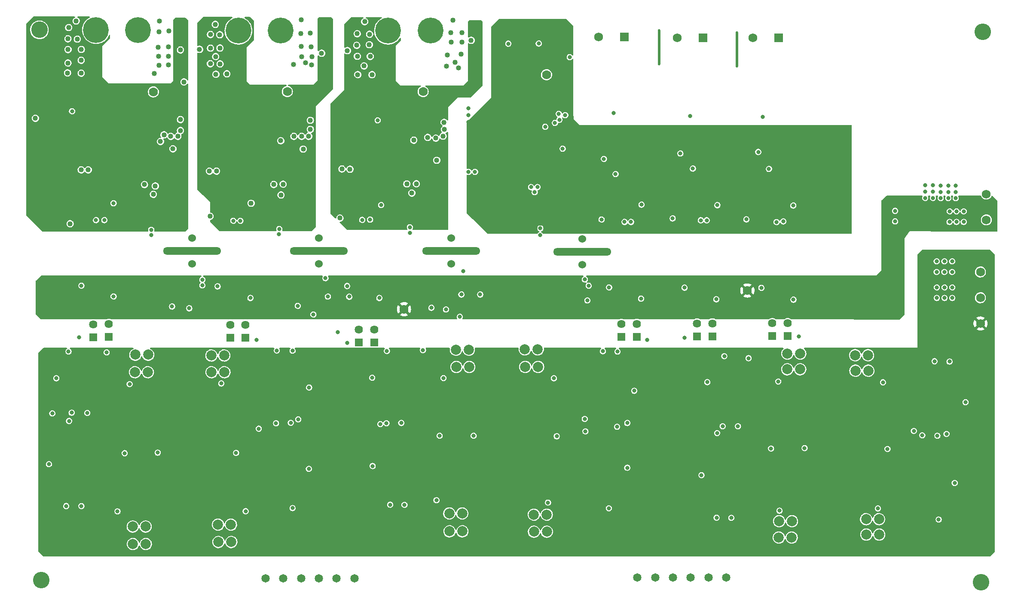
<source format=gbr>
%TF.GenerationSoftware,KiCad,Pcbnew,(5.99.0-10177-gd878cbddbc)*%
%TF.CreationDate,2021-05-19T16:56:41+02:00*%
%TF.ProjectId,PowerMeterDeng,506f7765-724d-4657-9465-7244656e672e,rev?*%
%TF.SameCoordinates,Original*%
%TF.FileFunction,Copper,L3,Inr*%
%TF.FilePolarity,Positive*%
%FSLAX46Y46*%
G04 Gerber Fmt 4.6, Leading zero omitted, Abs format (unit mm)*
G04 Created by KiCad (PCBNEW (5.99.0-10177-gd878cbddbc)) date 2021-05-19 16:56:41*
%MOMM*%
%LPD*%
G01*
G04 APERTURE LIST*
%TA.AperFunction,ComponentPad*%
%ADD10R,1.625600X1.625600*%
%TD*%
%TA.AperFunction,ComponentPad*%
%ADD11C,1.625600*%
%TD*%
%TA.AperFunction,ComponentPad*%
%ADD12C,1.651000*%
%TD*%
%TA.AperFunction,ComponentPad*%
%ADD13C,5.080000*%
%TD*%
%TA.AperFunction,ComponentPad*%
%ADD14C,1.778000*%
%TD*%
%TA.AperFunction,ComponentPad*%
%ADD15O,0.508000X7.162800*%
%TD*%
%TA.AperFunction,ComponentPad*%
%ADD16C,2.000000*%
%TD*%
%TA.AperFunction,ComponentPad*%
%ADD17O,11.430000X1.498600*%
%TD*%
%TA.AperFunction,ComponentPad*%
%ADD18C,3.251200*%
%TD*%
%TA.AperFunction,ComponentPad*%
%ADD19R,1.727200X1.727200*%
%TD*%
%TA.AperFunction,ComponentPad*%
%ADD20C,1.727200*%
%TD*%
%TA.AperFunction,ComponentPad*%
%ADD21C,1.524000*%
%TD*%
%TA.AperFunction,ComponentPad*%
%ADD22C,1.752600*%
%TD*%
%TA.AperFunction,ViaPad*%
%ADD23C,0.800000*%
%TD*%
%TA.AperFunction,ViaPad*%
%ADD24C,0.812800*%
%TD*%
%TA.AperFunction,ViaPad*%
%ADD25C,1.016000*%
%TD*%
G04 APERTURE END LIST*
D10*
%TO.N,DOUTP_W_PH*%
%TO.C,J26*%
X228432200Y-81534000D03*
D11*
%TO.N,DOUTP_W_PH1*%
X228432200Y-78994000D03*
%TD*%
D12*
%TO.N,Ip_U*%
%TO.C,J8*%
X125538695Y-129226300D03*
%TO.N,In_U*%
X129038698Y-129226300D03*
%TO.N,Ip_V*%
X132538699Y-129226300D03*
%TO.N,In_V*%
X136038700Y-129226300D03*
%TO.N,Ip_W*%
X139538700Y-129226300D03*
%TO.N,In_W*%
X143038701Y-129226300D03*
%TD*%
D10*
%TO.N,DOUTN_W_PH*%
%TO.C,J27*%
X225384200Y-81508600D03*
D11*
%TO.N,DOUTN_W_PH1*%
X225384200Y-78968600D03*
%TD*%
D13*
%TO.N,GND_WSH*%
%TO.C,TP7*%
X149666800Y-21336000D03*
%TD*%
D14*
%TO.N,-5.0V_PH*%
%TO.C,TP16*%
X180898800Y-30022800D03*
%TD*%
D13*
%TO.N,NetFB6_1*%
%TO.C,TP8*%
X158048800Y-21336000D03*
%TD*%
D15*
%TO.N,*%
%TO.C,*%
X218399200Y-25069800D03*
%TD*%
D16*
%TO.N,Vp_V*%
%TO.C,TP29*%
X230886000Y-88061800D03*
X228346000Y-88061800D03*
%TD*%
D10*
%TO.N,DOUTP_CH_W*%
%TO.C,J20*%
X146923600Y-82778600D03*
D11*
%TO.N,DOUTP_CH_W1*%
X146923600Y-80238600D03*
%TD*%
D14*
%TO.N,AMC_VCC*%
%TO.C,TP17*%
X220472000Y-72542400D03*
%TD*%
D10*
%TO.N,DOUTN_CH_W*%
%TO.C,J21*%
X143875600Y-82778600D03*
D11*
%TO.N,DOUTN_CH_W1*%
X143875600Y-80238600D03*
%TD*%
D16*
%TO.N,Ip_W*%
%TO.C,TP21*%
X165684800Y-87602200D03*
X163144800Y-87602200D03*
%TD*%
%TO.N,In_U*%
%TO.C,TP15*%
X99364800Y-119049200D03*
X101904800Y-119049200D03*
%TD*%
D17*
%TO.N,*%
%TO.C,*%
X111058800Y-64770000D03*
%TD*%
D18*
%TO.N,N/C*%
%TO.C,MH2*%
X81381600Y-129641600D03*
%TD*%
D16*
%TO.N,Vn_V*%
%TO.C,TP33*%
X229260400Y-117982700D03*
X226720400Y-117982700D03*
%TD*%
D18*
%TO.N,N/C*%
%TO.C,MH3*%
X266852400Y-21590000D03*
%TD*%
D19*
%TO.N,NetFB11_1*%
%TO.C,J15*%
X211693600Y-22758400D03*
D20*
%TO.N,NEUTRAL*%
X206613600Y-22758400D03*
%TD*%
D16*
%TO.N,In_W*%
%TO.C,TP22*%
X161740599Y-116456000D03*
X164280599Y-116456000D03*
%TD*%
D18*
%TO.N,N/C*%
%TO.C,MH2*%
X266547600Y-130048000D03*
%TD*%
D16*
%TO.N,Net-(R120-Pad1)*%
%TO.C,TP23*%
X164324198Y-119986600D03*
X161784198Y-119986600D03*
%TD*%
D10*
%TO.N,DOUTN_CH_U*%
%TO.C,J11*%
X91602400Y-81737200D03*
D11*
%TO.N,DOUTN_CH_U1*%
X91602400Y-79197200D03*
%TD*%
D18*
%TO.N,N/C*%
%TO.C,MH1*%
X80975200Y-21183600D03*
%TD*%
D16*
%TO.N,Net-(R136-Pad1)*%
%TO.C,TP35*%
X243916200Y-120624900D03*
X246456200Y-120624900D03*
%TD*%
D12*
%TO.N,Vp_U*%
%TO.C,J29*%
X198801195Y-129082800D03*
%TO.N,Vn_U*%
X202301198Y-129082800D03*
%TO.N,Vp_V*%
X205801199Y-129082800D03*
%TO.N,Vn_V*%
X209301200Y-129082800D03*
%TO.N,Vp_W*%
X212801200Y-129082800D03*
%TO.N,Vn_W*%
X216301201Y-129082800D03*
%TD*%
D13*
%TO.N,NetFB4_1*%
%TO.C,TP5*%
X128534000Y-21336000D03*
%TD*%
D10*
%TO.N,DOUTP_CH_V*%
%TO.C,J18*%
X121599800Y-81838800D03*
D11*
%TO.N,DOUTP_CH_V1*%
X121599800Y-79298800D03*
%TD*%
D16*
%TO.N,In_V*%
%TO.C,TP53*%
X118719600Y-118668800D03*
X116179600Y-118668800D03*
%TD*%
D17*
%TO.N,*%
%TO.C,*%
X136077800Y-64770000D03*
%TD*%
D10*
%TO.N,DOUTP_U_PH*%
%TO.C,J22*%
X198688800Y-81661000D03*
D11*
%TO.N,DOUTP_U_PH1*%
X198688800Y-79121000D03*
%TD*%
D16*
%TO.N,Net-(R128-Pad2)*%
%TO.C,TP31*%
X241706400Y-85293200D03*
X244246400Y-85293200D03*
%TD*%
D10*
%TO.N,DOUTN_U_PH*%
%TO.C,J23*%
X195615400Y-81686400D03*
D11*
%TO.N,DOUTN_U_PH1*%
X195615400Y-79146400D03*
%TD*%
D10*
%TO.N,DOUTN_V_PH*%
%TO.C,J25*%
X210550600Y-81584800D03*
D11*
%TO.N,DOUTN_V_PH1*%
X210550600Y-79044800D03*
%TD*%
D16*
%TO.N,Net-(R46-Pad1)*%
%TO.C,TP52*%
X118795800Y-122097800D03*
X116255800Y-122097800D03*
%TD*%
D14*
%TO.N,-5.0V_VSH*%
%TO.C,TP6*%
X129829400Y-33324800D03*
%TD*%
D21*
%TO.N,DGND*%
%TO.C,C51*%
X187944600Y-67437000D03*
%TO.N,GND_PH*%
X187944600Y-62357000D03*
%TD*%
D15*
%TO.N,*%
%TO.C,*%
X203108400Y-24638000D03*
%TD*%
D21*
%TO.N,DGND*%
%TO.C,C7*%
X111058800Y-67310000D03*
%TO.N,GND_USH*%
X111058800Y-62230000D03*
%TD*%
D16*
%TO.N,Vn_U*%
%TO.C,TP26*%
X178402999Y-116710000D03*
X180942999Y-116710000D03*
%TD*%
D10*
%TO.N,DOUTP_CH_U*%
%TO.C,J10*%
X94650400Y-81686400D03*
D11*
%TO.N,DOUTP_CH_U1*%
X94650400Y-79146400D03*
%TD*%
D10*
%TO.N,DOUTN_CH_V*%
%TO.C,J19*%
X118577200Y-81813400D03*
D11*
%TO.N,DOUTN_CH_V1*%
X118577200Y-79273400D03*
%TD*%
D16*
%TO.N,Net-(R29-Pad1)*%
%TO.C,TP11*%
X102412800Y-85191600D03*
X99872800Y-85191600D03*
%TD*%
%TO.N,Net-(R124-Pad1)*%
%TO.C,TP28*%
X228346000Y-84963000D03*
X230886000Y-84963000D03*
%TD*%
D14*
%TO.N,AMC_VCC*%
%TO.C,TP9*%
X152816400Y-76225400D03*
%TD*%
D10*
%TO.N,DOUTP_V_PH*%
%TO.C,J24*%
X213598600Y-81559400D03*
D11*
%TO.N,DOUTP_V_PH1*%
X213598600Y-79019400D03*
%TD*%
D16*
%TO.N,Net-(R116-Pad2)*%
%TO.C,TP20*%
X163043200Y-84198600D03*
X165583200Y-84198600D03*
%TD*%
D14*
%TO.N,-5.0V_WSH*%
%TO.C,TP10*%
X156575600Y-33350200D03*
%TD*%
D16*
%TO.N,Net-(R108-Pad1)*%
%TO.C,TP24*%
X176632200Y-84147800D03*
X179172200Y-84147800D03*
%TD*%
%TO.N,Ip_V*%
%TO.C,TP51*%
X114909600Y-88646000D03*
X117449600Y-88646000D03*
%TD*%
D22*
%TO.N,+15V*%
%TO.C,J30*%
X266395200Y-68884800D03*
%TO.N,DGND*%
X266395200Y-73964800D03*
%TO.N,-15V*%
X266395200Y-79044800D03*
%TD*%
D13*
%TO.N,GND_VSH*%
%TO.C,TP4*%
X120202800Y-21336000D03*
%TD*%
D16*
%TO.N,Vp_W*%
%TO.C,TP30*%
X244297200Y-88341200D03*
X241757200Y-88341200D03*
%TD*%
D13*
%TO.N,GND_USH*%
%TO.C,TP1*%
X92135800Y-21209000D03*
%TD*%
D17*
%TO.N,*%
%TO.C,*%
X187944600Y-64897000D03*
%TD*%
D14*
%TO.N,-5.0V_USH*%
%TO.C,TP3*%
X103438800Y-33401000D03*
%TD*%
D13*
%TO.N,NetFB2_1*%
%TO.C,TP2*%
X100390800Y-21209000D03*
%TD*%
D22*
%TO.N,+5V_CNTL*%
%TO.C,J17*%
X267563600Y-58623200D03*
%TO.N,DGND*%
X267563600Y-53543200D03*
%TD*%
D19*
%TO.N,NetFB12_1*%
%TO.C,J16*%
X226603400Y-22758400D03*
D20*
%TO.N,NEUTRAL*%
X221523400Y-22758400D03*
%TD*%
D19*
%TO.N,NetFB9_1*%
%TO.C,J14*%
X196225000Y-22555200D03*
D20*
%TO.N,NEUTRAL*%
X191145000Y-22555200D03*
%TD*%
D16*
%TO.N,Net-(R132-Pad2)*%
%TO.C,TP32*%
X229209600Y-121208800D03*
X226669600Y-121208800D03*
%TD*%
D17*
%TO.N,*%
%TO.C,*%
X162112800Y-64770000D03*
%TD*%
D16*
%TO.N,Net-(R112-Pad2)*%
%TO.C,TP27*%
X180968399Y-120062800D03*
X178428399Y-120062800D03*
%TD*%
%TO.N,Ip_U*%
%TO.C,TP12*%
X99822000Y-88646000D03*
X102362000Y-88646000D03*
%TD*%
%TO.N,Vn_W*%
%TO.C,TP34*%
X243865400Y-117602000D03*
X246405400Y-117602000D03*
%TD*%
%TO.N,Net-(R38-Pad2)*%
%TO.C,TP50*%
X114858800Y-85344000D03*
X117398800Y-85344000D03*
%TD*%
D21*
%TO.N,DGND*%
%TO.C,C15*%
X136077800Y-67310000D03*
%TO.N,GND_VSH*%
X136077800Y-62230000D03*
%TD*%
D16*
%TO.N,Net-(R34-Pad2)*%
%TO.C,TP13*%
X101955600Y-122504200D03*
X99415600Y-122504200D03*
%TD*%
%TO.N,Vp_U*%
%TO.C,TP25*%
X176708400Y-87602200D03*
X179248400Y-87602200D03*
%TD*%
D21*
%TO.N,DGND*%
%TO.C,C26*%
X162112800Y-67310000D03*
%TO.N,GND_WSH*%
X162112800Y-62230000D03*
%TD*%
D23*
%TO.N,+5V_CNTL*%
X260350000Y-56946800D03*
X260299200Y-59029600D03*
X261670800Y-59029600D03*
D24*
X113080800Y-71526400D03*
X189189200Y-71577200D03*
D23*
X263093200Y-59029600D03*
D24*
X137830400Y-73736200D03*
X142021400Y-73761600D03*
D23*
X263093200Y-56946800D03*
D24*
X167827800Y-73329800D03*
X164119400Y-73329800D03*
D23*
X261670800Y-56946800D03*
D24*
%TO.N,+5.0V_PH*%
X166811800Y-39370000D03*
X165491000Y-39370000D03*
X208188400Y-55397400D03*
X214563800Y-57302400D03*
X222387000Y-55372000D03*
X165541800Y-37973000D03*
X193812000Y-55245000D03*
X229524400Y-57378600D03*
X165541800Y-36601400D03*
X199603200Y-58216800D03*
%TO.N,+5.0V_USH*%
X90611800Y-38862000D03*
X89214800Y-39878000D03*
X89408000Y-36931600D03*
X95590200Y-56946800D03*
X90611800Y-39878000D03*
D25*
%TO.N,+5.0V_VSH*%
X122692000Y-56946800D03*
D24*
X116011800Y-38862000D03*
X114614800Y-38862000D03*
X114741800Y-37338000D03*
X115376800Y-39878000D03*
%TO.N,+5.0V_WSH*%
X142173800Y-39497000D03*
X148295200Y-57302400D03*
X141234000Y-36449000D03*
X140776800Y-38100000D03*
X140776800Y-39497000D03*
X142173800Y-38100000D03*
%TO.N,AMC_VCC*%
X147965000Y-72415400D03*
D23*
X255981200Y-56184800D03*
X254101600Y-58978800D03*
D24*
X199552400Y-72466200D03*
X95590200Y-72110600D03*
X229524400Y-72567800D03*
X122539600Y-72415400D03*
D23*
X255981200Y-59791600D03*
X254101600Y-56845200D03*
D24*
X214360600Y-72669400D03*
D23*
%TO.N,DGND*%
X258165600Y-117678200D03*
X226568000Y-90474800D03*
X149446999Y-84452600D03*
X226796600Y-115925300D03*
X257048000Y-53086000D03*
D24*
X110500000Y-76047600D03*
D23*
X260858000Y-71932800D03*
X97790000Y-104597200D03*
X182906000Y-101267400D03*
X260045200Y-54343300D03*
D24*
X208086800Y-71983600D03*
X188452600Y-70358000D03*
D23*
X254939800Y-101092000D03*
X218617800Y-99288600D03*
X127763800Y-84353400D03*
X124206000Y-99771200D03*
X225143800Y-103682800D03*
X196804999Y-98651200D03*
X182347200Y-89837400D03*
X131978400Y-97942400D03*
D24*
X223225200Y-72009000D03*
D23*
X89255600Y-71577200D03*
D24*
X141615000Y-71653400D03*
D23*
X156558999Y-84300200D03*
X188422999Y-97838400D03*
D24*
X164475000Y-68707000D03*
X147965000Y-74015600D03*
D23*
X258572000Y-54330600D03*
X253267000Y-100208300D03*
X159200599Y-113865200D03*
X220700600Y-85877400D03*
X260858000Y-74015600D03*
X246202200Y-115493800D03*
X83515200Y-96774000D03*
D24*
X122565000Y-74015600D03*
D23*
X257810000Y-71932800D03*
D24*
X134960200Y-77266800D03*
D23*
X247192800Y-90627200D03*
D24*
X139760800Y-80772000D03*
X137347800Y-70104000D03*
D23*
X259334000Y-74015600D03*
X257810000Y-74015600D03*
X249580400Y-58928000D03*
X255524000Y-51828700D03*
X160604800Y-89786600D03*
X259708000Y-100792500D03*
X121615200Y-116027200D03*
X193167600Y-115440600D03*
X217297000Y-117348000D03*
D24*
X214360600Y-74269600D03*
D23*
X257048000Y-54305200D03*
X96367600Y-116078000D03*
D24*
X116088000Y-71729600D03*
D23*
X257354600Y-86472200D03*
X248081800Y-103759000D03*
X259334000Y-71932800D03*
X261518400Y-54356000D03*
X192017399Y-84503400D03*
X181196999Y-114322400D03*
D24*
X95590200Y-73710800D03*
D23*
X152921199Y-114772800D03*
X148145999Y-98847000D03*
D24*
X158201200Y-75946000D03*
D23*
X249580400Y-56845200D03*
D24*
X113080800Y-70408800D03*
X199527000Y-74142600D03*
D23*
X90424000Y-96672400D03*
X86715600Y-84582000D03*
X261518400Y-53136800D03*
X260045200Y-51854100D03*
X255524000Y-53098700D03*
X258572000Y-51841400D03*
X214503000Y-100634800D03*
X130860800Y-115417600D03*
X255524000Y-54317900D03*
X260045200Y-53124100D03*
X261518400Y-51866800D03*
X215925400Y-85471000D03*
X257048000Y-51816000D03*
X94234000Y-84734400D03*
X89255600Y-115011200D03*
D24*
X131886800Y-75565000D03*
D23*
X119735600Y-104546400D03*
X116801587Y-90861994D03*
D24*
X163789200Y-77724000D03*
D23*
X127609600Y-98704400D03*
D24*
X161096800Y-76276200D03*
X193227800Y-71932800D03*
D23*
X159842800Y-101165800D03*
D24*
X107121800Y-75692000D03*
D23*
X188570200Y-100302200D03*
D24*
X229549800Y-74345800D03*
D23*
X98755200Y-90982800D03*
X258572000Y-53111400D03*
D24*
X188960600Y-74498200D03*
D23*
X86817200Y-98247200D03*
X152260799Y-98643800D03*
%TO.N,DOUTN_CH_U*%
X88798400Y-81737200D03*
X82854800Y-106756200D03*
X84328000Y-89839800D03*
%TO.N,DOUTN_CH_W*%
X141630400Y-82854800D03*
X146545799Y-89728400D03*
X146647399Y-107127400D03*
%TO.N,DOUTN_V_PH*%
X208127600Y-81889600D03*
X211429600Y-108915200D03*
X212598000Y-90601800D03*
%TO.N,DOUTP_CH_V*%
X134125300Y-91643200D03*
X123748800Y-82245200D03*
X134061200Y-107696000D03*
%TO.N,DOUTP_U_PH*%
X200761600Y-82245200D03*
X198170800Y-92303600D03*
X196799800Y-107465000D03*
%TO.N,DOUTP_W_PH*%
X261315200Y-110464600D03*
X263450600Y-94549400D03*
X230581200Y-81635600D03*
D24*
%TO.N,GND_PH*%
X229524400Y-55803800D03*
X166811800Y-49174400D03*
X209737800Y-48514000D03*
X222615600Y-45237400D03*
X177860800Y-52171600D03*
X165541800Y-49174400D03*
X220278800Y-58521600D03*
X205750000Y-58343800D03*
X184083800Y-44602400D03*
X180654800Y-40284400D03*
X199603200Y-55626000D03*
X179130800Y-52171600D03*
X184591800Y-37998400D03*
X182559800Y-39522400D03*
X183321800Y-37744400D03*
X214563800Y-55727600D03*
X183448800Y-38887400D03*
X178572000Y-53162200D03*
X191754600Y-58547000D03*
X194497800Y-49606200D03*
X192211800Y-46609000D03*
X207274000Y-45542200D03*
X185470800Y-26568400D03*
X179359400Y-23876000D03*
X224723800Y-48590200D03*
X173365000Y-23901400D03*
D25*
%TO.N,GND_USH*%
X89214800Y-48768000D03*
X86598600Y-22936200D03*
X104835800Y-43180000D03*
X105521600Y-41859200D03*
X103819800Y-51943000D03*
X86522400Y-29667200D03*
X90611800Y-48768000D03*
X80197800Y-38608000D03*
X86624000Y-25069800D03*
X106867800Y-42164000D03*
X86598600Y-27711400D03*
X88224200Y-19431000D03*
X89214800Y-27178000D03*
X108772800Y-38862000D03*
D24*
X95590200Y-55346600D03*
D25*
X109474000Y-31445200D03*
X88452800Y-23012400D03*
X89214800Y-29718000D03*
X86751000Y-20726400D03*
X103438800Y-53594000D03*
X87030400Y-59385200D03*
X108772800Y-41021000D03*
X101686200Y-51663600D03*
X108772800Y-25146000D03*
X107286869Y-44626831D03*
X89240200Y-25044400D03*
X108264800Y-42164000D03*
%TO.N,GND_VSH*%
X134045800Y-42164000D03*
X114614800Y-57912000D03*
X115630800Y-20116800D03*
X127162400Y-51638200D03*
X132648800Y-42164000D03*
X114691000Y-24790400D03*
X112532000Y-25019000D03*
X115757800Y-29921200D03*
X134366000Y-40792400D03*
X114691000Y-22098000D03*
X116570600Y-27889200D03*
X116545200Y-24765000D03*
X117916800Y-29845000D03*
X115707000Y-26441400D03*
X114487800Y-49022000D03*
X136585800Y-25781000D03*
X128534000Y-43027600D03*
X132953600Y-44678600D03*
X116519800Y-22148800D03*
X134366000Y-39014400D03*
X115884800Y-49022000D03*
X128991200Y-51587400D03*
X114665600Y-27863800D03*
X131124800Y-42164000D03*
X128584800Y-53721000D03*
X122692000Y-55346600D03*
D24*
%TO.N,NetC9_2*%
X119186800Y-58801000D03*
%TO.N,NetC9_1*%
X120583800Y-58801000D03*
%TO.N,NetC55_2*%
X196275800Y-59029600D03*
%TO.N,NetC55_1*%
X197545800Y-59029600D03*
%TO.N,NetC61_2*%
X211287200Y-58699400D03*
%TO.N,NetC61_1*%
X212455600Y-58699400D03*
%TO.N,NetC68_2*%
X226222400Y-59055000D03*
%TO.N,NetC68_1*%
X227543200Y-58928000D03*
%TO.N,NetC18_2*%
X144586800Y-58623200D03*
%TO.N,NetC18_1*%
X146136200Y-58572400D03*
%TO.N,NetC2_1*%
X93786800Y-58674000D03*
%TO.N,NetC2_2*%
X92135800Y-58674000D03*
%TO.N,NetD1_2*%
X87411400Y-37211000D03*
%TO.N,NetD21_1*%
X179638800Y-61645800D03*
D23*
X179679600Y-60299600D03*
D24*
%TO.N,NetD43_1*%
X103032400Y-60579000D03*
X103057800Y-61595000D03*
%TO.N,NetD37_1*%
X128203800Y-61468000D03*
X128254600Y-60401200D03*
%TO.N,NetD32_1*%
X153974800Y-61214000D03*
X153984800Y-60071000D03*
D25*
%TO.N,NetFB2_1*%
X106486800Y-21386800D03*
X106385200Y-24561800D03*
X106436000Y-28117800D03*
X103591200Y-29819600D03*
X104454800Y-26416000D03*
X104378600Y-24612600D03*
X104505600Y-28168600D03*
X104505600Y-21564600D03*
X104607200Y-19481800D03*
X106436000Y-26416000D03*
%TO.N,NetFB4_1*%
X132496400Y-21894800D03*
X134350600Y-21818600D03*
X132598000Y-19177000D03*
X134680800Y-26492200D03*
X132623400Y-26441400D03*
X134528400Y-24511000D03*
X132598000Y-24460200D03*
X134620000Y-28092400D03*
X131013200Y-28041600D03*
X133410800Y-27686000D03*
%TO.N,NetFB6_1*%
X162493800Y-19304000D03*
X162087400Y-23622000D03*
X161350800Y-26162000D03*
X163525200Y-28651200D03*
X164221000Y-23596600D03*
X162900200Y-27559000D03*
X162036600Y-21767800D03*
X164271800Y-21742400D03*
X164094000Y-25958800D03*
X161188400Y-28346400D03*
D24*
%TO.N,NetR60_2*%
X194142200Y-37592000D03*
%TO.N,NetR72_2*%
X209204400Y-38125400D03*
%TO.N,NetR84_2*%
X223520000Y-38303200D03*
D25*
%TO.N,GND_WSH*%
X154746800Y-42926000D03*
X153375200Y-51536600D03*
X142173800Y-48641000D03*
X159090200Y-42519600D03*
X157490000Y-42367200D03*
X155254800Y-51511200D03*
X159268000Y-46888400D03*
X143621600Y-26390600D03*
X143596200Y-21945600D03*
X160715800Y-39395400D03*
X143494600Y-24231600D03*
X145983800Y-24104600D03*
X143697800Y-29997400D03*
X146034600Y-22047200D03*
X140192600Y-58267600D03*
X141665800Y-25273000D03*
X144942400Y-28295600D03*
X154365800Y-53340000D03*
X160766600Y-40817800D03*
X145069400Y-19558000D03*
X146517200Y-30022800D03*
D23*
X147624800Y-39014400D03*
D24*
X148320600Y-55702200D03*
D25*
X140599000Y-48590200D03*
X146161600Y-26416000D03*
X160512600Y-42138600D03*
X166049800Y-23241000D03*
D23*
%TO.N,-15V*%
X218871800Y-85521800D03*
X113284000Y-104343200D03*
X255193800Y-117703600D03*
X217601800Y-100558600D03*
X257810000Y-77012800D03*
X257810000Y-79095600D03*
X127965200Y-115417600D03*
X128981200Y-98044000D03*
X89611200Y-84632800D03*
X259334000Y-79095600D03*
X260858000Y-79095600D03*
X154521399Y-100320200D03*
X175895600Y-101267400D03*
X152387799Y-84401800D03*
X190195800Y-115415200D03*
X260858000Y-77012800D03*
X89814400Y-98247200D03*
X241013402Y-103632000D03*
X193706199Y-98600400D03*
X256812400Y-100843300D03*
X259334000Y-77012800D03*
%TO.N,+15V*%
X231749600Y-103581200D03*
X194887599Y-84579600D03*
X104292400Y-104495600D03*
X149365199Y-98694600D03*
X194793200Y-99387800D03*
X259283200Y-66802000D03*
X257759200Y-68884800D03*
X215595200Y-99288600D03*
X257759200Y-66802000D03*
X166548400Y-101165800D03*
X130505200Y-98602800D03*
X260807200Y-66802000D03*
X259283200Y-68884800D03*
X150076399Y-114747400D03*
X214401400Y-117297200D03*
X130862600Y-84404200D03*
X86258400Y-115011200D03*
X257911600Y-101168200D03*
X87325200Y-96621600D03*
X260807200Y-68884800D03*
X260301000Y-86548400D03*
%TD*%
%TA.AperFunction,Conductor*%
%TO.N,+5.0V_PH*%
G36*
X184861731Y-19070002D02*
G01*
X184882705Y-19086905D01*
X186155095Y-20359295D01*
X186189121Y-20421607D01*
X186192000Y-20448390D01*
X186192000Y-26135039D01*
X186171998Y-26203160D01*
X186118342Y-26249653D01*
X186048068Y-26259757D01*
X185983488Y-26230263D01*
X185964064Y-26209100D01*
X185923849Y-26153749D01*
X185919189Y-26147335D01*
X185800387Y-26049054D01*
X185660876Y-25983405D01*
X185557562Y-25963697D01*
X185517208Y-25955999D01*
X185517206Y-25955999D01*
X185509422Y-25954514D01*
X185424335Y-25959867D01*
X185363454Y-25963697D01*
X185363452Y-25963697D01*
X185355542Y-25964195D01*
X185348006Y-25966644D01*
X185348004Y-25966644D01*
X185216445Y-26009390D01*
X185216442Y-26009391D01*
X185208903Y-26011841D01*
X185078721Y-26094457D01*
X184973174Y-26206853D01*
X184969357Y-26213797D01*
X184969355Y-26213799D01*
X184937319Y-26272073D01*
X184898894Y-26341967D01*
X184896924Y-26349639D01*
X184896923Y-26349642D01*
X184862521Y-26483630D01*
X184860550Y-26491308D01*
X184860550Y-26645492D01*
X184862521Y-26653167D01*
X184862521Y-26653170D01*
X184880032Y-26721369D01*
X184898894Y-26794833D01*
X184902714Y-26801781D01*
X184962979Y-26911402D01*
X184973174Y-26929947D01*
X185078721Y-27042343D01*
X185208903Y-27124959D01*
X185216442Y-27127409D01*
X185216445Y-27127410D01*
X185348004Y-27170156D01*
X185348006Y-27170156D01*
X185355542Y-27172605D01*
X185363452Y-27173103D01*
X185363454Y-27173103D01*
X185424335Y-27176933D01*
X185509422Y-27182286D01*
X185517206Y-27180801D01*
X185517208Y-27180801D01*
X185565745Y-27171542D01*
X185660876Y-27153395D01*
X185800387Y-27087746D01*
X185919189Y-26989465D01*
X185964064Y-26927700D01*
X186020286Y-26884346D01*
X186091023Y-26878271D01*
X186153814Y-26911402D01*
X186188726Y-26973223D01*
X186192000Y-27001761D01*
X186192000Y-37541200D01*
X186217400Y-38735000D01*
X186822954Y-39340554D01*
X186830655Y-39348986D01*
X187314666Y-39929799D01*
X187335000Y-39954200D01*
X240930000Y-39954200D01*
X240998121Y-39974202D01*
X241044614Y-40027858D01*
X241056000Y-40080200D01*
X241056000Y-61215000D01*
X241035998Y-61283121D01*
X240982342Y-61329614D01*
X240930000Y-61341000D01*
X180235860Y-61341000D01*
X180167739Y-61320998D01*
X180133925Y-61289062D01*
X180087189Y-61224735D01*
X179968387Y-61126454D01*
X179894820Y-61091836D01*
X179841699Y-61044733D01*
X179822477Y-60976388D01*
X179843257Y-60908500D01*
X179900251Y-60861419D01*
X179983950Y-60826750D01*
X180110016Y-60730016D01*
X180206750Y-60603950D01*
X180267559Y-60457143D01*
X180288300Y-60299600D01*
X180267559Y-60142057D01*
X180206750Y-59995250D01*
X180110016Y-59869184D01*
X179983950Y-59772450D01*
X179910546Y-59742045D01*
X179844773Y-59714801D01*
X179844770Y-59714800D01*
X179837143Y-59711641D01*
X179679600Y-59690900D01*
X179522057Y-59711641D01*
X179514430Y-59714800D01*
X179514427Y-59714801D01*
X179448654Y-59742045D01*
X179375250Y-59772450D01*
X179249184Y-59869184D01*
X179152450Y-59995250D01*
X179091641Y-60142057D01*
X179070900Y-60299600D01*
X179091641Y-60457143D01*
X179152450Y-60603950D01*
X179249184Y-60730016D01*
X179375250Y-60826750D01*
X179413228Y-60842481D01*
X179415570Y-60843451D01*
X179470851Y-60887999D01*
X179493272Y-60955363D01*
X179475714Y-61024154D01*
X179423752Y-61072532D01*
X179406290Y-61079692D01*
X179376903Y-61089241D01*
X179246721Y-61171857D01*
X179141174Y-61284253D01*
X179138253Y-61289567D01*
X179082688Y-61332414D01*
X179036973Y-61341000D01*
X169276990Y-61341000D01*
X169208869Y-61320998D01*
X169187895Y-61304095D01*
X166353708Y-58469908D01*
X191144350Y-58469908D01*
X191144350Y-58624092D01*
X191146321Y-58631767D01*
X191146321Y-58631770D01*
X191177701Y-58753986D01*
X191182694Y-58773433D01*
X191186514Y-58780381D01*
X191252473Y-58900359D01*
X191256974Y-58908547D01*
X191262399Y-58914324D01*
X191338842Y-58995727D01*
X191362521Y-59020943D01*
X191492703Y-59103559D01*
X191500242Y-59106009D01*
X191500245Y-59106010D01*
X191631804Y-59148756D01*
X191631806Y-59148756D01*
X191639342Y-59151205D01*
X191647252Y-59151703D01*
X191647254Y-59151703D01*
X191708135Y-59155533D01*
X191793222Y-59160886D01*
X191801006Y-59159401D01*
X191801008Y-59159401D01*
X191849545Y-59150142D01*
X191944676Y-59131995D01*
X192084187Y-59066346D01*
X192169774Y-58995543D01*
X192196881Y-58973118D01*
X192202989Y-58968065D01*
X192214292Y-58952508D01*
X195665550Y-58952508D01*
X195665550Y-59106692D01*
X195667521Y-59114367D01*
X195667521Y-59114370D01*
X195691541Y-59207919D01*
X195703894Y-59256033D01*
X195717630Y-59281019D01*
X195756283Y-59351327D01*
X195778174Y-59391147D01*
X195883721Y-59503543D01*
X196013903Y-59586159D01*
X196021442Y-59588609D01*
X196021445Y-59588610D01*
X196153004Y-59631356D01*
X196153006Y-59631356D01*
X196160542Y-59633805D01*
X196168452Y-59634303D01*
X196168454Y-59634303D01*
X196229335Y-59638133D01*
X196314422Y-59643486D01*
X196322206Y-59642001D01*
X196322208Y-59642001D01*
X196370745Y-59632742D01*
X196465876Y-59614595D01*
X196605387Y-59548946D01*
X196688355Y-59480309D01*
X196718081Y-59455718D01*
X196724189Y-59450665D01*
X196728849Y-59444251D01*
X196728852Y-59444248D01*
X196810545Y-59331806D01*
X196866767Y-59288451D01*
X196937503Y-59282375D01*
X197000295Y-59315507D01*
X197022895Y-59345165D01*
X197048174Y-59391147D01*
X197153721Y-59503543D01*
X197283903Y-59586159D01*
X197291442Y-59588609D01*
X197291445Y-59588610D01*
X197423004Y-59631356D01*
X197423006Y-59631356D01*
X197430542Y-59633805D01*
X197438452Y-59634303D01*
X197438454Y-59634303D01*
X197499335Y-59638133D01*
X197584422Y-59643486D01*
X197592206Y-59642001D01*
X197592208Y-59642001D01*
X197640745Y-59632742D01*
X197735876Y-59614595D01*
X197875387Y-59548946D01*
X197958355Y-59480309D01*
X197988081Y-59455718D01*
X197994189Y-59450665D01*
X198026500Y-59406192D01*
X198080157Y-59332340D01*
X198080158Y-59332338D01*
X198084816Y-59325927D01*
X198090019Y-59312788D01*
X198138659Y-59189936D01*
X198141576Y-59182569D01*
X198142742Y-59173343D01*
X198159907Y-59037461D01*
X198160900Y-59029600D01*
X198157431Y-59002140D01*
X198142569Y-58884490D01*
X198142569Y-58884488D01*
X198141576Y-58876631D01*
X198109738Y-58796219D01*
X198087734Y-58740642D01*
X198087733Y-58740640D01*
X198084816Y-58733273D01*
X198070355Y-58713368D01*
X197998849Y-58614949D01*
X197994189Y-58608535D01*
X197967961Y-58586837D01*
X197910303Y-58539139D01*
X197875387Y-58510254D01*
X197735876Y-58444605D01*
X197632562Y-58424897D01*
X197592208Y-58417199D01*
X197592206Y-58417199D01*
X197584422Y-58415714D01*
X197499335Y-58421067D01*
X197438454Y-58424897D01*
X197438452Y-58424897D01*
X197430542Y-58425395D01*
X197423006Y-58427844D01*
X197423004Y-58427844D01*
X197291445Y-58470590D01*
X197291442Y-58470591D01*
X197283903Y-58473041D01*
X197153721Y-58555657D01*
X197148294Y-58561436D01*
X197148293Y-58561437D01*
X197129869Y-58581057D01*
X197048174Y-58668053D01*
X197044357Y-58674997D01*
X197044355Y-58674999D01*
X197022895Y-58714035D01*
X196972550Y-58764094D01*
X196903133Y-58778987D01*
X196836684Y-58753986D01*
X196810545Y-58727394D01*
X196728852Y-58614952D01*
X196728848Y-58614948D01*
X196724189Y-58608535D01*
X196697961Y-58586837D01*
X196640303Y-58539139D01*
X196605387Y-58510254D01*
X196465876Y-58444605D01*
X196362562Y-58424897D01*
X196322208Y-58417199D01*
X196322206Y-58417199D01*
X196314422Y-58415714D01*
X196229335Y-58421067D01*
X196168454Y-58424897D01*
X196168452Y-58424897D01*
X196160542Y-58425395D01*
X196153006Y-58427844D01*
X196153004Y-58427844D01*
X196021445Y-58470590D01*
X196021442Y-58470591D01*
X196013903Y-58473041D01*
X195883721Y-58555657D01*
X195878294Y-58561436D01*
X195878293Y-58561437D01*
X195859869Y-58581057D01*
X195778174Y-58668053D01*
X195774357Y-58674997D01*
X195774355Y-58674999D01*
X195759749Y-58701567D01*
X195703894Y-58803167D01*
X195701924Y-58810839D01*
X195701923Y-58810842D01*
X195671638Y-58928795D01*
X195665550Y-58952508D01*
X192214292Y-58952508D01*
X192226103Y-58936251D01*
X192288957Y-58849740D01*
X192288958Y-58849738D01*
X192293616Y-58843327D01*
X192302064Y-58821992D01*
X192337190Y-58733273D01*
X192350376Y-58699969D01*
X192353531Y-58674999D01*
X192368707Y-58554861D01*
X192369700Y-58547000D01*
X192368707Y-58539139D01*
X192351369Y-58401890D01*
X192351369Y-58401888D01*
X192350376Y-58394031D01*
X192319322Y-58315599D01*
X192299965Y-58266708D01*
X205139750Y-58266708D01*
X205139750Y-58420892D01*
X205141721Y-58428567D01*
X205141721Y-58428570D01*
X205175836Y-58561437D01*
X205178094Y-58570233D01*
X205181914Y-58577181D01*
X205239504Y-58681936D01*
X205252374Y-58705347D01*
X205257799Y-58711124D01*
X205351441Y-58810842D01*
X205357921Y-58817743D01*
X205488103Y-58900359D01*
X205495642Y-58902809D01*
X205495645Y-58902810D01*
X205627204Y-58945556D01*
X205627206Y-58945556D01*
X205634742Y-58948005D01*
X205642652Y-58948503D01*
X205642654Y-58948503D01*
X205703535Y-58952333D01*
X205788622Y-58957686D01*
X205796406Y-58956201D01*
X205796408Y-58956201D01*
X205844945Y-58946942D01*
X205940076Y-58928795D01*
X206079587Y-58863146D01*
X206184334Y-58776492D01*
X206192281Y-58769918D01*
X206198389Y-58764865D01*
X206241631Y-58705347D01*
X206284357Y-58646540D01*
X206284358Y-58646538D01*
X206289016Y-58640127D01*
X206292364Y-58631673D01*
X206296072Y-58622308D01*
X210676950Y-58622308D01*
X210676950Y-58776492D01*
X210678921Y-58784167D01*
X210678921Y-58784170D01*
X210710856Y-58908547D01*
X210715294Y-58925833D01*
X210734318Y-58960437D01*
X210774352Y-59033258D01*
X210789574Y-59060947D01*
X210794999Y-59066724D01*
X210882029Y-59159401D01*
X210895121Y-59173343D01*
X211025303Y-59255959D01*
X211032842Y-59258409D01*
X211032845Y-59258410D01*
X211164404Y-59301156D01*
X211164406Y-59301156D01*
X211171942Y-59303605D01*
X211179852Y-59304103D01*
X211179854Y-59304103D01*
X211240735Y-59307933D01*
X211325822Y-59313286D01*
X211333606Y-59311801D01*
X211333608Y-59311801D01*
X211382145Y-59302542D01*
X211477276Y-59284395D01*
X211583691Y-59234320D01*
X211609613Y-59222122D01*
X211609614Y-59222121D01*
X211616787Y-59218746D01*
X211719227Y-59134001D01*
X211729481Y-59125518D01*
X211735589Y-59120465D01*
X211767450Y-59076612D01*
X211823672Y-59033258D01*
X211894408Y-59027183D01*
X211961235Y-59064419D01*
X212021522Y-59128619D01*
X212050429Y-59159401D01*
X212063521Y-59173343D01*
X212193703Y-59255959D01*
X212201242Y-59258409D01*
X212201245Y-59258410D01*
X212332804Y-59301156D01*
X212332806Y-59301156D01*
X212340342Y-59303605D01*
X212348252Y-59304103D01*
X212348254Y-59304103D01*
X212409135Y-59307933D01*
X212494222Y-59313286D01*
X212502006Y-59311801D01*
X212502008Y-59311801D01*
X212550545Y-59302542D01*
X212645676Y-59284395D01*
X212752091Y-59234320D01*
X212778013Y-59222122D01*
X212778014Y-59222121D01*
X212785187Y-59218746D01*
X212887627Y-59134001D01*
X212897881Y-59125518D01*
X212903989Y-59120465D01*
X212973209Y-59025192D01*
X212989957Y-59002140D01*
X212989958Y-59002138D01*
X212994616Y-58995727D01*
X213005569Y-58968065D01*
X213048459Y-58859736D01*
X213051376Y-58852369D01*
X213055214Y-58821992D01*
X213069707Y-58707261D01*
X213070700Y-58699400D01*
X213059991Y-58614630D01*
X213052369Y-58554290D01*
X213052369Y-58554288D01*
X213051376Y-58546431D01*
X213025328Y-58480642D01*
X213011022Y-58444508D01*
X219668550Y-58444508D01*
X219668550Y-58598692D01*
X219670521Y-58606367D01*
X219670521Y-58606370D01*
X219701595Y-58727394D01*
X219706894Y-58748033D01*
X219722452Y-58776333D01*
X219773542Y-58869264D01*
X219781174Y-58883147D01*
X219786599Y-58888924D01*
X219870161Y-58977908D01*
X219886721Y-58995543D01*
X220016903Y-59078159D01*
X220024442Y-59080609D01*
X220024445Y-59080610D01*
X220156004Y-59123356D01*
X220156006Y-59123356D01*
X220163542Y-59125805D01*
X220171452Y-59126303D01*
X220171454Y-59126303D01*
X220232335Y-59130133D01*
X220317422Y-59135486D01*
X220325206Y-59134001D01*
X220325208Y-59134001D01*
X220376780Y-59124163D01*
X220468876Y-59106595D01*
X220608387Y-59040946D01*
X220684587Y-58977908D01*
X225612150Y-58977908D01*
X225612150Y-59132092D01*
X225614121Y-59139767D01*
X225614121Y-59139770D01*
X225645991Y-59263893D01*
X225650494Y-59281433D01*
X225670904Y-59318558D01*
X225713568Y-59396163D01*
X225724774Y-59416547D01*
X225730199Y-59422324D01*
X225812175Y-59509619D01*
X225830321Y-59528943D01*
X225960503Y-59611559D01*
X225968042Y-59614009D01*
X225968045Y-59614010D01*
X226099604Y-59656756D01*
X226099606Y-59656756D01*
X226107142Y-59659205D01*
X226115052Y-59659703D01*
X226115054Y-59659703D01*
X226175935Y-59663533D01*
X226261022Y-59668886D01*
X226268806Y-59667401D01*
X226268808Y-59667401D01*
X226317345Y-59658142D01*
X226412476Y-59639995D01*
X226551987Y-59574346D01*
X226637574Y-59503543D01*
X226664681Y-59481118D01*
X226670789Y-59476065D01*
X226689243Y-59450665D01*
X226756757Y-59357740D01*
X226756758Y-59357738D01*
X226761416Y-59351327D01*
X226774391Y-59318558D01*
X226796034Y-59263893D01*
X226839709Y-59207919D01*
X226906712Y-59184443D01*
X226975770Y-59200919D01*
X227023599Y-59249575D01*
X227045574Y-59289547D01*
X227050999Y-59295324D01*
X227109612Y-59357740D01*
X227151121Y-59401943D01*
X227281303Y-59484559D01*
X227288842Y-59487009D01*
X227288845Y-59487010D01*
X227420404Y-59529756D01*
X227420406Y-59529756D01*
X227427942Y-59532205D01*
X227435852Y-59532703D01*
X227435854Y-59532703D01*
X227496735Y-59536533D01*
X227581822Y-59541886D01*
X227589606Y-59540401D01*
X227589608Y-59540401D01*
X227638145Y-59531142D01*
X227733276Y-59512995D01*
X227872787Y-59447346D01*
X227991589Y-59349065D01*
X228024256Y-59304103D01*
X228077557Y-59230740D01*
X228077558Y-59230738D01*
X228082216Y-59224327D01*
X228086427Y-59213693D01*
X228130032Y-59103559D01*
X228138976Y-59080969D01*
X228143606Y-59044322D01*
X228157307Y-58935861D01*
X228158300Y-58928000D01*
X228155118Y-58902810D01*
X228139969Y-58782890D01*
X228139969Y-58782888D01*
X228138976Y-58775031D01*
X228105919Y-58691539D01*
X228085134Y-58639042D01*
X228085133Y-58639040D01*
X228082216Y-58631673D01*
X228070948Y-58616163D01*
X227996249Y-58513349D01*
X227991589Y-58506935D01*
X227981322Y-58498441D01*
X227895984Y-58427844D01*
X227872787Y-58408654D01*
X227847299Y-58396660D01*
X227791376Y-58370345D01*
X227733276Y-58343005D01*
X227624148Y-58322188D01*
X227589608Y-58315599D01*
X227589606Y-58315599D01*
X227581822Y-58314114D01*
X227496735Y-58319467D01*
X227435854Y-58323297D01*
X227435852Y-58323297D01*
X227427942Y-58323795D01*
X227420406Y-58326244D01*
X227420404Y-58326244D01*
X227288845Y-58368990D01*
X227288842Y-58368991D01*
X227281303Y-58371441D01*
X227151121Y-58454057D01*
X227145694Y-58459836D01*
X227145693Y-58459837D01*
X227074496Y-58535654D01*
X227045574Y-58566453D01*
X227041757Y-58573397D01*
X227041755Y-58573399D01*
X226975112Y-58694621D01*
X226975110Y-58694625D01*
X226971294Y-58701567D01*
X226969325Y-58709237D01*
X226967689Y-58713368D01*
X226924012Y-58769339D01*
X226857008Y-58792812D01*
X226787950Y-58776333D01*
X226748604Y-58741039D01*
X226738691Y-58727394D01*
X226670789Y-58633935D01*
X226640086Y-58608535D01*
X226558095Y-58540707D01*
X226551987Y-58535654D01*
X226412476Y-58470005D01*
X226297021Y-58447981D01*
X226268808Y-58442599D01*
X226268806Y-58442599D01*
X226261022Y-58441114D01*
X226175935Y-58446467D01*
X226115054Y-58450297D01*
X226115052Y-58450297D01*
X226107142Y-58450795D01*
X226099606Y-58453244D01*
X226099604Y-58453244D01*
X225968045Y-58495990D01*
X225968042Y-58495991D01*
X225960503Y-58498441D01*
X225830321Y-58581057D01*
X225824894Y-58586836D01*
X225824893Y-58586837D01*
X225774642Y-58640349D01*
X225724774Y-58693453D01*
X225720957Y-58700397D01*
X225720955Y-58700399D01*
X225690948Y-58754981D01*
X225650494Y-58828567D01*
X225648524Y-58836239D01*
X225648523Y-58836242D01*
X225616324Y-58961651D01*
X225612150Y-58977908D01*
X220684587Y-58977908D01*
X220693868Y-58970230D01*
X220721081Y-58947718D01*
X220727189Y-58942665D01*
X220766234Y-58888924D01*
X220813157Y-58824340D01*
X220813158Y-58824338D01*
X220817816Y-58817927D01*
X220831182Y-58784170D01*
X220860103Y-58711124D01*
X220874576Y-58674569D01*
X220880348Y-58628882D01*
X220892907Y-58529461D01*
X220893900Y-58521600D01*
X220885163Y-58452437D01*
X220875569Y-58376490D01*
X220875569Y-58376488D01*
X220874576Y-58368631D01*
X220842738Y-58288219D01*
X220820734Y-58232642D01*
X220820733Y-58232640D01*
X220817816Y-58225273D01*
X220798503Y-58198690D01*
X220731849Y-58106949D01*
X220727189Y-58100535D01*
X220700961Y-58078837D01*
X220645199Y-58032707D01*
X220608387Y-58002254D01*
X220468876Y-57936605D01*
X220365562Y-57916897D01*
X220325208Y-57909199D01*
X220325206Y-57909199D01*
X220317422Y-57907714D01*
X220232335Y-57913067D01*
X220171454Y-57916897D01*
X220171452Y-57916897D01*
X220163542Y-57917395D01*
X220156006Y-57919844D01*
X220156004Y-57919844D01*
X220024445Y-57962590D01*
X220024442Y-57962591D01*
X220016903Y-57965041D01*
X219886721Y-58047657D01*
X219781174Y-58160053D01*
X219777357Y-58166997D01*
X219777355Y-58166999D01*
X219745319Y-58225273D01*
X219706894Y-58295167D01*
X219704924Y-58302839D01*
X219704923Y-58302842D01*
X219672642Y-58428570D01*
X219668550Y-58444508D01*
X213011022Y-58444508D01*
X212997534Y-58410442D01*
X212997533Y-58410440D01*
X212994616Y-58403073D01*
X212975303Y-58376490D01*
X212908649Y-58284749D01*
X212903989Y-58278335D01*
X212785187Y-58180054D01*
X212645676Y-58114405D01*
X212542362Y-58094697D01*
X212502008Y-58086999D01*
X212502006Y-58086999D01*
X212494222Y-58085514D01*
X212409135Y-58090867D01*
X212348254Y-58094697D01*
X212348252Y-58094697D01*
X212340342Y-58095195D01*
X212332806Y-58097644D01*
X212332804Y-58097644D01*
X212201245Y-58140390D01*
X212201242Y-58140391D01*
X212193703Y-58142841D01*
X212063521Y-58225457D01*
X211961235Y-58334381D01*
X211900024Y-58370345D01*
X211829084Y-58367508D01*
X211767450Y-58322188D01*
X211740249Y-58284749D01*
X211735589Y-58278335D01*
X211616787Y-58180054D01*
X211477276Y-58114405D01*
X211373962Y-58094697D01*
X211333608Y-58086999D01*
X211333606Y-58086999D01*
X211325822Y-58085514D01*
X211240735Y-58090867D01*
X211179854Y-58094697D01*
X211179852Y-58094697D01*
X211171942Y-58095195D01*
X211164406Y-58097644D01*
X211164404Y-58097644D01*
X211032845Y-58140390D01*
X211032842Y-58140391D01*
X211025303Y-58142841D01*
X210895121Y-58225457D01*
X210889694Y-58231236D01*
X210889693Y-58231237D01*
X210863594Y-58259030D01*
X210789574Y-58337853D01*
X210785757Y-58344797D01*
X210785755Y-58344799D01*
X210768772Y-58375691D01*
X210715294Y-58472967D01*
X210713324Y-58480639D01*
X210713323Y-58480642D01*
X210681042Y-58606370D01*
X210676950Y-58622308D01*
X206296072Y-58622308D01*
X206341751Y-58506935D01*
X206345776Y-58496769D01*
X206348774Y-58473041D01*
X206364107Y-58351661D01*
X206365100Y-58343800D01*
X206362165Y-58320567D01*
X206346769Y-58198690D01*
X206346769Y-58198688D01*
X206345776Y-58190831D01*
X206313938Y-58110419D01*
X206291934Y-58054842D01*
X206291933Y-58054840D01*
X206289016Y-58047473D01*
X206198389Y-57922735D01*
X206079587Y-57824454D01*
X205940076Y-57758805D01*
X205836762Y-57739097D01*
X205796408Y-57731399D01*
X205796406Y-57731399D01*
X205788622Y-57729914D01*
X205703535Y-57735267D01*
X205642654Y-57739097D01*
X205642652Y-57739097D01*
X205634742Y-57739595D01*
X205627206Y-57742044D01*
X205627204Y-57742044D01*
X205495645Y-57784790D01*
X205495642Y-57784791D01*
X205488103Y-57787241D01*
X205357921Y-57869857D01*
X205252374Y-57982253D01*
X205248557Y-57989197D01*
X205248555Y-57989199D01*
X205216519Y-58047473D01*
X205178094Y-58117367D01*
X205176124Y-58125039D01*
X205176123Y-58125042D01*
X205143867Y-58250673D01*
X205139750Y-58266708D01*
X192299965Y-58266708D01*
X192296534Y-58258042D01*
X192296533Y-58258040D01*
X192293616Y-58250673D01*
X192250139Y-58190831D01*
X192207649Y-58132349D01*
X192202989Y-58125935D01*
X192193133Y-58117781D01*
X192090295Y-58032707D01*
X192084187Y-58027654D01*
X191944676Y-57962005D01*
X191829221Y-57939981D01*
X191801008Y-57934599D01*
X191801006Y-57934599D01*
X191793222Y-57933114D01*
X191708135Y-57938467D01*
X191647254Y-57942297D01*
X191647252Y-57942297D01*
X191639342Y-57942795D01*
X191631806Y-57945244D01*
X191631804Y-57945244D01*
X191500245Y-57987990D01*
X191500242Y-57987991D01*
X191492703Y-57990441D01*
X191362521Y-58073057D01*
X191357094Y-58078836D01*
X191357093Y-58078837D01*
X191320911Y-58117367D01*
X191256974Y-58185453D01*
X191253157Y-58192397D01*
X191253155Y-58192399D01*
X191234981Y-58225457D01*
X191182694Y-58320567D01*
X191180724Y-58328239D01*
X191180723Y-58328242D01*
X191146321Y-58462230D01*
X191144350Y-58469908D01*
X166353708Y-58469908D01*
X165197705Y-57313905D01*
X165163679Y-57251593D01*
X165160800Y-57224810D01*
X165160800Y-55548908D01*
X198992950Y-55548908D01*
X198992950Y-55703092D01*
X198994921Y-55710767D01*
X198994921Y-55710770D01*
X199021008Y-55812370D01*
X199031294Y-55852433D01*
X199042581Y-55872963D01*
X199092704Y-55964136D01*
X199105574Y-55987547D01*
X199211121Y-56099943D01*
X199341303Y-56182559D01*
X199348842Y-56185009D01*
X199348845Y-56185010D01*
X199480404Y-56227756D01*
X199480406Y-56227756D01*
X199487942Y-56230205D01*
X199495852Y-56230703D01*
X199495854Y-56230703D01*
X199556735Y-56234533D01*
X199641822Y-56239886D01*
X199649606Y-56238401D01*
X199649608Y-56238401D01*
X199698145Y-56229142D01*
X199793276Y-56210995D01*
X199932787Y-56145346D01*
X200051589Y-56047065D01*
X200111840Y-55964136D01*
X200137557Y-55928740D01*
X200137558Y-55928738D01*
X200142216Y-55922327D01*
X200155582Y-55888570D01*
X200196059Y-55786336D01*
X200198976Y-55778969D01*
X200215204Y-55650508D01*
X213953550Y-55650508D01*
X213953550Y-55804692D01*
X213955521Y-55812367D01*
X213955521Y-55812370D01*
X213973115Y-55880892D01*
X213991894Y-55954033D01*
X213995714Y-55960981D01*
X214033786Y-56030233D01*
X214066174Y-56089147D01*
X214071599Y-56094924D01*
X214143156Y-56171124D01*
X214171721Y-56201543D01*
X214301903Y-56284159D01*
X214309442Y-56286609D01*
X214309445Y-56286610D01*
X214441004Y-56329356D01*
X214441006Y-56329356D01*
X214448542Y-56331805D01*
X214456452Y-56332303D01*
X214456454Y-56332303D01*
X214517335Y-56336133D01*
X214602422Y-56341486D01*
X214610206Y-56340001D01*
X214610208Y-56340001D01*
X214658745Y-56330742D01*
X214753876Y-56312595D01*
X214893387Y-56246946D01*
X215012189Y-56148665D01*
X215022043Y-56135103D01*
X215098157Y-56030340D01*
X215098158Y-56030338D01*
X215102816Y-56023927D01*
X215159576Y-55880569D01*
X215178900Y-55727600D01*
X215178787Y-55726708D01*
X228914150Y-55726708D01*
X228914150Y-55880892D01*
X228916121Y-55888567D01*
X228916121Y-55888570D01*
X228948983Y-56016558D01*
X228952494Y-56030233D01*
X228981064Y-56082201D01*
X229014077Y-56142251D01*
X229026774Y-56165347D01*
X229032199Y-56171124D01*
X229098656Y-56241893D01*
X229132321Y-56277743D01*
X229262503Y-56360359D01*
X229270042Y-56362809D01*
X229270045Y-56362810D01*
X229401604Y-56405556D01*
X229401606Y-56405556D01*
X229409142Y-56408005D01*
X229417052Y-56408503D01*
X229417054Y-56408503D01*
X229477935Y-56412333D01*
X229563022Y-56417686D01*
X229570806Y-56416201D01*
X229570808Y-56416201D01*
X229619345Y-56406942D01*
X229714476Y-56388795D01*
X229820891Y-56338720D01*
X229846813Y-56326522D01*
X229846814Y-56326521D01*
X229853987Y-56323146D01*
X229972789Y-56224865D01*
X230063416Y-56100127D01*
X230067764Y-56089147D01*
X230117259Y-55964136D01*
X230120176Y-55956769D01*
X230128872Y-55887936D01*
X230138507Y-55811661D01*
X230139500Y-55803800D01*
X230120176Y-55650831D01*
X230082961Y-55556837D01*
X230066334Y-55514842D01*
X230066333Y-55514840D01*
X230063416Y-55507473D01*
X230053787Y-55494219D01*
X229977449Y-55389149D01*
X229972789Y-55382735D01*
X229853987Y-55284454D01*
X229714476Y-55218805D01*
X229611162Y-55199097D01*
X229570808Y-55191399D01*
X229570806Y-55191399D01*
X229563022Y-55189914D01*
X229477935Y-55195267D01*
X229417054Y-55199097D01*
X229417052Y-55199097D01*
X229409142Y-55199595D01*
X229401606Y-55202044D01*
X229401604Y-55202044D01*
X229270045Y-55244790D01*
X229270042Y-55244791D01*
X229262503Y-55247241D01*
X229132321Y-55329857D01*
X229126894Y-55335636D01*
X229126893Y-55335637D01*
X229098331Y-55366053D01*
X229026774Y-55442253D01*
X229022957Y-55449197D01*
X229022955Y-55449199D01*
X228990919Y-55507473D01*
X228952494Y-55577367D01*
X228950524Y-55585039D01*
X228950523Y-55585042D01*
X228918242Y-55710770D01*
X228914150Y-55726708D01*
X215178787Y-55726708D01*
X215169161Y-55650508D01*
X215160569Y-55582490D01*
X215160569Y-55582488D01*
X215159576Y-55574631D01*
X215122461Y-55480890D01*
X215105734Y-55438642D01*
X215105733Y-55438640D01*
X215102816Y-55431273D01*
X215079781Y-55399567D01*
X215016849Y-55312949D01*
X215012189Y-55306535D01*
X214893387Y-55208254D01*
X214873928Y-55199097D01*
X214855471Y-55190412D01*
X214753876Y-55142605D01*
X214650562Y-55122897D01*
X214610208Y-55115199D01*
X214610206Y-55115199D01*
X214602422Y-55113714D01*
X214517335Y-55119067D01*
X214456454Y-55122897D01*
X214456452Y-55122897D01*
X214448542Y-55123395D01*
X214441006Y-55125844D01*
X214441004Y-55125844D01*
X214309445Y-55168590D01*
X214309442Y-55168591D01*
X214301903Y-55171041D01*
X214171721Y-55253657D01*
X214166294Y-55259436D01*
X214166293Y-55259437D01*
X214126810Y-55301482D01*
X214066174Y-55366053D01*
X214062357Y-55372997D01*
X214062355Y-55372999D01*
X214051569Y-55392619D01*
X213991894Y-55501167D01*
X213989924Y-55508839D01*
X213989923Y-55508842D01*
X213957824Y-55633861D01*
X213953550Y-55650508D01*
X200215204Y-55650508D01*
X200218300Y-55626000D01*
X200198976Y-55473031D01*
X200167138Y-55392619D01*
X200145134Y-55337042D01*
X200145133Y-55337040D01*
X200142216Y-55329673D01*
X200130066Y-55312949D01*
X200056249Y-55211349D01*
X200051589Y-55204935D01*
X199932787Y-55106654D01*
X199793276Y-55041005D01*
X199689962Y-55021297D01*
X199649608Y-55013599D01*
X199649606Y-55013599D01*
X199641822Y-55012114D01*
X199556735Y-55017467D01*
X199495854Y-55021297D01*
X199495852Y-55021297D01*
X199487942Y-55021795D01*
X199480406Y-55024244D01*
X199480404Y-55024244D01*
X199348845Y-55066990D01*
X199348842Y-55066991D01*
X199341303Y-55069441D01*
X199211121Y-55152057D01*
X199105574Y-55264453D01*
X199101757Y-55271397D01*
X199101755Y-55271399D01*
X199069719Y-55329673D01*
X199031294Y-55399567D01*
X199029324Y-55407239D01*
X199029323Y-55407242D01*
X198994921Y-55541230D01*
X198992950Y-55548908D01*
X165160800Y-55548908D01*
X165160800Y-52094508D01*
X177250550Y-52094508D01*
X177250550Y-52248692D01*
X177252521Y-52256367D01*
X177252521Y-52256370D01*
X177270032Y-52324569D01*
X177288894Y-52398033D01*
X177363174Y-52533147D01*
X177468721Y-52645543D01*
X177598903Y-52728159D01*
X177606442Y-52730609D01*
X177606445Y-52730610D01*
X177738004Y-52773356D01*
X177738006Y-52773356D01*
X177745542Y-52775805D01*
X177753451Y-52776303D01*
X177753453Y-52776303D01*
X177884459Y-52784545D01*
X177951189Y-52808785D01*
X177994221Y-52865254D01*
X177998588Y-52941631D01*
X177963722Y-53077423D01*
X177963721Y-53077432D01*
X177961750Y-53085108D01*
X177961750Y-53239292D01*
X177963721Y-53246967D01*
X177963721Y-53246970D01*
X177981232Y-53315169D01*
X178000094Y-53388633D01*
X178074374Y-53523747D01*
X178179921Y-53636143D01*
X178310103Y-53718759D01*
X178317642Y-53721209D01*
X178317645Y-53721210D01*
X178449204Y-53763956D01*
X178449206Y-53763956D01*
X178456742Y-53766405D01*
X178464652Y-53766903D01*
X178464654Y-53766903D01*
X178525535Y-53770733D01*
X178610622Y-53776086D01*
X178618406Y-53774601D01*
X178618408Y-53774601D01*
X178666945Y-53765342D01*
X178762076Y-53747195D01*
X178901587Y-53681546D01*
X179020389Y-53583265D01*
X179111016Y-53458527D01*
X179167776Y-53315169D01*
X179187100Y-53162200D01*
X179177361Y-53085108D01*
X179168769Y-53017090D01*
X179168769Y-53017088D01*
X179167776Y-53009231D01*
X179141594Y-52943103D01*
X179135115Y-52872402D01*
X179167887Y-52809423D01*
X179235136Y-52772951D01*
X179313089Y-52758081D01*
X179313093Y-52758080D01*
X179320876Y-52756595D01*
X179460387Y-52690946D01*
X179579189Y-52592665D01*
X179669816Y-52467927D01*
X179726576Y-52324569D01*
X179745900Y-52171600D01*
X179726576Y-52018631D01*
X179669816Y-51875273D01*
X179579189Y-51750535D01*
X179460387Y-51652254D01*
X179320876Y-51586605D01*
X179217562Y-51566897D01*
X179177208Y-51559199D01*
X179177206Y-51559199D01*
X179169422Y-51557714D01*
X179084335Y-51563067D01*
X179023454Y-51566897D01*
X179023452Y-51566897D01*
X179015542Y-51567395D01*
X179008006Y-51569844D01*
X179008004Y-51569844D01*
X178876445Y-51612590D01*
X178876442Y-51612591D01*
X178868903Y-51615041D01*
X178738721Y-51697657D01*
X178633174Y-51810053D01*
X178629357Y-51816997D01*
X178629355Y-51816999D01*
X178607895Y-51856035D01*
X178557550Y-51906094D01*
X178488133Y-51920987D01*
X178421684Y-51895986D01*
X178395545Y-51869394D01*
X178313852Y-51756952D01*
X178313848Y-51756948D01*
X178309189Y-51750535D01*
X178190387Y-51652254D01*
X178050876Y-51586605D01*
X177947562Y-51566897D01*
X177907208Y-51559199D01*
X177907206Y-51559199D01*
X177899422Y-51557714D01*
X177814335Y-51563067D01*
X177753454Y-51566897D01*
X177753452Y-51566897D01*
X177745542Y-51567395D01*
X177738006Y-51569844D01*
X177738004Y-51569844D01*
X177606445Y-51612590D01*
X177606442Y-51612591D01*
X177598903Y-51615041D01*
X177468721Y-51697657D01*
X177363174Y-51810053D01*
X177288894Y-51945167D01*
X177286924Y-51952839D01*
X177286923Y-51952842D01*
X177268014Y-52026490D01*
X177250550Y-52094508D01*
X165160800Y-52094508D01*
X165160800Y-49865684D01*
X165180802Y-49797563D01*
X165234458Y-49751070D01*
X165304732Y-49740966D01*
X165325736Y-49745851D01*
X165419004Y-49776156D01*
X165419006Y-49776156D01*
X165426542Y-49778605D01*
X165434452Y-49779103D01*
X165434454Y-49779103D01*
X165495335Y-49782933D01*
X165580422Y-49788286D01*
X165588206Y-49786801D01*
X165588208Y-49786801D01*
X165636745Y-49777542D01*
X165731876Y-49759395D01*
X165871387Y-49693746D01*
X165990189Y-49595465D01*
X165994849Y-49589051D01*
X165994852Y-49589048D01*
X166076545Y-49476606D01*
X166132767Y-49433251D01*
X166203503Y-49427175D01*
X166266295Y-49460307D01*
X166288895Y-49489965D01*
X166314174Y-49535947D01*
X166419721Y-49648343D01*
X166549903Y-49730959D01*
X166557442Y-49733409D01*
X166557445Y-49733410D01*
X166689004Y-49776156D01*
X166689006Y-49776156D01*
X166696542Y-49778605D01*
X166704452Y-49779103D01*
X166704454Y-49779103D01*
X166765335Y-49782933D01*
X166850422Y-49788286D01*
X166858206Y-49786801D01*
X166858208Y-49786801D01*
X166906745Y-49777542D01*
X167001876Y-49759395D01*
X167141387Y-49693746D01*
X167260189Y-49595465D01*
X167308400Y-49529108D01*
X193887550Y-49529108D01*
X193887550Y-49683292D01*
X193889521Y-49690967D01*
X193889521Y-49690970D01*
X193916890Y-49797563D01*
X193925894Y-49832633D01*
X194000174Y-49967747D01*
X194105721Y-50080143D01*
X194235903Y-50162759D01*
X194243442Y-50165209D01*
X194243445Y-50165210D01*
X194375004Y-50207956D01*
X194375006Y-50207956D01*
X194382542Y-50210405D01*
X194390452Y-50210903D01*
X194390454Y-50210903D01*
X194451335Y-50214733D01*
X194536422Y-50220086D01*
X194544206Y-50218601D01*
X194544208Y-50218601D01*
X194592745Y-50209342D01*
X194687876Y-50191195D01*
X194827387Y-50125546D01*
X194946189Y-50027265D01*
X195036816Y-49902527D01*
X195051404Y-49865684D01*
X195090659Y-49766536D01*
X195093576Y-49759169D01*
X195095259Y-49745851D01*
X195111907Y-49614061D01*
X195112900Y-49606200D01*
X195102191Y-49521430D01*
X195094569Y-49461090D01*
X195094569Y-49461088D01*
X195093576Y-49453231D01*
X195046660Y-49334736D01*
X195039734Y-49317242D01*
X195039733Y-49317240D01*
X195036816Y-49309873D01*
X194946189Y-49185135D01*
X194827387Y-49086854D01*
X194687876Y-49021205D01*
X194584562Y-49001497D01*
X194544208Y-48993799D01*
X194544206Y-48993799D01*
X194536422Y-48992314D01*
X194451335Y-48997667D01*
X194390454Y-49001497D01*
X194390452Y-49001497D01*
X194382542Y-49001995D01*
X194375006Y-49004444D01*
X194375004Y-49004444D01*
X194243445Y-49047190D01*
X194243442Y-49047191D01*
X194235903Y-49049641D01*
X194105721Y-49132257D01*
X194100294Y-49138036D01*
X194100293Y-49138037D01*
X194038737Y-49203588D01*
X194000174Y-49244653D01*
X193925894Y-49379767D01*
X193923924Y-49387439D01*
X193923923Y-49387442D01*
X193901030Y-49476606D01*
X193887550Y-49529108D01*
X167308400Y-49529108D01*
X167350816Y-49470727D01*
X167357744Y-49453231D01*
X167404659Y-49334736D01*
X167407576Y-49327369D01*
X167408856Y-49317242D01*
X167425907Y-49182261D01*
X167426900Y-49174400D01*
X167421576Y-49132257D01*
X167408569Y-49029290D01*
X167408569Y-49029288D01*
X167407576Y-49021431D01*
X167373381Y-48935065D01*
X167353734Y-48885442D01*
X167353733Y-48885440D01*
X167350816Y-48878073D01*
X167343935Y-48868601D01*
X167264849Y-48759749D01*
X167260189Y-48753335D01*
X167141387Y-48655054D01*
X167001876Y-48589405D01*
X166891312Y-48568314D01*
X166858208Y-48561999D01*
X166858206Y-48561999D01*
X166850422Y-48560514D01*
X166765335Y-48565867D01*
X166704454Y-48569697D01*
X166704452Y-48569697D01*
X166696542Y-48570195D01*
X166689006Y-48572644D01*
X166689004Y-48572644D01*
X166557445Y-48615390D01*
X166557442Y-48615391D01*
X166549903Y-48617841D01*
X166419721Y-48700457D01*
X166314174Y-48812853D01*
X166310357Y-48819797D01*
X166310355Y-48819799D01*
X166288895Y-48858835D01*
X166238550Y-48908894D01*
X166169133Y-48923787D01*
X166102684Y-48898786D01*
X166076545Y-48872194D01*
X165994852Y-48759752D01*
X165994848Y-48759748D01*
X165990189Y-48753335D01*
X165871387Y-48655054D01*
X165731876Y-48589405D01*
X165621312Y-48568314D01*
X165588208Y-48561999D01*
X165588206Y-48561999D01*
X165580422Y-48560514D01*
X165495335Y-48565867D01*
X165434454Y-48569697D01*
X165434452Y-48569697D01*
X165426542Y-48570195D01*
X165419006Y-48572644D01*
X165419004Y-48572644D01*
X165347468Y-48595888D01*
X165340780Y-48598061D01*
X165325736Y-48602949D01*
X165254769Y-48604977D01*
X165193971Y-48568314D01*
X165162645Y-48504602D01*
X165160800Y-48483116D01*
X165160800Y-48436908D01*
X209127550Y-48436908D01*
X209127550Y-48591092D01*
X209129521Y-48598767D01*
X209129521Y-48598770D01*
X209147115Y-48667292D01*
X209165894Y-48740433D01*
X209169714Y-48747381D01*
X209207786Y-48816633D01*
X209240174Y-48875547D01*
X209245599Y-48881324D01*
X209317156Y-48957524D01*
X209345721Y-48987943D01*
X209475903Y-49070559D01*
X209483442Y-49073009D01*
X209483445Y-49073010D01*
X209615004Y-49115756D01*
X209615006Y-49115756D01*
X209622542Y-49118205D01*
X209630452Y-49118703D01*
X209630454Y-49118703D01*
X209691335Y-49122533D01*
X209776422Y-49127886D01*
X209784206Y-49126401D01*
X209784208Y-49126401D01*
X209832745Y-49117142D01*
X209927876Y-49098995D01*
X210067387Y-49033346D01*
X210186189Y-48935065D01*
X210212547Y-48898786D01*
X210272157Y-48816740D01*
X210272158Y-48816738D01*
X210276816Y-48810327D01*
X210296842Y-48759749D01*
X210330659Y-48674336D01*
X210333576Y-48666969D01*
X210341664Y-48602949D01*
X210351907Y-48521861D01*
X210352900Y-48514000D01*
X210352787Y-48513108D01*
X224113550Y-48513108D01*
X224113550Y-48667292D01*
X224115521Y-48674967D01*
X224115521Y-48674970D01*
X224148383Y-48802958D01*
X224151894Y-48816633D01*
X224155714Y-48823581D01*
X224213477Y-48928651D01*
X224226174Y-48951747D01*
X224231599Y-48957524D01*
X224298056Y-49028293D01*
X224331721Y-49064143D01*
X224461903Y-49146759D01*
X224469442Y-49149209D01*
X224469445Y-49149210D01*
X224601004Y-49191956D01*
X224601006Y-49191956D01*
X224608542Y-49194405D01*
X224616452Y-49194903D01*
X224616454Y-49194903D01*
X224677335Y-49198733D01*
X224762422Y-49204086D01*
X224770206Y-49202601D01*
X224770208Y-49202601D01*
X224818745Y-49193342D01*
X224913876Y-49175195D01*
X225020291Y-49125120D01*
X225046213Y-49112922D01*
X225046214Y-49112921D01*
X225053387Y-49109546D01*
X225172189Y-49011265D01*
X225215431Y-48951747D01*
X225258157Y-48892940D01*
X225258158Y-48892938D01*
X225262816Y-48886527D01*
X225266164Y-48878073D01*
X225316659Y-48750536D01*
X225319576Y-48743169D01*
X225324242Y-48706237D01*
X225337907Y-48598061D01*
X225338900Y-48590200D01*
X225336135Y-48568314D01*
X225320569Y-48445090D01*
X225320569Y-48445088D01*
X225319576Y-48437231D01*
X225262816Y-48293873D01*
X225253187Y-48280619D01*
X225176849Y-48175549D01*
X225172189Y-48169135D01*
X225053387Y-48070854D01*
X224913876Y-48005205D01*
X224810562Y-47985497D01*
X224770208Y-47977799D01*
X224770206Y-47977799D01*
X224762422Y-47976314D01*
X224677335Y-47981667D01*
X224616454Y-47985497D01*
X224616452Y-47985497D01*
X224608542Y-47985995D01*
X224601006Y-47988444D01*
X224601004Y-47988444D01*
X224469445Y-48031190D01*
X224469442Y-48031191D01*
X224461903Y-48033641D01*
X224331721Y-48116257D01*
X224326294Y-48122036D01*
X224326293Y-48122037D01*
X224297731Y-48152453D01*
X224226174Y-48228653D01*
X224222357Y-48235597D01*
X224222355Y-48235599D01*
X224190319Y-48293873D01*
X224151894Y-48363767D01*
X224149924Y-48371439D01*
X224149923Y-48371442D01*
X224115734Y-48504602D01*
X224113550Y-48513108D01*
X210352787Y-48513108D01*
X210343161Y-48436908D01*
X210334569Y-48368890D01*
X210334569Y-48368888D01*
X210333576Y-48361031D01*
X210301738Y-48280619D01*
X210279734Y-48225042D01*
X210279733Y-48225040D01*
X210276816Y-48217673D01*
X210186189Y-48092935D01*
X210067387Y-47994654D01*
X210047928Y-47985497D01*
X210029471Y-47976812D01*
X209927876Y-47929005D01*
X209824562Y-47909297D01*
X209784208Y-47901599D01*
X209784206Y-47901599D01*
X209776422Y-47900114D01*
X209691335Y-47905467D01*
X209630454Y-47909297D01*
X209630452Y-47909297D01*
X209622542Y-47909795D01*
X209615006Y-47912244D01*
X209615004Y-47912244D01*
X209483445Y-47954990D01*
X209483442Y-47954991D01*
X209475903Y-47957441D01*
X209345721Y-48040057D01*
X209340294Y-48045836D01*
X209340293Y-48045837D01*
X209300810Y-48087882D01*
X209240174Y-48152453D01*
X209236357Y-48159397D01*
X209236355Y-48159399D01*
X209207844Y-48211260D01*
X209165894Y-48287567D01*
X209163924Y-48295239D01*
X209163923Y-48295242D01*
X209129521Y-48429230D01*
X209127550Y-48436908D01*
X165160800Y-48436908D01*
X165160800Y-46531908D01*
X191601550Y-46531908D01*
X191601550Y-46686092D01*
X191603521Y-46693767D01*
X191603521Y-46693770D01*
X191621032Y-46761969D01*
X191639894Y-46835433D01*
X191714174Y-46970547D01*
X191819721Y-47082943D01*
X191949903Y-47165559D01*
X191957442Y-47168009D01*
X191957445Y-47168010D01*
X192089004Y-47210756D01*
X192089006Y-47210756D01*
X192096542Y-47213205D01*
X192104452Y-47213703D01*
X192104454Y-47213703D01*
X192165335Y-47217533D01*
X192250422Y-47222886D01*
X192258206Y-47221401D01*
X192258208Y-47221401D01*
X192306745Y-47212142D01*
X192401876Y-47193995D01*
X192541387Y-47128346D01*
X192660189Y-47030065D01*
X192750816Y-46905327D01*
X192807576Y-46761969D01*
X192826900Y-46609000D01*
X192807576Y-46456031D01*
X192750816Y-46312673D01*
X192660189Y-46187935D01*
X192541387Y-46089654D01*
X192401876Y-46024005D01*
X192298562Y-46004297D01*
X192258208Y-45996599D01*
X192258206Y-45996599D01*
X192250422Y-45995114D01*
X192165335Y-46000467D01*
X192104454Y-46004297D01*
X192104452Y-46004297D01*
X192096542Y-46004795D01*
X192089006Y-46007244D01*
X192089004Y-46007244D01*
X191957445Y-46049990D01*
X191957442Y-46049991D01*
X191949903Y-46052441D01*
X191819721Y-46135057D01*
X191814294Y-46140836D01*
X191814293Y-46140837D01*
X191808597Y-46146903D01*
X191714174Y-46247453D01*
X191639894Y-46382567D01*
X191637924Y-46390239D01*
X191637923Y-46390242D01*
X191619014Y-46463890D01*
X191601550Y-46531908D01*
X165160800Y-46531908D01*
X165160800Y-45465108D01*
X206663750Y-45465108D01*
X206663750Y-45619292D01*
X206665721Y-45626967D01*
X206665721Y-45626970D01*
X206699909Y-45760122D01*
X206702094Y-45768633D01*
X206776374Y-45903747D01*
X206781799Y-45909524D01*
X206871265Y-46004795D01*
X206881921Y-46016143D01*
X207012103Y-46098759D01*
X207019642Y-46101209D01*
X207019645Y-46101210D01*
X207151204Y-46143956D01*
X207151206Y-46143956D01*
X207158742Y-46146405D01*
X207166652Y-46146903D01*
X207166654Y-46146903D01*
X207227535Y-46150733D01*
X207312622Y-46156086D01*
X207320406Y-46154601D01*
X207320408Y-46154601D01*
X207368945Y-46145342D01*
X207464076Y-46127195D01*
X207603587Y-46061546D01*
X207722389Y-45963265D01*
X207813016Y-45838527D01*
X207818816Y-45823880D01*
X207866859Y-45702536D01*
X207869776Y-45695169D01*
X207873775Y-45663518D01*
X207888107Y-45550061D01*
X207889100Y-45542200D01*
X207878231Y-45456158D01*
X207870769Y-45397090D01*
X207870769Y-45397088D01*
X207869776Y-45389231D01*
X207840689Y-45315767D01*
X207815934Y-45253242D01*
X207815933Y-45253240D01*
X207813016Y-45245873D01*
X207771609Y-45188880D01*
X207750850Y-45160308D01*
X222005350Y-45160308D01*
X222005350Y-45314492D01*
X222007321Y-45322167D01*
X222007321Y-45322170D01*
X222024832Y-45390369D01*
X222043694Y-45463833D01*
X222047514Y-45470781D01*
X222091099Y-45550061D01*
X222117974Y-45598947D01*
X222123399Y-45604724D01*
X222215251Y-45702536D01*
X222223521Y-45711343D01*
X222353703Y-45793959D01*
X222361242Y-45796409D01*
X222361245Y-45796410D01*
X222492804Y-45839156D01*
X222492806Y-45839156D01*
X222500342Y-45841605D01*
X222508252Y-45842103D01*
X222508254Y-45842103D01*
X222569135Y-45845933D01*
X222654222Y-45851286D01*
X222662006Y-45849801D01*
X222662008Y-45849801D01*
X222710545Y-45840542D01*
X222805676Y-45822395D01*
X222945187Y-45756746D01*
X223063989Y-45658465D01*
X223092450Y-45619292D01*
X223149957Y-45540140D01*
X223149958Y-45540138D01*
X223154616Y-45533727D01*
X223181785Y-45465108D01*
X223208459Y-45397736D01*
X223211376Y-45390369D01*
X223212451Y-45381864D01*
X223229707Y-45245261D01*
X223230700Y-45237400D01*
X223221963Y-45168237D01*
X223212369Y-45092290D01*
X223212369Y-45092288D01*
X223211376Y-45084431D01*
X223172262Y-44985641D01*
X223157534Y-44948442D01*
X223157533Y-44948440D01*
X223154616Y-44941073D01*
X223063989Y-44816335D01*
X222945187Y-44718054D01*
X222805676Y-44652405D01*
X222702362Y-44632697D01*
X222662008Y-44624999D01*
X222662006Y-44624999D01*
X222654222Y-44623514D01*
X222569135Y-44628867D01*
X222508254Y-44632697D01*
X222508252Y-44632697D01*
X222500342Y-44633195D01*
X222492806Y-44635644D01*
X222492804Y-44635644D01*
X222361245Y-44678390D01*
X222361242Y-44678391D01*
X222353703Y-44680841D01*
X222223521Y-44763457D01*
X222117974Y-44875853D01*
X222043694Y-45010967D01*
X222041724Y-45018639D01*
X222041723Y-45018642D01*
X222015251Y-45121746D01*
X222005350Y-45160308D01*
X207750850Y-45160308D01*
X207727049Y-45127549D01*
X207722389Y-45121135D01*
X207603587Y-45022854D01*
X207464076Y-44957205D01*
X207360762Y-44937497D01*
X207320408Y-44929799D01*
X207320406Y-44929799D01*
X207312622Y-44928314D01*
X207227535Y-44933667D01*
X207166654Y-44937497D01*
X207166652Y-44937497D01*
X207158742Y-44937995D01*
X207151206Y-44940444D01*
X207151204Y-44940444D01*
X207019645Y-44983190D01*
X207019642Y-44983191D01*
X207012103Y-44985641D01*
X206881921Y-45068257D01*
X206876494Y-45074036D01*
X206876493Y-45074037D01*
X206832265Y-45121135D01*
X206776374Y-45180653D01*
X206772557Y-45187597D01*
X206772555Y-45187599D01*
X206745177Y-45237400D01*
X206702094Y-45315767D01*
X206700124Y-45323439D01*
X206700123Y-45323442D01*
X206681214Y-45397090D01*
X206663750Y-45465108D01*
X165160800Y-45465108D01*
X165160800Y-44525308D01*
X183473550Y-44525308D01*
X183473550Y-44679492D01*
X183475521Y-44687167D01*
X183475521Y-44687170D01*
X183507388Y-44811282D01*
X183511894Y-44828833D01*
X183515714Y-44835781D01*
X183571907Y-44937995D01*
X183586174Y-44963947D01*
X183591599Y-44969724D01*
X183680138Y-45064008D01*
X183691721Y-45076343D01*
X183821903Y-45158959D01*
X183829442Y-45161409D01*
X183829445Y-45161410D01*
X183961004Y-45204156D01*
X183961006Y-45204156D01*
X183968542Y-45206605D01*
X183976452Y-45207103D01*
X183976454Y-45207103D01*
X184037335Y-45210933D01*
X184122422Y-45216286D01*
X184130206Y-45214801D01*
X184130208Y-45214801D01*
X184178745Y-45205542D01*
X184273876Y-45187395D01*
X184413387Y-45121746D01*
X184532189Y-45023465D01*
X184577877Y-44960581D01*
X184618157Y-44905140D01*
X184618158Y-44905138D01*
X184622816Y-44898727D01*
X184629123Y-44882799D01*
X184676659Y-44762736D01*
X184679576Y-44755369D01*
X184684717Y-44714678D01*
X184697907Y-44610261D01*
X184698900Y-44602400D01*
X184679576Y-44449431D01*
X184622816Y-44306073D01*
X184532189Y-44181335D01*
X184413387Y-44083054D01*
X184273876Y-44017405D01*
X184170562Y-43997697D01*
X184130208Y-43989999D01*
X184130206Y-43989999D01*
X184122422Y-43988514D01*
X184037335Y-43993867D01*
X183976454Y-43997697D01*
X183976452Y-43997697D01*
X183968542Y-43998195D01*
X183961006Y-44000644D01*
X183961004Y-44000644D01*
X183829445Y-44043390D01*
X183829442Y-44043391D01*
X183821903Y-44045841D01*
X183691721Y-44128457D01*
X183586174Y-44240853D01*
X183511894Y-44375967D01*
X183509924Y-44383639D01*
X183509923Y-44383642D01*
X183491014Y-44457290D01*
X183473550Y-44525308D01*
X165160800Y-44525308D01*
X165160800Y-40207308D01*
X180044550Y-40207308D01*
X180044550Y-40361492D01*
X180046521Y-40369167D01*
X180046521Y-40369170D01*
X180064032Y-40437369D01*
X180082894Y-40510833D01*
X180157174Y-40645947D01*
X180262721Y-40758343D01*
X180392903Y-40840959D01*
X180400442Y-40843409D01*
X180400445Y-40843410D01*
X180532004Y-40886156D01*
X180532006Y-40886156D01*
X180539542Y-40888605D01*
X180547452Y-40889103D01*
X180547454Y-40889103D01*
X180608335Y-40892933D01*
X180693422Y-40898286D01*
X180701206Y-40896801D01*
X180701208Y-40896801D01*
X180749745Y-40887542D01*
X180844876Y-40869395D01*
X180984387Y-40803746D01*
X181103189Y-40705465D01*
X181193816Y-40580727D01*
X181250576Y-40437369D01*
X181269900Y-40284400D01*
X181250576Y-40131431D01*
X181198773Y-40000592D01*
X181196734Y-39995442D01*
X181196733Y-39995440D01*
X181193816Y-39988073D01*
X181103189Y-39863335D01*
X180984387Y-39765054D01*
X180844876Y-39699405D01*
X180741562Y-39679697D01*
X180701208Y-39671999D01*
X180701206Y-39671999D01*
X180693422Y-39670514D01*
X180616252Y-39675369D01*
X180547454Y-39679697D01*
X180547452Y-39679697D01*
X180539542Y-39680195D01*
X180532006Y-39682644D01*
X180532004Y-39682644D01*
X180400445Y-39725390D01*
X180400442Y-39725391D01*
X180392903Y-39727841D01*
X180262721Y-39810457D01*
X180157174Y-39922853D01*
X180153357Y-39929797D01*
X180153355Y-39929799D01*
X180128944Y-39974202D01*
X180082894Y-40057967D01*
X180080924Y-40065639D01*
X180080923Y-40065642D01*
X180062913Y-40135788D01*
X180044550Y-40207308D01*
X165160800Y-40207308D01*
X165160800Y-39445308D01*
X181949550Y-39445308D01*
X181949550Y-39599492D01*
X181951521Y-39607167D01*
X181951521Y-39607170D01*
X181981875Y-39725390D01*
X181987894Y-39748833D01*
X181991714Y-39755781D01*
X182054369Y-39869749D01*
X182062174Y-39883947D01*
X182167721Y-39996343D01*
X182297903Y-40078959D01*
X182305442Y-40081409D01*
X182305445Y-40081410D01*
X182437004Y-40124156D01*
X182437006Y-40124156D01*
X182444542Y-40126605D01*
X182452452Y-40127103D01*
X182452454Y-40127103D01*
X182513335Y-40130933D01*
X182598422Y-40136286D01*
X182606206Y-40134801D01*
X182606208Y-40134801D01*
X182654745Y-40125542D01*
X182749876Y-40107395D01*
X182889387Y-40041746D01*
X183008189Y-39943465D01*
X183098816Y-39818727D01*
X183102091Y-39810457D01*
X183152659Y-39682736D01*
X183155576Y-39675369D01*
X183156569Y-39667511D01*
X183156571Y-39667502D01*
X183165804Y-39594413D01*
X183194186Y-39529336D01*
X183253245Y-39489935D01*
X183317713Y-39490300D01*
X183318215Y-39487670D01*
X183326004Y-39489156D01*
X183333542Y-39491605D01*
X183341452Y-39492103D01*
X183341454Y-39492103D01*
X183402335Y-39495933D01*
X183487422Y-39501286D01*
X183495206Y-39499801D01*
X183495208Y-39499801D01*
X183546927Y-39489935D01*
X183638876Y-39472395D01*
X183778387Y-39406746D01*
X183897189Y-39308465D01*
X183987816Y-39183727D01*
X183994123Y-39167799D01*
X184041659Y-39047736D01*
X184044576Y-39040369D01*
X184054301Y-38963390D01*
X184062907Y-38895261D01*
X184063900Y-38887400D01*
X184044576Y-38734431D01*
X183994590Y-38608182D01*
X183988111Y-38537482D01*
X184020883Y-38474502D01*
X184082502Y-38439238D01*
X184153405Y-38442886D01*
X184192057Y-38464713D01*
X184194293Y-38466563D01*
X184199721Y-38472343D01*
X184329903Y-38554959D01*
X184337442Y-38557409D01*
X184337445Y-38557410D01*
X184469004Y-38600156D01*
X184469006Y-38600156D01*
X184476542Y-38602605D01*
X184484452Y-38603103D01*
X184484454Y-38603103D01*
X184545335Y-38606933D01*
X184630422Y-38612286D01*
X184638206Y-38610801D01*
X184638208Y-38610801D01*
X184686745Y-38601542D01*
X184781876Y-38583395D01*
X184921387Y-38517746D01*
X185040189Y-38419465D01*
X185073871Y-38373106D01*
X185126157Y-38301140D01*
X185126158Y-38301138D01*
X185130816Y-38294727D01*
X185143083Y-38263746D01*
X185177430Y-38176995D01*
X185187576Y-38151369D01*
X185194192Y-38099001D01*
X185205907Y-38006261D01*
X185206900Y-37998400D01*
X185204295Y-37977781D01*
X185188569Y-37853290D01*
X185188569Y-37853288D01*
X185187576Y-37845431D01*
X185147575Y-37744400D01*
X185133734Y-37709442D01*
X185133733Y-37709440D01*
X185130816Y-37702073D01*
X185061055Y-37606054D01*
X185044849Y-37583749D01*
X185040189Y-37577335D01*
X185029922Y-37568841D01*
X184927495Y-37484107D01*
X184921387Y-37479054D01*
X184781876Y-37413405D01*
X184678562Y-37393697D01*
X184638208Y-37385999D01*
X184638206Y-37385999D01*
X184630422Y-37384514D01*
X184546417Y-37389799D01*
X184484454Y-37393697D01*
X184484452Y-37393697D01*
X184476542Y-37394195D01*
X184469006Y-37396644D01*
X184469004Y-37396644D01*
X184337445Y-37439390D01*
X184337442Y-37439391D01*
X184329903Y-37441841D01*
X184199721Y-37524457D01*
X184194294Y-37530236D01*
X184194293Y-37530237D01*
X184118514Y-37610933D01*
X184057301Y-37646899D01*
X183986361Y-37644060D01*
X183928217Y-37603320D01*
X183909512Y-37571064D01*
X183863734Y-37455442D01*
X183863733Y-37455440D01*
X183860816Y-37448073D01*
X183854508Y-37439390D01*
X183774849Y-37329749D01*
X183770189Y-37323335D01*
X183651387Y-37225054D01*
X183511876Y-37159405D01*
X183408562Y-37139697D01*
X183368208Y-37131999D01*
X183368206Y-37131999D01*
X183360422Y-37130514D01*
X183275335Y-37135867D01*
X183214454Y-37139697D01*
X183214452Y-37139697D01*
X183206542Y-37140195D01*
X183199006Y-37142644D01*
X183199004Y-37142644D01*
X183067445Y-37185390D01*
X183067442Y-37185391D01*
X183059903Y-37187841D01*
X182929721Y-37270457D01*
X182924294Y-37276236D01*
X182924293Y-37276237D01*
X182884810Y-37318282D01*
X182824174Y-37382853D01*
X182820357Y-37389797D01*
X182820355Y-37389799D01*
X182816592Y-37396644D01*
X182749894Y-37517967D01*
X182747924Y-37525639D01*
X182747923Y-37525642D01*
X182713521Y-37659630D01*
X182711550Y-37667308D01*
X182711550Y-37821492D01*
X182713521Y-37829167D01*
X182713521Y-37829170D01*
X182745456Y-37953547D01*
X182749894Y-37970833D01*
X182753714Y-37977781D01*
X182817725Y-38094216D01*
X182824174Y-38105947D01*
X182829599Y-38111724D01*
X182890893Y-38176995D01*
X182929721Y-38218343D01*
X182995509Y-38260093D01*
X183042305Y-38313479D01*
X183052810Y-38383694D01*
X183019842Y-38452729D01*
X182951174Y-38525853D01*
X182947357Y-38532797D01*
X182947355Y-38532799D01*
X182933825Y-38557410D01*
X182876894Y-38660967D01*
X182874924Y-38668639D01*
X182874923Y-38668642D01*
X182856785Y-38739286D01*
X182838550Y-38810308D01*
X182838550Y-38818068D01*
X182810198Y-38883076D01*
X182751139Y-38922478D01*
X182689963Y-38925976D01*
X182606208Y-38909999D01*
X182606206Y-38909999D01*
X182598422Y-38908514D01*
X182513335Y-38913867D01*
X182452454Y-38917697D01*
X182452452Y-38917697D01*
X182444542Y-38918195D01*
X182437006Y-38920644D01*
X182437004Y-38920644D01*
X182305445Y-38963390D01*
X182305442Y-38963391D01*
X182297903Y-38965841D01*
X182167721Y-39048457D01*
X182062174Y-39160853D01*
X181987894Y-39295967D01*
X181985924Y-39303639D01*
X181985923Y-39303642D01*
X181953778Y-39428841D01*
X181949550Y-39445308D01*
X165160800Y-39445308D01*
X165160800Y-39422190D01*
X165180802Y-39354069D01*
X165197705Y-39333095D01*
X169986800Y-34544000D01*
X169986800Y-30124195D01*
X179805793Y-30124195D01*
X179844686Y-30329049D01*
X179921613Y-30522852D01*
X179924839Y-30527906D01*
X179924841Y-30527910D01*
X180030578Y-30693563D01*
X180033801Y-30698612D01*
X180037916Y-30702956D01*
X180037920Y-30702961D01*
X180114639Y-30783947D01*
X180177199Y-30849987D01*
X180346635Y-30971514D01*
X180535994Y-31058810D01*
X180541810Y-31060244D01*
X180541813Y-31060245D01*
X180732620Y-31107288D01*
X180732621Y-31107288D01*
X180738445Y-31108724D01*
X180744436Y-31109033D01*
X180744438Y-31109033D01*
X180804621Y-31112134D01*
X180946681Y-31119455D01*
X180952616Y-31118626D01*
X180952620Y-31118626D01*
X181113493Y-31096160D01*
X181153190Y-31090616D01*
X181350519Y-31023247D01*
X181355727Y-31020270D01*
X181355730Y-31020269D01*
X181436635Y-30974028D01*
X181531550Y-30919780D01*
X181689749Y-30783947D01*
X181819409Y-30620650D01*
X181870428Y-30522852D01*
X181913077Y-30441097D01*
X181913078Y-30441095D01*
X181915850Y-30435781D01*
X181975594Y-30236011D01*
X181996485Y-30028548D01*
X181996500Y-30022800D01*
X181976696Y-29815230D01*
X181917999Y-29615150D01*
X181870644Y-29523205D01*
X181825272Y-29435109D01*
X181825270Y-29435106D01*
X181822526Y-29429778D01*
X181693723Y-29265805D01*
X181536238Y-29129145D01*
X181531055Y-29126147D01*
X181531050Y-29126143D01*
X181360942Y-29027735D01*
X181355751Y-29024732D01*
X181158777Y-28956331D01*
X181152842Y-28955470D01*
X181152840Y-28955470D01*
X180958362Y-28927272D01*
X180958359Y-28927272D01*
X180952422Y-28926411D01*
X180744133Y-28936051D01*
X180738309Y-28937455D01*
X180738306Y-28937455D01*
X180547257Y-28983498D01*
X180547255Y-28983499D01*
X180541424Y-28984904D01*
X180535966Y-28987386D01*
X180535962Y-28987387D01*
X180447222Y-29027735D01*
X180351610Y-29071207D01*
X180181540Y-29191847D01*
X180037351Y-29342469D01*
X179924245Y-29517639D01*
X179922002Y-29523205D01*
X179882631Y-29620898D01*
X179846304Y-29711036D01*
X179806339Y-29915683D01*
X179805793Y-30124195D01*
X169986800Y-30124195D01*
X169986800Y-23824308D01*
X172754750Y-23824308D01*
X172754750Y-23978492D01*
X172756721Y-23986167D01*
X172756721Y-23986170D01*
X172784602Y-24094758D01*
X172793094Y-24127833D01*
X172796914Y-24134781D01*
X172849592Y-24230601D01*
X172867374Y-24262947D01*
X172972921Y-24375343D01*
X173103103Y-24457959D01*
X173110642Y-24460409D01*
X173110645Y-24460410D01*
X173242204Y-24503156D01*
X173242206Y-24503156D01*
X173249742Y-24505605D01*
X173257652Y-24506103D01*
X173257654Y-24506103D01*
X173318535Y-24509933D01*
X173403622Y-24515286D01*
X173411406Y-24513801D01*
X173411408Y-24513801D01*
X173459945Y-24504542D01*
X173555076Y-24486395D01*
X173694587Y-24420746D01*
X173780174Y-24349943D01*
X173807281Y-24327518D01*
X173813389Y-24322465D01*
X173904016Y-24197727D01*
X173916991Y-24164958D01*
X173957859Y-24061736D01*
X173960776Y-24054369D01*
X173964978Y-24021110D01*
X173979107Y-23909261D01*
X173980100Y-23901400D01*
X173967153Y-23798908D01*
X178749150Y-23798908D01*
X178749150Y-23953092D01*
X178751121Y-23960767D01*
X178751121Y-23960770D01*
X178777045Y-24061736D01*
X178787494Y-24102433D01*
X178801458Y-24127833D01*
X178839883Y-24197727D01*
X178861774Y-24237547D01*
X178967321Y-24349943D01*
X179097503Y-24432559D01*
X179105042Y-24435009D01*
X179105045Y-24435010D01*
X179236604Y-24477756D01*
X179236606Y-24477756D01*
X179244142Y-24480205D01*
X179252052Y-24480703D01*
X179252054Y-24480703D01*
X179312935Y-24484533D01*
X179398022Y-24489886D01*
X179405806Y-24488401D01*
X179405808Y-24488401D01*
X179454345Y-24479142D01*
X179549476Y-24460995D01*
X179688987Y-24395346D01*
X179770977Y-24327518D01*
X179801681Y-24302118D01*
X179807789Y-24297065D01*
X179898416Y-24172327D01*
X179919072Y-24120158D01*
X179936466Y-24076224D01*
X179955176Y-24028969D01*
X179974500Y-23876000D01*
X179968972Y-23832237D01*
X179956169Y-23730890D01*
X179956169Y-23730888D01*
X179955176Y-23723031D01*
X179915175Y-23622000D01*
X179901334Y-23587042D01*
X179901333Y-23587040D01*
X179898416Y-23579673D01*
X179888755Y-23566375D01*
X179812449Y-23461349D01*
X179807789Y-23454935D01*
X179781561Y-23433237D01*
X179725799Y-23387107D01*
X179688987Y-23356654D01*
X179549476Y-23291005D01*
X179446162Y-23271297D01*
X179405808Y-23263599D01*
X179405806Y-23263599D01*
X179398022Y-23262114D01*
X179312935Y-23267467D01*
X179252054Y-23271297D01*
X179252052Y-23271297D01*
X179244142Y-23271795D01*
X179236606Y-23274244D01*
X179236604Y-23274244D01*
X179105045Y-23316990D01*
X179105042Y-23316991D01*
X179097503Y-23319441D01*
X178967321Y-23402057D01*
X178861774Y-23514453D01*
X178857957Y-23521397D01*
X178857955Y-23521399D01*
X178833229Y-23566375D01*
X178787494Y-23649567D01*
X178785524Y-23657239D01*
X178785523Y-23657242D01*
X178756682Y-23769573D01*
X178749150Y-23798908D01*
X173967153Y-23798908D01*
X173963447Y-23769573D01*
X173961769Y-23756290D01*
X173961769Y-23756288D01*
X173960776Y-23748431D01*
X173927257Y-23663773D01*
X173906934Y-23612442D01*
X173906933Y-23612440D01*
X173904016Y-23605073D01*
X173875901Y-23566375D01*
X173818049Y-23486749D01*
X173813389Y-23480335D01*
X173782686Y-23454935D01*
X173700695Y-23387107D01*
X173694587Y-23382054D01*
X173555076Y-23316405D01*
X173439621Y-23294381D01*
X173411408Y-23288999D01*
X173411406Y-23288999D01*
X173403622Y-23287514D01*
X173318535Y-23292867D01*
X173257654Y-23296697D01*
X173257652Y-23296697D01*
X173249742Y-23297195D01*
X173242206Y-23299644D01*
X173242204Y-23299644D01*
X173110645Y-23342390D01*
X173110642Y-23342391D01*
X173103103Y-23344841D01*
X172972921Y-23427457D01*
X172867374Y-23539853D01*
X172863557Y-23546797D01*
X172863555Y-23546799D01*
X172841854Y-23586273D01*
X172793094Y-23674967D01*
X172791124Y-23682639D01*
X172791123Y-23682642D01*
X172756721Y-23816630D01*
X172754750Y-23824308D01*
X169986800Y-23824308D01*
X169986800Y-20626190D01*
X170006802Y-20558069D01*
X170023705Y-20537095D01*
X171473895Y-19086905D01*
X171536207Y-19052879D01*
X171562990Y-19050000D01*
X184793610Y-19050000D01*
X184861731Y-19070002D01*
G37*
%TD.AperFunction*%
%TD*%
%TA.AperFunction,Conductor*%
%TO.N,-15V*%
G36*
X268288828Y-64485202D02*
G01*
X268312057Y-64504418D01*
X269205350Y-65444726D01*
X269237767Y-65507889D01*
X269240000Y-65531508D01*
X269240000Y-88849200D01*
X268224000Y-89865200D01*
X255016000Y-89916000D01*
X254000000Y-88849200D01*
X253994833Y-86472200D01*
X256745900Y-86472200D01*
X256766641Y-86629743D01*
X256827450Y-86776550D01*
X256924184Y-86902616D01*
X257050250Y-86999350D01*
X257123654Y-87029755D01*
X257189427Y-87056999D01*
X257189430Y-87057000D01*
X257197057Y-87060159D01*
X257354600Y-87080900D01*
X257362788Y-87079822D01*
X257371235Y-87078710D01*
X257512143Y-87060159D01*
X257519770Y-87057000D01*
X257519773Y-87056999D01*
X257585546Y-87029755D01*
X257658950Y-86999350D01*
X257785016Y-86902616D01*
X257881750Y-86776550D01*
X257942559Y-86629743D01*
X257953268Y-86548400D01*
X259692300Y-86548400D01*
X259713041Y-86705943D01*
X259773850Y-86852750D01*
X259870584Y-86978816D01*
X259996650Y-87075550D01*
X260070053Y-87105954D01*
X260135827Y-87133199D01*
X260135830Y-87133200D01*
X260143457Y-87136359D01*
X260301000Y-87157100D01*
X260309188Y-87156022D01*
X260450355Y-87137437D01*
X260458543Y-87136359D01*
X260466170Y-87133200D01*
X260466173Y-87133199D01*
X260531947Y-87105954D01*
X260605350Y-87075550D01*
X260731416Y-86978816D01*
X260828150Y-86852750D01*
X260888959Y-86705943D01*
X260909700Y-86548400D01*
X260888959Y-86390857D01*
X260828150Y-86244050D01*
X260731416Y-86117984D01*
X260605350Y-86021250D01*
X260531946Y-85990845D01*
X260466173Y-85963601D01*
X260466170Y-85963600D01*
X260458543Y-85960441D01*
X260301000Y-85939700D01*
X260143457Y-85960441D01*
X260135830Y-85963600D01*
X260135827Y-85963601D01*
X260070054Y-85990845D01*
X259996650Y-86021250D01*
X259870584Y-86117984D01*
X259773850Y-86244050D01*
X259713041Y-86390857D01*
X259692300Y-86548400D01*
X257953268Y-86548400D01*
X257963300Y-86472200D01*
X257942559Y-86314657D01*
X257881750Y-86167850D01*
X257785016Y-86041784D01*
X257658950Y-85945050D01*
X257585546Y-85914645D01*
X257519773Y-85887401D01*
X257519770Y-85887400D01*
X257512143Y-85884241D01*
X257354600Y-85863500D01*
X257197057Y-85884241D01*
X257189430Y-85887400D01*
X257189427Y-85887401D01*
X257123654Y-85914645D01*
X257050250Y-85945050D01*
X256924184Y-86041784D01*
X256827450Y-86167850D01*
X256766641Y-86314657D01*
X256745900Y-86472200D01*
X253994833Y-86472200D01*
X253981169Y-80186880D01*
X265617950Y-80186880D01*
X265624022Y-80194991D01*
X265749178Y-80274264D01*
X265758623Y-80279181D01*
X265965567Y-80365535D01*
X265975706Y-80368791D01*
X266194243Y-80419044D01*
X266204777Y-80420543D01*
X266428658Y-80433255D01*
X266439301Y-80432958D01*
X266662128Y-80407767D01*
X266672547Y-80405686D01*
X266887958Y-80343307D01*
X266897884Y-80339496D01*
X267099695Y-80241719D01*
X267108840Y-80236290D01*
X267163293Y-80197377D01*
X267171697Y-80186653D01*
X267164717Y-80173527D01*
X266408012Y-79416822D01*
X266394068Y-79409208D01*
X266392235Y-79409339D01*
X266385620Y-79413590D01*
X265624710Y-80174500D01*
X265617950Y-80186880D01*
X253981169Y-80186880D01*
X253978901Y-79143626D01*
X265009862Y-79143626D01*
X265010660Y-79154240D01*
X265046319Y-79375633D01*
X265048893Y-79385955D01*
X265121346Y-79598177D01*
X265125620Y-79607913D01*
X265232796Y-79804896D01*
X265238650Y-79813774D01*
X265239938Y-79815408D01*
X265251863Y-79823879D01*
X265263399Y-79817391D01*
X266023178Y-79057612D01*
X266029556Y-79045932D01*
X266759608Y-79045932D01*
X266759739Y-79047765D01*
X266763990Y-79054380D01*
X267524300Y-79814690D01*
X267536091Y-79821129D01*
X267548087Y-79811856D01*
X267592869Y-79748020D01*
X267598223Y-79738820D01*
X267694234Y-79536166D01*
X267697958Y-79526206D01*
X267758451Y-79310271D01*
X267760446Y-79299815D01*
X267783937Y-79074421D01*
X267784272Y-79068505D01*
X267784472Y-79047763D01*
X267784250Y-79041851D01*
X267765089Y-78816038D01*
X267763297Y-78805550D01*
X267706959Y-78588492D01*
X267703427Y-78578464D01*
X267611324Y-78374000D01*
X267606154Y-78364710D01*
X267547204Y-78277150D01*
X267537198Y-78268847D01*
X267523135Y-78276075D01*
X266767222Y-79031988D01*
X266759608Y-79045932D01*
X266029556Y-79045932D01*
X266030792Y-79043668D01*
X266030661Y-79041835D01*
X266026410Y-79035220D01*
X265262633Y-78271443D01*
X265250253Y-78264683D01*
X265243497Y-78269740D01*
X265136668Y-78457412D01*
X265132203Y-78467076D01*
X265055690Y-78677866D01*
X265052919Y-78688133D01*
X265013016Y-78908801D01*
X265012015Y-78919395D01*
X265009862Y-79143626D01*
X253978901Y-79143626D01*
X253976203Y-77902418D01*
X265616990Y-77902418D01*
X265620670Y-77911060D01*
X266382388Y-78672778D01*
X266396332Y-78680392D01*
X266398165Y-78680261D01*
X266404780Y-78676010D01*
X267165775Y-77915015D01*
X267172505Y-77902690D01*
X267163977Y-77891333D01*
X267131582Y-77867230D01*
X267122545Y-77861626D01*
X266922643Y-77759992D01*
X266912790Y-77755991D01*
X266698630Y-77689492D01*
X266688243Y-77687208D01*
X266465929Y-77657742D01*
X266455315Y-77657242D01*
X266231219Y-77665656D01*
X266220668Y-77666951D01*
X266001189Y-77713002D01*
X265991009Y-77716056D01*
X265782433Y-77798427D01*
X265772906Y-77803156D01*
X265626497Y-77892000D01*
X265616990Y-77902418D01*
X253976203Y-77902418D01*
X253967753Y-74015600D01*
X257201300Y-74015600D01*
X257222041Y-74173143D01*
X257282850Y-74319950D01*
X257379584Y-74446016D01*
X257505650Y-74542750D01*
X257579053Y-74573154D01*
X257644827Y-74600399D01*
X257644830Y-74600400D01*
X257652457Y-74603559D01*
X257810000Y-74624300D01*
X257818188Y-74623222D01*
X257959355Y-74604637D01*
X257967543Y-74603559D01*
X257975170Y-74600400D01*
X257975173Y-74600399D01*
X258040947Y-74573154D01*
X258114350Y-74542750D01*
X258240416Y-74446016D01*
X258337150Y-74319950D01*
X258397959Y-74173143D01*
X258418700Y-74015600D01*
X258725300Y-74015600D01*
X258746041Y-74173143D01*
X258806850Y-74319950D01*
X258903584Y-74446016D01*
X259029650Y-74542750D01*
X259103053Y-74573154D01*
X259168827Y-74600399D01*
X259168830Y-74600400D01*
X259176457Y-74603559D01*
X259334000Y-74624300D01*
X259342188Y-74623222D01*
X259483355Y-74604637D01*
X259491543Y-74603559D01*
X259499170Y-74600400D01*
X259499173Y-74600399D01*
X259564947Y-74573154D01*
X259638350Y-74542750D01*
X259764416Y-74446016D01*
X259861150Y-74319950D01*
X259921959Y-74173143D01*
X259942700Y-74015600D01*
X260249300Y-74015600D01*
X260270041Y-74173143D01*
X260330850Y-74319950D01*
X260427584Y-74446016D01*
X260553650Y-74542750D01*
X260627053Y-74573154D01*
X260692827Y-74600399D01*
X260692830Y-74600400D01*
X260700457Y-74603559D01*
X260858000Y-74624300D01*
X260866188Y-74623222D01*
X261007355Y-74604637D01*
X261015543Y-74603559D01*
X261023170Y-74600400D01*
X261023173Y-74600399D01*
X261088947Y-74573154D01*
X261162350Y-74542750D01*
X261288416Y-74446016D01*
X261385150Y-74319950D01*
X261445959Y-74173143D01*
X261460193Y-74065022D01*
X265314839Y-74065022D01*
X265353281Y-74267505D01*
X265429319Y-74459066D01*
X265540208Y-74632793D01*
X265681948Y-74782416D01*
X265686813Y-74785906D01*
X265686816Y-74785908D01*
X265844553Y-74899045D01*
X265849423Y-74902538D01*
X265854868Y-74905048D01*
X265960344Y-74953673D01*
X266036592Y-74988824D01*
X266042408Y-74990258D01*
X266042411Y-74990259D01*
X266230875Y-75036724D01*
X266230876Y-75036724D01*
X266236700Y-75038160D01*
X266242691Y-75038469D01*
X266242693Y-75038469D01*
X266301544Y-75041502D01*
X266442527Y-75048767D01*
X266448462Y-75047938D01*
X266448466Y-75047938D01*
X266601623Y-75026549D01*
X266646646Y-75020262D01*
X266841693Y-74953673D01*
X266926769Y-74905048D01*
X267015425Y-74854377D01*
X267015430Y-74854374D01*
X267020629Y-74851402D01*
X267176998Y-74717141D01*
X267305158Y-74555733D01*
X267310283Y-74545910D01*
X267397711Y-74378318D01*
X267400484Y-74373003D01*
X267402201Y-74367263D01*
X267402203Y-74367257D01*
X267457817Y-74181291D01*
X267459536Y-74175544D01*
X267480185Y-73970481D01*
X267480200Y-73964800D01*
X267460625Y-73759631D01*
X267428778Y-73651074D01*
X267404295Y-73567619D01*
X267404294Y-73567617D01*
X267402607Y-73561866D01*
X267399860Y-73556532D01*
X267310985Y-73383970D01*
X267310983Y-73383967D01*
X267308239Y-73378639D01*
X267180926Y-73216563D01*
X267025263Y-73081485D01*
X266846865Y-72978279D01*
X266652169Y-72910669D01*
X266646234Y-72909808D01*
X266646232Y-72909808D01*
X266454142Y-72881956D01*
X266454139Y-72881956D01*
X266448202Y-72881095D01*
X266242322Y-72890624D01*
X266159149Y-72910669D01*
X266047792Y-72937506D01*
X266047790Y-72937507D01*
X266041959Y-72938912D01*
X266036501Y-72941394D01*
X266036497Y-72941395D01*
X265959704Y-72976311D01*
X265854341Y-73024217D01*
X265686239Y-73143460D01*
X265682090Y-73147794D01*
X265682089Y-73147795D01*
X265547868Y-73288004D01*
X265547864Y-73288009D01*
X265543718Y-73292340D01*
X265431920Y-73465483D01*
X265429677Y-73471049D01*
X265383680Y-73585184D01*
X265354881Y-73656643D01*
X265315378Y-73858923D01*
X265314839Y-74065022D01*
X261460193Y-74065022D01*
X261466700Y-74015600D01*
X261445959Y-73858057D01*
X261385150Y-73711250D01*
X261288416Y-73585184D01*
X261162350Y-73488450D01*
X261088947Y-73458046D01*
X261023173Y-73430801D01*
X261023170Y-73430800D01*
X261015543Y-73427641D01*
X260858000Y-73406900D01*
X260700457Y-73427641D01*
X260692830Y-73430800D01*
X260692827Y-73430801D01*
X260627054Y-73458045D01*
X260553650Y-73488450D01*
X260427584Y-73585184D01*
X260330850Y-73711250D01*
X260270041Y-73858057D01*
X260249300Y-74015600D01*
X259942700Y-74015600D01*
X259921959Y-73858057D01*
X259861150Y-73711250D01*
X259764416Y-73585184D01*
X259638350Y-73488450D01*
X259564947Y-73458046D01*
X259499173Y-73430801D01*
X259499170Y-73430800D01*
X259491543Y-73427641D01*
X259334000Y-73406900D01*
X259176457Y-73427641D01*
X259168830Y-73430800D01*
X259168827Y-73430801D01*
X259103054Y-73458045D01*
X259029650Y-73488450D01*
X258903584Y-73585184D01*
X258806850Y-73711250D01*
X258746041Y-73858057D01*
X258725300Y-74015600D01*
X258418700Y-74015600D01*
X258397959Y-73858057D01*
X258337150Y-73711250D01*
X258240416Y-73585184D01*
X258114350Y-73488450D01*
X258040947Y-73458046D01*
X257975173Y-73430801D01*
X257975170Y-73430800D01*
X257967543Y-73427641D01*
X257810000Y-73406900D01*
X257652457Y-73427641D01*
X257644830Y-73430800D01*
X257644827Y-73430801D01*
X257579054Y-73458045D01*
X257505650Y-73488450D01*
X257379584Y-73585184D01*
X257282850Y-73711250D01*
X257222041Y-73858057D01*
X257201300Y-74015600D01*
X253967753Y-74015600D01*
X253965349Y-72909808D01*
X253963225Y-71932800D01*
X257201300Y-71932800D01*
X257222041Y-72090343D01*
X257282850Y-72237150D01*
X257379584Y-72363216D01*
X257505650Y-72459950D01*
X257579053Y-72490354D01*
X257644827Y-72517599D01*
X257644830Y-72517600D01*
X257652457Y-72520759D01*
X257810000Y-72541500D01*
X257818188Y-72540422D01*
X257959355Y-72521837D01*
X257967543Y-72520759D01*
X257975170Y-72517600D01*
X257975173Y-72517599D01*
X258040947Y-72490354D01*
X258114350Y-72459950D01*
X258240416Y-72363216D01*
X258337150Y-72237150D01*
X258397959Y-72090343D01*
X258418700Y-71932800D01*
X258725300Y-71932800D01*
X258746041Y-72090343D01*
X258806850Y-72237150D01*
X258903584Y-72363216D01*
X259029650Y-72459950D01*
X259103053Y-72490354D01*
X259168827Y-72517599D01*
X259168830Y-72517600D01*
X259176457Y-72520759D01*
X259334000Y-72541500D01*
X259342188Y-72540422D01*
X259483355Y-72521837D01*
X259491543Y-72520759D01*
X259499170Y-72517600D01*
X259499173Y-72517599D01*
X259564947Y-72490354D01*
X259638350Y-72459950D01*
X259764416Y-72363216D01*
X259861150Y-72237150D01*
X259921959Y-72090343D01*
X259942700Y-71932800D01*
X260249300Y-71932800D01*
X260270041Y-72090343D01*
X260330850Y-72237150D01*
X260427584Y-72363216D01*
X260553650Y-72459950D01*
X260627053Y-72490354D01*
X260692827Y-72517599D01*
X260692830Y-72517600D01*
X260700457Y-72520759D01*
X260858000Y-72541500D01*
X260866188Y-72540422D01*
X261007355Y-72521837D01*
X261015543Y-72520759D01*
X261023170Y-72517600D01*
X261023173Y-72517599D01*
X261088947Y-72490354D01*
X261162350Y-72459950D01*
X261288416Y-72363216D01*
X261385150Y-72237150D01*
X261445959Y-72090343D01*
X261466700Y-71932800D01*
X261445959Y-71775257D01*
X261385150Y-71628450D01*
X261288416Y-71502384D01*
X261162350Y-71405650D01*
X261088947Y-71375246D01*
X261023173Y-71348001D01*
X261023170Y-71348000D01*
X261015543Y-71344841D01*
X260858000Y-71324100D01*
X260700457Y-71344841D01*
X260692830Y-71348000D01*
X260692827Y-71348001D01*
X260627054Y-71375245D01*
X260553650Y-71405650D01*
X260427584Y-71502384D01*
X260330850Y-71628450D01*
X260270041Y-71775257D01*
X260249300Y-71932800D01*
X259942700Y-71932800D01*
X259921959Y-71775257D01*
X259861150Y-71628450D01*
X259764416Y-71502384D01*
X259638350Y-71405650D01*
X259564947Y-71375246D01*
X259499173Y-71348001D01*
X259499170Y-71348000D01*
X259491543Y-71344841D01*
X259334000Y-71324100D01*
X259176457Y-71344841D01*
X259168830Y-71348000D01*
X259168827Y-71348001D01*
X259103054Y-71375245D01*
X259029650Y-71405650D01*
X258903584Y-71502384D01*
X258806850Y-71628450D01*
X258746041Y-71775257D01*
X258725300Y-71932800D01*
X258418700Y-71932800D01*
X258397959Y-71775257D01*
X258337150Y-71628450D01*
X258240416Y-71502384D01*
X258114350Y-71405650D01*
X258040947Y-71375246D01*
X257975173Y-71348001D01*
X257975170Y-71348000D01*
X257967543Y-71344841D01*
X257810000Y-71324100D01*
X257652457Y-71344841D01*
X257644830Y-71348000D01*
X257644827Y-71348001D01*
X257579054Y-71375245D01*
X257505650Y-71405650D01*
X257379584Y-71502384D01*
X257282850Y-71628450D01*
X257222041Y-71775257D01*
X257201300Y-71932800D01*
X253963225Y-71932800D01*
X253956599Y-68884800D01*
X257150500Y-68884800D01*
X257171241Y-69042343D01*
X257232050Y-69189150D01*
X257328784Y-69315216D01*
X257454850Y-69411950D01*
X257528254Y-69442355D01*
X257594027Y-69469599D01*
X257594030Y-69469600D01*
X257601657Y-69472759D01*
X257759200Y-69493500D01*
X257767388Y-69492422D01*
X257908555Y-69473837D01*
X257916743Y-69472759D01*
X257924370Y-69469600D01*
X257924373Y-69469599D01*
X257990146Y-69442355D01*
X258063550Y-69411950D01*
X258189616Y-69315216D01*
X258286350Y-69189150D01*
X258347159Y-69042343D01*
X258367900Y-68884800D01*
X258674500Y-68884800D01*
X258695241Y-69042343D01*
X258756050Y-69189150D01*
X258852784Y-69315216D01*
X258978850Y-69411950D01*
X259052254Y-69442355D01*
X259118027Y-69469599D01*
X259118030Y-69469600D01*
X259125657Y-69472759D01*
X259283200Y-69493500D01*
X259291388Y-69492422D01*
X259432555Y-69473837D01*
X259440743Y-69472759D01*
X259448370Y-69469600D01*
X259448373Y-69469599D01*
X259514146Y-69442355D01*
X259587550Y-69411950D01*
X259713616Y-69315216D01*
X259810350Y-69189150D01*
X259871159Y-69042343D01*
X259891900Y-68884800D01*
X260198500Y-68884800D01*
X260219241Y-69042343D01*
X260280050Y-69189150D01*
X260376784Y-69315216D01*
X260502850Y-69411950D01*
X260576254Y-69442355D01*
X260642027Y-69469599D01*
X260642030Y-69469600D01*
X260649657Y-69472759D01*
X260807200Y-69493500D01*
X260815388Y-69492422D01*
X260956555Y-69473837D01*
X260964743Y-69472759D01*
X260972370Y-69469600D01*
X260972373Y-69469599D01*
X261038146Y-69442355D01*
X261111550Y-69411950D01*
X261237616Y-69315216D01*
X261334350Y-69189150D01*
X261395159Y-69042343D01*
X261402705Y-68985022D01*
X265314839Y-68985022D01*
X265315957Y-68990909D01*
X265352145Y-69181520D01*
X265353281Y-69187505D01*
X265429319Y-69379066D01*
X265432543Y-69384117D01*
X265432544Y-69384119D01*
X265487106Y-69469599D01*
X265540208Y-69552793D01*
X265681948Y-69702416D01*
X265686813Y-69705906D01*
X265686816Y-69705908D01*
X265844553Y-69819045D01*
X265849423Y-69822538D01*
X265854868Y-69825048D01*
X265960344Y-69873673D01*
X266036592Y-69908824D01*
X266042408Y-69910258D01*
X266042411Y-69910259D01*
X266230875Y-69956724D01*
X266230876Y-69956724D01*
X266236700Y-69958160D01*
X266242691Y-69958469D01*
X266242693Y-69958469D01*
X266301544Y-69961502D01*
X266442527Y-69968767D01*
X266448462Y-69967938D01*
X266448466Y-69967938D01*
X266601623Y-69946549D01*
X266646646Y-69940262D01*
X266841693Y-69873673D01*
X266926769Y-69825048D01*
X267015425Y-69774377D01*
X267015430Y-69774374D01*
X267020629Y-69771402D01*
X267176998Y-69637141D01*
X267305158Y-69475733D01*
X267400484Y-69293003D01*
X267402201Y-69287263D01*
X267402203Y-69287257D01*
X267457817Y-69101291D01*
X267459536Y-69095544D01*
X267480185Y-68890481D01*
X267480200Y-68884800D01*
X267460625Y-68679631D01*
X267432140Y-68582533D01*
X267404295Y-68487619D01*
X267404294Y-68487617D01*
X267402607Y-68481866D01*
X267399860Y-68476532D01*
X267310985Y-68303970D01*
X267310983Y-68303967D01*
X267308239Y-68298639D01*
X267180926Y-68136563D01*
X267025263Y-68001485D01*
X266846865Y-67898279D01*
X266652169Y-67830669D01*
X266646234Y-67829808D01*
X266646232Y-67829808D01*
X266454142Y-67801956D01*
X266454139Y-67801956D01*
X266448202Y-67801095D01*
X266242322Y-67810624D01*
X266159149Y-67830669D01*
X266047792Y-67857506D01*
X266047790Y-67857507D01*
X266041959Y-67858912D01*
X266036501Y-67861394D01*
X266036497Y-67861395D01*
X265959704Y-67896311D01*
X265854341Y-67944217D01*
X265686239Y-68063460D01*
X265682090Y-68067794D01*
X265682089Y-68067795D01*
X265547868Y-68208004D01*
X265547864Y-68208009D01*
X265543718Y-68212340D01*
X265431920Y-68385483D01*
X265429677Y-68391049D01*
X265395227Y-68476532D01*
X265354881Y-68576643D01*
X265315378Y-68778923D01*
X265315362Y-68784908D01*
X265315362Y-68784912D01*
X265315109Y-68881728D01*
X265314839Y-68985022D01*
X261402705Y-68985022D01*
X261415900Y-68884800D01*
X261395159Y-68727257D01*
X261377907Y-68685605D01*
X261337510Y-68588080D01*
X261334350Y-68580450D01*
X261237616Y-68454384D01*
X261111550Y-68357650D01*
X261038146Y-68327245D01*
X260972373Y-68300001D01*
X260972370Y-68300000D01*
X260964743Y-68296841D01*
X260807200Y-68276100D01*
X260649657Y-68296841D01*
X260642030Y-68300000D01*
X260642027Y-68300001D01*
X260576253Y-68327246D01*
X260502850Y-68357650D01*
X260376784Y-68454384D01*
X260280050Y-68580450D01*
X260276890Y-68588080D01*
X260236494Y-68685605D01*
X260219241Y-68727257D01*
X260198500Y-68884800D01*
X259891900Y-68884800D01*
X259871159Y-68727257D01*
X259853907Y-68685605D01*
X259813510Y-68588080D01*
X259810350Y-68580450D01*
X259713616Y-68454384D01*
X259587550Y-68357650D01*
X259514146Y-68327245D01*
X259448373Y-68300001D01*
X259448370Y-68300000D01*
X259440743Y-68296841D01*
X259283200Y-68276100D01*
X259125657Y-68296841D01*
X259118030Y-68300000D01*
X259118027Y-68300001D01*
X259052253Y-68327246D01*
X258978850Y-68357650D01*
X258852784Y-68454384D01*
X258756050Y-68580450D01*
X258752890Y-68588080D01*
X258712494Y-68685605D01*
X258695241Y-68727257D01*
X258674500Y-68884800D01*
X258367900Y-68884800D01*
X258347159Y-68727257D01*
X258329907Y-68685605D01*
X258289510Y-68588080D01*
X258286350Y-68580450D01*
X258189616Y-68454384D01*
X258063550Y-68357650D01*
X257990146Y-68327245D01*
X257924373Y-68300001D01*
X257924370Y-68300000D01*
X257916743Y-68296841D01*
X257759200Y-68276100D01*
X257601657Y-68296841D01*
X257594030Y-68300000D01*
X257594027Y-68300001D01*
X257528253Y-68327246D01*
X257454850Y-68357650D01*
X257328784Y-68454384D01*
X257232050Y-68580450D01*
X257228890Y-68588080D01*
X257188494Y-68685605D01*
X257171241Y-68727257D01*
X257150500Y-68884800D01*
X253956599Y-68884800D01*
X253952071Y-66802000D01*
X257150500Y-66802000D01*
X257171241Y-66959543D01*
X257232050Y-67106350D01*
X257328784Y-67232416D01*
X257454850Y-67329150D01*
X257528253Y-67359554D01*
X257594027Y-67386799D01*
X257594030Y-67386800D01*
X257601657Y-67389959D01*
X257759200Y-67410700D01*
X257767388Y-67409622D01*
X257908555Y-67391037D01*
X257916743Y-67389959D01*
X257924370Y-67386800D01*
X257924373Y-67386799D01*
X257990147Y-67359554D01*
X258063550Y-67329150D01*
X258189616Y-67232416D01*
X258286350Y-67106350D01*
X258347159Y-66959543D01*
X258367900Y-66802000D01*
X258674500Y-66802000D01*
X258695241Y-66959543D01*
X258756050Y-67106350D01*
X258852784Y-67232416D01*
X258978850Y-67329150D01*
X259052253Y-67359554D01*
X259118027Y-67386799D01*
X259118030Y-67386800D01*
X259125657Y-67389959D01*
X259283200Y-67410700D01*
X259291388Y-67409622D01*
X259432555Y-67391037D01*
X259440743Y-67389959D01*
X259448370Y-67386800D01*
X259448373Y-67386799D01*
X259514147Y-67359554D01*
X259587550Y-67329150D01*
X259713616Y-67232416D01*
X259810350Y-67106350D01*
X259871159Y-66959543D01*
X259891900Y-66802000D01*
X260198500Y-66802000D01*
X260219241Y-66959543D01*
X260280050Y-67106350D01*
X260376784Y-67232416D01*
X260502850Y-67329150D01*
X260576253Y-67359554D01*
X260642027Y-67386799D01*
X260642030Y-67386800D01*
X260649657Y-67389959D01*
X260807200Y-67410700D01*
X260815388Y-67409622D01*
X260956555Y-67391037D01*
X260964743Y-67389959D01*
X260972370Y-67386800D01*
X260972373Y-67386799D01*
X261038147Y-67359554D01*
X261111550Y-67329150D01*
X261237616Y-67232416D01*
X261334350Y-67106350D01*
X261395159Y-66959543D01*
X261415900Y-66802000D01*
X261395159Y-66644457D01*
X261334350Y-66497650D01*
X261237616Y-66371584D01*
X261111550Y-66274850D01*
X261038146Y-66244445D01*
X260972373Y-66217201D01*
X260972370Y-66217200D01*
X260964743Y-66214041D01*
X260807200Y-66193300D01*
X260649657Y-66214041D01*
X260642030Y-66217200D01*
X260642027Y-66217201D01*
X260576254Y-66244445D01*
X260502850Y-66274850D01*
X260376784Y-66371584D01*
X260280050Y-66497650D01*
X260219241Y-66644457D01*
X260198500Y-66802000D01*
X259891900Y-66802000D01*
X259871159Y-66644457D01*
X259810350Y-66497650D01*
X259713616Y-66371584D01*
X259587550Y-66274850D01*
X259514146Y-66244445D01*
X259448373Y-66217201D01*
X259448370Y-66217200D01*
X259440743Y-66214041D01*
X259283200Y-66193300D01*
X259125657Y-66214041D01*
X259118030Y-66217200D01*
X259118027Y-66217201D01*
X259052254Y-66244445D01*
X258978850Y-66274850D01*
X258852784Y-66371584D01*
X258756050Y-66497650D01*
X258695241Y-66644457D01*
X258674500Y-66802000D01*
X258367900Y-66802000D01*
X258347159Y-66644457D01*
X258286350Y-66497650D01*
X258189616Y-66371584D01*
X258063550Y-66274850D01*
X257990146Y-66244445D01*
X257924373Y-66217201D01*
X257924370Y-66217200D01*
X257916743Y-66214041D01*
X257759200Y-66193300D01*
X257601657Y-66214041D01*
X257594030Y-66217200D01*
X257594027Y-66217201D01*
X257528254Y-66244445D01*
X257454850Y-66274850D01*
X257328784Y-66371584D01*
X257232050Y-66497650D01*
X257171241Y-66644457D01*
X257150500Y-66802000D01*
X253952071Y-66802000D01*
X253949318Y-65535362D01*
X253969172Y-65467198D01*
X253988421Y-65443847D01*
X254979503Y-64499959D01*
X255042627Y-64467463D01*
X255066400Y-64465200D01*
X268220707Y-64465200D01*
X268288828Y-64485202D01*
G37*
%TD.AperFunction*%
%TD*%
%TA.AperFunction,Conductor*%
%TO.N,-15V*%
G36*
X86418061Y-83840002D02*
G01*
X86464554Y-83893658D01*
X86474658Y-83963932D01*
X86445164Y-84028512D01*
X86415295Y-84053175D01*
X86411250Y-84054850D01*
X86285184Y-84151584D01*
X86188450Y-84277650D01*
X86163372Y-84338194D01*
X86131796Y-84414427D01*
X86127641Y-84424457D01*
X86106900Y-84582000D01*
X86127641Y-84739543D01*
X86130800Y-84747170D01*
X86130801Y-84747173D01*
X86148061Y-84788842D01*
X86188450Y-84886350D01*
X86285184Y-85012416D01*
X86411250Y-85109150D01*
X86480746Y-85137936D01*
X86550427Y-85166799D01*
X86550430Y-85166800D01*
X86558057Y-85169959D01*
X86715600Y-85190700D01*
X86723788Y-85189622D01*
X86864955Y-85171037D01*
X86873143Y-85169959D01*
X86880770Y-85166800D01*
X86880773Y-85166799D01*
X86950454Y-85137936D01*
X87019950Y-85109150D01*
X87146016Y-85012416D01*
X87242750Y-84886350D01*
X87283139Y-84788842D01*
X87300399Y-84747173D01*
X87300400Y-84747170D01*
X87303559Y-84739543D01*
X87304236Y-84734400D01*
X93625300Y-84734400D01*
X93646041Y-84891943D01*
X93649200Y-84899570D01*
X93649201Y-84899573D01*
X93666956Y-84942437D01*
X93706850Y-85038750D01*
X93803584Y-85164816D01*
X93929650Y-85261550D01*
X93994383Y-85288363D01*
X94068827Y-85319199D01*
X94068830Y-85319200D01*
X94076457Y-85322359D01*
X94234000Y-85343100D01*
X94242188Y-85342022D01*
X94383355Y-85323437D01*
X94391543Y-85322359D01*
X94399170Y-85319200D01*
X94399173Y-85319199D01*
X94473617Y-85288363D01*
X94538350Y-85261550D01*
X94664416Y-85164816D01*
X94761150Y-85038750D01*
X94801044Y-84942437D01*
X94818799Y-84899573D01*
X94818800Y-84899570D01*
X94821959Y-84891943D01*
X94842700Y-84734400D01*
X94821959Y-84576857D01*
X94811362Y-84551272D01*
X94783671Y-84484422D01*
X94761150Y-84430050D01*
X94664416Y-84303984D01*
X94538350Y-84207250D01*
X94441081Y-84166960D01*
X94399173Y-84149601D01*
X94399170Y-84149600D01*
X94391543Y-84146441D01*
X94234000Y-84125700D01*
X94076457Y-84146441D01*
X94068830Y-84149600D01*
X94068827Y-84149601D01*
X94026919Y-84166960D01*
X93929650Y-84207250D01*
X93803584Y-84303984D01*
X93706850Y-84430050D01*
X93684329Y-84484422D01*
X93656639Y-84551272D01*
X93646041Y-84576857D01*
X93625300Y-84734400D01*
X87304236Y-84734400D01*
X87324300Y-84582000D01*
X87303559Y-84424457D01*
X87299405Y-84414427D01*
X87267828Y-84338194D01*
X87242750Y-84277650D01*
X87146016Y-84151584D01*
X87019950Y-84054850D01*
X87016733Y-84053517D01*
X86969266Y-84003735D01*
X86955831Y-83934021D01*
X86982218Y-83868111D01*
X87040051Y-83826929D01*
X87081260Y-83820000D01*
X99407586Y-83820000D01*
X99475707Y-83840002D01*
X99522200Y-83893658D01*
X99532304Y-83963932D01*
X99502810Y-84028512D01*
X99451198Y-84064212D01*
X99352441Y-84100645D01*
X99347480Y-84103597D01*
X99347479Y-84103597D01*
X99167312Y-84210785D01*
X99167309Y-84210787D01*
X99162344Y-84213741D01*
X99158004Y-84217547D01*
X99158000Y-84217550D01*
X99021929Y-84336882D01*
X98996040Y-84359586D01*
X98992465Y-84364121D01*
X98992464Y-84364122D01*
X98875898Y-84511986D01*
X98859099Y-84533295D01*
X98856408Y-84538411D01*
X98856406Y-84538413D01*
X98776535Y-84690223D01*
X98756107Y-84729051D01*
X98749813Y-84749320D01*
X98692310Y-84934510D01*
X98690513Y-84940297D01*
X98664514Y-85159960D01*
X98678981Y-85380682D01*
X98733429Y-85595072D01*
X98826035Y-85795950D01*
X98829368Y-85800666D01*
X98944519Y-85963601D01*
X98953697Y-85976588D01*
X98957839Y-85980623D01*
X98970669Y-85993121D01*
X99112140Y-86130936D01*
X99116943Y-86134146D01*
X99116944Y-86134146D01*
X99143022Y-86151571D01*
X99296058Y-86253826D01*
X99301361Y-86256104D01*
X99301364Y-86256106D01*
X99488307Y-86336423D01*
X99499291Y-86341142D01*
X99562418Y-86355426D01*
X99709396Y-86388684D01*
X99709401Y-86388685D01*
X99715033Y-86389959D01*
X99720804Y-86390186D01*
X99720806Y-86390186D01*
X99784852Y-86392702D01*
X99936058Y-86398644D01*
X100064820Y-86379974D01*
X100149243Y-86367734D01*
X100149247Y-86367733D01*
X100154965Y-86366904D01*
X100160437Y-86365046D01*
X100160439Y-86365046D01*
X100270445Y-86327703D01*
X100364423Y-86295802D01*
X100393884Y-86279303D01*
X100552368Y-86190548D01*
X100552372Y-86190545D01*
X100557415Y-86187721D01*
X100727480Y-86046280D01*
X100868921Y-85876215D01*
X100871745Y-85871172D01*
X100871748Y-85871168D01*
X100974179Y-85688264D01*
X100974179Y-85688263D01*
X100977002Y-85683223D01*
X101022643Y-85548770D01*
X101063480Y-85490694D01*
X101129233Y-85463916D01*
X101199025Y-85476937D01*
X101250699Y-85525624D01*
X101264079Y-85558256D01*
X101273429Y-85595072D01*
X101366035Y-85795950D01*
X101369368Y-85800666D01*
X101484519Y-85963601D01*
X101493697Y-85976588D01*
X101497839Y-85980623D01*
X101510669Y-85993121D01*
X101652140Y-86130936D01*
X101656943Y-86134146D01*
X101656944Y-86134146D01*
X101683022Y-86151571D01*
X101836058Y-86253826D01*
X101841361Y-86256104D01*
X101841364Y-86256106D01*
X102028307Y-86336423D01*
X102039291Y-86341142D01*
X102102418Y-86355426D01*
X102249396Y-86388684D01*
X102249401Y-86388685D01*
X102255033Y-86389959D01*
X102260804Y-86390186D01*
X102260806Y-86390186D01*
X102324852Y-86392702D01*
X102476058Y-86398644D01*
X102604820Y-86379974D01*
X102689243Y-86367734D01*
X102689247Y-86367733D01*
X102694965Y-86366904D01*
X102700437Y-86365046D01*
X102700439Y-86365046D01*
X102810445Y-86327703D01*
X102904423Y-86295802D01*
X102933884Y-86279303D01*
X103092368Y-86190548D01*
X103092372Y-86190545D01*
X103097415Y-86187721D01*
X103267480Y-86046280D01*
X103408921Y-85876215D01*
X103411745Y-85871172D01*
X103411748Y-85871168D01*
X103514179Y-85688264D01*
X103514179Y-85688263D01*
X103517002Y-85683223D01*
X103556336Y-85567350D01*
X103586246Y-85479239D01*
X103586246Y-85479237D01*
X103588104Y-85473765D01*
X103590880Y-85454623D01*
X103606919Y-85344000D01*
X103611507Y-85312360D01*
X113650514Y-85312360D01*
X113664981Y-85533082D01*
X113719429Y-85747472D01*
X113812035Y-85948350D01*
X113815368Y-85953066D01*
X113890206Y-86058959D01*
X113939697Y-86128988D01*
X114098140Y-86283336D01*
X114282058Y-86406226D01*
X114287361Y-86408504D01*
X114287364Y-86408506D01*
X114428945Y-86469334D01*
X114485291Y-86493542D01*
X114554698Y-86509247D01*
X114695396Y-86541084D01*
X114695401Y-86541085D01*
X114701033Y-86542359D01*
X114706804Y-86542586D01*
X114706806Y-86542586D01*
X114770852Y-86545102D01*
X114922058Y-86551044D01*
X115078790Y-86528319D01*
X115135243Y-86520134D01*
X115135247Y-86520133D01*
X115140965Y-86519304D01*
X115146437Y-86517446D01*
X115146439Y-86517446D01*
X115279728Y-86472200D01*
X115350423Y-86448202D01*
X115370986Y-86436686D01*
X115538368Y-86342948D01*
X115538372Y-86342945D01*
X115543415Y-86340121D01*
X115713480Y-86198680D01*
X115854921Y-86028615D01*
X115857745Y-86023572D01*
X115857748Y-86023568D01*
X115960179Y-85840664D01*
X115960179Y-85840663D01*
X115963002Y-85835623D01*
X116008643Y-85701170D01*
X116049480Y-85643094D01*
X116115233Y-85616316D01*
X116185025Y-85629337D01*
X116236699Y-85678024D01*
X116250079Y-85710656D01*
X116259429Y-85747472D01*
X116352035Y-85948350D01*
X116355368Y-85953066D01*
X116430206Y-86058959D01*
X116479697Y-86128988D01*
X116638140Y-86283336D01*
X116822058Y-86406226D01*
X116827361Y-86408504D01*
X116827364Y-86408506D01*
X116968945Y-86469334D01*
X117025291Y-86493542D01*
X117094698Y-86509247D01*
X117235396Y-86541084D01*
X117235401Y-86541085D01*
X117241033Y-86542359D01*
X117246804Y-86542586D01*
X117246806Y-86542586D01*
X117310852Y-86545102D01*
X117462058Y-86551044D01*
X117618790Y-86528319D01*
X117675243Y-86520134D01*
X117675247Y-86520133D01*
X117680965Y-86519304D01*
X117686437Y-86517446D01*
X117686439Y-86517446D01*
X117819728Y-86472200D01*
X117890423Y-86448202D01*
X117910986Y-86436686D01*
X118078368Y-86342948D01*
X118078372Y-86342945D01*
X118083415Y-86340121D01*
X118253480Y-86198680D01*
X118394921Y-86028615D01*
X118397745Y-86023572D01*
X118397748Y-86023568D01*
X118500179Y-85840664D01*
X118500179Y-85840663D01*
X118503002Y-85835623D01*
X118556500Y-85678024D01*
X118572246Y-85631639D01*
X118572246Y-85631637D01*
X118574104Y-85626165D01*
X118574947Y-85620355D01*
X118595407Y-85479239D01*
X118596602Y-85471000D01*
X215316700Y-85471000D01*
X215337441Y-85628543D01*
X215340600Y-85636170D01*
X215340601Y-85636173D01*
X215360090Y-85683223D01*
X215398250Y-85775350D01*
X215494984Y-85901416D01*
X215621050Y-85998150D01*
X215669190Y-86018090D01*
X215760227Y-86055799D01*
X215760230Y-86055800D01*
X215767857Y-86058959D01*
X215925400Y-86079700D01*
X215933588Y-86078622D01*
X215972737Y-86073468D01*
X216082943Y-86058959D01*
X216090570Y-86055800D01*
X216090573Y-86055799D01*
X216181610Y-86018090D01*
X216229750Y-85998150D01*
X216355816Y-85901416D01*
X216374244Y-85877400D01*
X220091900Y-85877400D01*
X220112641Y-86034943D01*
X220115800Y-86042570D01*
X220115801Y-86042573D01*
X220130733Y-86078622D01*
X220173450Y-86181750D01*
X220270184Y-86307816D01*
X220396250Y-86404550D01*
X220466639Y-86433706D01*
X220535427Y-86462199D01*
X220535430Y-86462200D01*
X220543057Y-86465359D01*
X220551245Y-86466437D01*
X220573250Y-86469334D01*
X220700600Y-86486100D01*
X220708788Y-86485022D01*
X220849955Y-86466437D01*
X220858143Y-86465359D01*
X220865770Y-86462200D01*
X220865773Y-86462199D01*
X220934561Y-86433706D01*
X221004950Y-86404550D01*
X221131016Y-86307816D01*
X221227750Y-86181750D01*
X221270467Y-86078622D01*
X221285399Y-86042573D01*
X221285400Y-86042570D01*
X221288559Y-86034943D01*
X221309300Y-85877400D01*
X221288559Y-85719857D01*
X221271232Y-85678024D01*
X221239045Y-85600319D01*
X221227750Y-85573050D01*
X221131016Y-85446984D01*
X221004950Y-85350250D01*
X220913475Y-85312360D01*
X220865773Y-85292601D01*
X220865770Y-85292600D01*
X220858143Y-85289441D01*
X220700600Y-85268700D01*
X220543057Y-85289441D01*
X220535430Y-85292600D01*
X220535427Y-85292601D01*
X220487725Y-85312360D01*
X220396250Y-85350250D01*
X220270184Y-85446984D01*
X220173450Y-85573050D01*
X220162155Y-85600319D01*
X220129969Y-85678024D01*
X220112641Y-85719857D01*
X220091900Y-85877400D01*
X216374244Y-85877400D01*
X216452550Y-85775350D01*
X216490710Y-85683223D01*
X216510199Y-85636173D01*
X216510200Y-85636170D01*
X216513359Y-85628543D01*
X216534100Y-85471000D01*
X216513359Y-85313457D01*
X216509715Y-85304658D01*
X216465348Y-85197548D01*
X216452550Y-85166650D01*
X216355816Y-85040584D01*
X216229750Y-84943850D01*
X216156347Y-84913446D01*
X216090573Y-84886201D01*
X216090570Y-84886200D01*
X216082943Y-84883041D01*
X215925400Y-84862300D01*
X215767857Y-84883041D01*
X215760230Y-84886200D01*
X215760227Y-84886201D01*
X215694453Y-84913446D01*
X215621050Y-84943850D01*
X215494984Y-85040584D01*
X215398250Y-85166650D01*
X215385452Y-85197548D01*
X215341086Y-85304658D01*
X215337441Y-85313457D01*
X215316700Y-85471000D01*
X118596602Y-85471000D01*
X118605844Y-85407258D01*
X118607500Y-85344000D01*
X118587260Y-85123732D01*
X118583980Y-85112100D01*
X118562625Y-85036382D01*
X118527219Y-84910841D01*
X118429386Y-84712456D01*
X118322432Y-84569227D01*
X118300492Y-84539846D01*
X118300491Y-84539845D01*
X118297039Y-84535222D01*
X118191519Y-84437680D01*
X118138851Y-84388994D01*
X118138849Y-84388992D01*
X118134610Y-84385074D01*
X118015329Y-84309813D01*
X117952418Y-84270119D01*
X117947538Y-84267040D01*
X117742089Y-84185075D01*
X117525144Y-84141921D01*
X117519369Y-84141845D01*
X117519365Y-84141845D01*
X117408487Y-84140394D01*
X117303966Y-84139026D01*
X117298269Y-84140005D01*
X117298268Y-84140005D01*
X117091662Y-84175506D01*
X117091661Y-84175506D01*
X117085965Y-84176485D01*
X116878441Y-84253045D01*
X116873480Y-84255997D01*
X116873479Y-84255997D01*
X116693312Y-84363185D01*
X116693309Y-84363187D01*
X116688344Y-84366141D01*
X116684004Y-84369947D01*
X116684000Y-84369950D01*
X116556433Y-84481824D01*
X116522040Y-84511986D01*
X116518465Y-84516521D01*
X116518464Y-84516522D01*
X116401414Y-84665000D01*
X116385099Y-84685695D01*
X116382408Y-84690811D01*
X116382406Y-84690813D01*
X116284800Y-84876332D01*
X116282107Y-84881451D01*
X116249371Y-84986878D01*
X116210070Y-85046000D01*
X116145040Y-85074491D01*
X116074931Y-85063301D01*
X116022001Y-85015984D01*
X116007771Y-84983713D01*
X115988788Y-84916404D01*
X115988788Y-84916403D01*
X115987219Y-84910841D01*
X115889386Y-84712456D01*
X115782432Y-84569227D01*
X115760492Y-84539846D01*
X115760491Y-84539845D01*
X115757039Y-84535222D01*
X115651519Y-84437680D01*
X115598851Y-84388994D01*
X115598849Y-84388992D01*
X115594610Y-84385074D01*
X115475329Y-84309813D01*
X115412418Y-84270119D01*
X115407538Y-84267040D01*
X115202089Y-84185075D01*
X114985144Y-84141921D01*
X114979369Y-84141845D01*
X114979365Y-84141845D01*
X114868487Y-84140394D01*
X114763966Y-84139026D01*
X114758269Y-84140005D01*
X114758268Y-84140005D01*
X114551662Y-84175506D01*
X114551661Y-84175506D01*
X114545965Y-84176485D01*
X114338441Y-84253045D01*
X114333480Y-84255997D01*
X114333479Y-84255997D01*
X114153312Y-84363185D01*
X114153309Y-84363187D01*
X114148344Y-84366141D01*
X114144004Y-84369947D01*
X114144000Y-84369950D01*
X114016433Y-84481824D01*
X113982040Y-84511986D01*
X113978465Y-84516521D01*
X113978464Y-84516522D01*
X113861414Y-84665000D01*
X113845099Y-84685695D01*
X113842408Y-84690811D01*
X113842406Y-84690813D01*
X113744800Y-84876332D01*
X113742107Y-84881451D01*
X113722056Y-84946026D01*
X113678240Y-85087136D01*
X113676513Y-85092697D01*
X113650514Y-85312360D01*
X103611507Y-85312360D01*
X103619844Y-85254858D01*
X103621500Y-85191600D01*
X103601260Y-84971332D01*
X103598657Y-84962100D01*
X103577770Y-84888042D01*
X103541219Y-84758441D01*
X103443386Y-84560056D01*
X103348244Y-84432645D01*
X103314492Y-84387446D01*
X103314491Y-84387445D01*
X103311039Y-84382822D01*
X103205519Y-84285280D01*
X103152851Y-84236594D01*
X103152849Y-84236592D01*
X103148610Y-84232674D01*
X103100383Y-84202245D01*
X102966418Y-84117719D01*
X102961538Y-84114640D01*
X102832175Y-84063030D01*
X102776316Y-84019210D01*
X102753015Y-83952146D01*
X102769671Y-83883130D01*
X102820995Y-83834076D01*
X102878865Y-83820000D01*
X127156904Y-83820000D01*
X127225025Y-83840002D01*
X127271518Y-83893658D01*
X127281622Y-83963932D01*
X127256868Y-84022701D01*
X127236650Y-84049050D01*
X127215608Y-84099850D01*
X127179420Y-84187217D01*
X127175841Y-84195857D01*
X127174763Y-84204045D01*
X127172985Y-84217550D01*
X127155100Y-84353400D01*
X127175841Y-84510943D01*
X127179000Y-84518570D01*
X127179001Y-84518573D01*
X127193491Y-84553555D01*
X127236650Y-84657750D01*
X127333384Y-84783816D01*
X127459450Y-84880550D01*
X127532579Y-84910841D01*
X127598627Y-84938199D01*
X127598630Y-84938200D01*
X127606257Y-84941359D01*
X127763800Y-84962100D01*
X127771988Y-84961022D01*
X127913155Y-84942437D01*
X127921343Y-84941359D01*
X127928970Y-84938200D01*
X127928973Y-84938199D01*
X127995021Y-84910841D01*
X128068150Y-84880550D01*
X128194216Y-84783816D01*
X128290950Y-84657750D01*
X128334109Y-84553555D01*
X128348599Y-84518573D01*
X128348600Y-84518570D01*
X128351759Y-84510943D01*
X128372500Y-84353400D01*
X128354615Y-84217550D01*
X128352837Y-84204045D01*
X128351759Y-84195857D01*
X128348181Y-84187217D01*
X128311992Y-84099850D01*
X128290950Y-84049050D01*
X128270732Y-84022701D01*
X128245133Y-83956484D01*
X128259398Y-83886935D01*
X128308999Y-83836139D01*
X128370696Y-83820000D01*
X130294684Y-83820000D01*
X130362805Y-83840002D01*
X130409298Y-83893658D01*
X130419402Y-83963932D01*
X130394648Y-84022702D01*
X130335450Y-84099850D01*
X130314021Y-84151584D01*
X130285965Y-84219319D01*
X130274641Y-84246657D01*
X130273563Y-84254845D01*
X130268670Y-84292012D01*
X130253900Y-84404200D01*
X130274641Y-84561743D01*
X130277800Y-84569370D01*
X130277801Y-84569373D01*
X130291611Y-84602713D01*
X130335450Y-84708550D01*
X130432184Y-84834616D01*
X130558250Y-84931350D01*
X130625740Y-84959305D01*
X130697427Y-84988999D01*
X130697430Y-84989000D01*
X130705057Y-84992159D01*
X130713245Y-84993237D01*
X130749743Y-84998042D01*
X130862600Y-85012900D01*
X130870788Y-85011822D01*
X131011955Y-84993237D01*
X131020143Y-84992159D01*
X131027770Y-84989000D01*
X131027773Y-84988999D01*
X131099460Y-84959305D01*
X131166950Y-84931350D01*
X131293016Y-84834616D01*
X131389750Y-84708550D01*
X131433589Y-84602713D01*
X131447399Y-84569373D01*
X131447400Y-84569370D01*
X131450559Y-84561743D01*
X131471300Y-84404200D01*
X131456530Y-84292012D01*
X131451637Y-84254845D01*
X131450559Y-84246657D01*
X131439236Y-84219319D01*
X131411179Y-84151584D01*
X131389750Y-84099850D01*
X131330552Y-84022702D01*
X131304953Y-83956483D01*
X131319218Y-83886935D01*
X131368819Y-83836139D01*
X131430516Y-83820000D01*
X148916222Y-83820000D01*
X148984343Y-83840002D01*
X149030836Y-83893658D01*
X149040940Y-83963932D01*
X149016184Y-84022704D01*
X148919849Y-84148250D01*
X148896261Y-84205197D01*
X148863090Y-84285280D01*
X148859040Y-84295057D01*
X148838299Y-84452600D01*
X148839377Y-84460788D01*
X148853673Y-84569373D01*
X148859040Y-84610143D01*
X148862199Y-84617770D01*
X148862200Y-84617773D01*
X148869329Y-84634984D01*
X148919849Y-84756950D01*
X149016583Y-84883016D01*
X149142649Y-84979750D01*
X149215718Y-85010016D01*
X149281826Y-85037399D01*
X149281829Y-85037400D01*
X149289456Y-85040559D01*
X149446999Y-85061300D01*
X149455187Y-85060222D01*
X149596354Y-85041637D01*
X149604542Y-85040559D01*
X149612169Y-85037400D01*
X149612172Y-85037399D01*
X149678280Y-85010016D01*
X149751349Y-84979750D01*
X149877415Y-84883016D01*
X149974149Y-84756950D01*
X150024669Y-84634984D01*
X150031798Y-84617773D01*
X150031799Y-84617770D01*
X150034958Y-84610143D01*
X150040326Y-84569373D01*
X150054621Y-84460788D01*
X150055699Y-84452600D01*
X150034958Y-84295057D01*
X150030909Y-84285280D01*
X149997737Y-84205197D01*
X149974149Y-84148250D01*
X149877814Y-84022704D01*
X149852213Y-83956484D01*
X149866478Y-83886935D01*
X149916079Y-83836139D01*
X149977776Y-83820000D01*
X155916382Y-83820000D01*
X155984503Y-83840002D01*
X156030996Y-83893658D01*
X156041100Y-83963932D01*
X156030279Y-83995200D01*
X156031849Y-83995850D01*
X155974512Y-84134275D01*
X155971040Y-84142657D01*
X155950299Y-84300200D01*
X155971040Y-84457743D01*
X155974199Y-84465370D01*
X155974200Y-84465373D01*
X155990602Y-84504970D01*
X156031849Y-84604550D01*
X156128583Y-84730616D01*
X156254649Y-84827350D01*
X156284325Y-84839642D01*
X156393826Y-84884999D01*
X156393829Y-84885000D01*
X156401456Y-84888159D01*
X156558999Y-84908900D01*
X156567187Y-84907822D01*
X156708354Y-84889237D01*
X156716542Y-84888159D01*
X156724169Y-84885000D01*
X156724172Y-84884999D01*
X156833673Y-84839642D01*
X156863349Y-84827350D01*
X156989415Y-84730616D01*
X157086149Y-84604550D01*
X157127396Y-84504970D01*
X157143798Y-84465373D01*
X157143799Y-84465370D01*
X157146958Y-84457743D01*
X157167699Y-84300200D01*
X157146958Y-84142657D01*
X157143487Y-84134275D01*
X157086149Y-83995850D01*
X157089016Y-83994662D01*
X157075759Y-83939991D01*
X157098987Y-83872902D01*
X157154799Y-83829021D01*
X157201616Y-83820000D01*
X161734187Y-83820000D01*
X161802308Y-83840002D01*
X161848801Y-83893658D01*
X161859314Y-83960809D01*
X161834914Y-84166960D01*
X161849381Y-84387682D01*
X161903829Y-84602072D01*
X161996435Y-84802950D01*
X162010125Y-84822321D01*
X162112165Y-84966704D01*
X162124097Y-84983588D01*
X162128239Y-84987623D01*
X162182579Y-85040559D01*
X162282540Y-85137936D01*
X162287343Y-85141146D01*
X162287344Y-85141146D01*
X162326874Y-85167559D01*
X162466458Y-85260826D01*
X162471761Y-85263104D01*
X162471764Y-85263106D01*
X162651450Y-85340305D01*
X162669691Y-85348142D01*
X162725950Y-85360872D01*
X162879796Y-85395684D01*
X162879801Y-85395685D01*
X162885433Y-85396959D01*
X162891204Y-85397186D01*
X162891206Y-85397186D01*
X162955252Y-85399702D01*
X163106458Y-85405644D01*
X163239982Y-85386284D01*
X163319643Y-85374734D01*
X163319647Y-85374733D01*
X163325365Y-85373904D01*
X163330837Y-85372046D01*
X163330839Y-85372046D01*
X163455714Y-85329656D01*
X163534823Y-85302802D01*
X163544573Y-85297342D01*
X163722768Y-85197548D01*
X163722772Y-85197545D01*
X163727815Y-85194721D01*
X163897880Y-85053280D01*
X164039321Y-84883215D01*
X164042145Y-84878172D01*
X164042148Y-84878168D01*
X164144579Y-84695264D01*
X164144579Y-84695263D01*
X164147402Y-84690223D01*
X164193043Y-84555770D01*
X164233880Y-84497694D01*
X164299633Y-84470916D01*
X164369425Y-84483937D01*
X164421099Y-84532624D01*
X164434479Y-84565256D01*
X164443829Y-84602072D01*
X164536435Y-84802950D01*
X164550125Y-84822321D01*
X164652165Y-84966704D01*
X164664097Y-84983588D01*
X164668239Y-84987623D01*
X164722579Y-85040559D01*
X164822540Y-85137936D01*
X164827343Y-85141146D01*
X164827344Y-85141146D01*
X164866874Y-85167559D01*
X165006458Y-85260826D01*
X165011761Y-85263104D01*
X165011764Y-85263106D01*
X165191450Y-85340305D01*
X165209691Y-85348142D01*
X165265950Y-85360872D01*
X165419796Y-85395684D01*
X165419801Y-85395685D01*
X165425433Y-85396959D01*
X165431204Y-85397186D01*
X165431206Y-85397186D01*
X165495252Y-85399702D01*
X165646458Y-85405644D01*
X165779982Y-85386284D01*
X165859643Y-85374734D01*
X165859647Y-85374733D01*
X165865365Y-85373904D01*
X165870837Y-85372046D01*
X165870839Y-85372046D01*
X165995714Y-85329656D01*
X166074823Y-85302802D01*
X166084573Y-85297342D01*
X166262768Y-85197548D01*
X166262772Y-85197545D01*
X166267815Y-85194721D01*
X166437880Y-85053280D01*
X166579321Y-84883215D01*
X166582145Y-84878172D01*
X166582148Y-84878168D01*
X166684579Y-84695264D01*
X166684579Y-84695263D01*
X166687402Y-84690223D01*
X166729830Y-84565235D01*
X166756646Y-84486239D01*
X166756646Y-84486237D01*
X166758504Y-84480765D01*
X166765858Y-84430050D01*
X166776626Y-84355779D01*
X166790244Y-84261858D01*
X166791900Y-84198600D01*
X166771660Y-83978332D01*
X166770088Y-83972760D01*
X166769385Y-83968964D01*
X166776637Y-83898339D01*
X166820921Y-83842846D01*
X166893275Y-83820000D01*
X175317174Y-83820000D01*
X175385295Y-83840002D01*
X175431788Y-83893658D01*
X175442301Y-83960810D01*
X175423914Y-84116160D01*
X175438381Y-84336882D01*
X175492829Y-84551272D01*
X175585435Y-84752150D01*
X175593813Y-84764004D01*
X175708527Y-84926321D01*
X175713097Y-84932788D01*
X175717239Y-84936823D01*
X175758573Y-84977089D01*
X175871540Y-85087136D01*
X175876343Y-85090346D01*
X175876344Y-85090346D01*
X175879863Y-85092697D01*
X176055458Y-85210026D01*
X176060761Y-85212304D01*
X176060764Y-85212306D01*
X176182738Y-85264710D01*
X176258691Y-85297342D01*
X176325062Y-85312360D01*
X176468796Y-85344884D01*
X176468801Y-85344885D01*
X176474433Y-85346159D01*
X176480204Y-85346386D01*
X176480206Y-85346386D01*
X176544252Y-85348902D01*
X176695458Y-85354844D01*
X176824220Y-85336174D01*
X176908643Y-85323934D01*
X176908647Y-85323933D01*
X176914365Y-85323104D01*
X176919837Y-85321246D01*
X176919839Y-85321246D01*
X177071457Y-85269778D01*
X177123823Y-85252002D01*
X177128864Y-85249179D01*
X177311768Y-85146748D01*
X177311772Y-85146745D01*
X177316815Y-85143921D01*
X177486880Y-85002480D01*
X177628321Y-84832415D01*
X177631145Y-84827372D01*
X177631148Y-84827368D01*
X177733579Y-84644464D01*
X177733579Y-84644463D01*
X177736402Y-84639423D01*
X177782043Y-84504970D01*
X177822880Y-84446894D01*
X177888633Y-84420116D01*
X177958425Y-84433137D01*
X178010099Y-84481824D01*
X178023479Y-84514456D01*
X178032829Y-84551272D01*
X178125435Y-84752150D01*
X178133813Y-84764004D01*
X178248527Y-84926321D01*
X178253097Y-84932788D01*
X178257239Y-84936823D01*
X178298573Y-84977089D01*
X178411540Y-85087136D01*
X178416343Y-85090346D01*
X178416344Y-85090346D01*
X178419863Y-85092697D01*
X178595458Y-85210026D01*
X178600761Y-85212304D01*
X178600764Y-85212306D01*
X178722738Y-85264710D01*
X178798691Y-85297342D01*
X178865062Y-85312360D01*
X179008796Y-85344884D01*
X179008801Y-85344885D01*
X179014433Y-85346159D01*
X179020204Y-85346386D01*
X179020206Y-85346386D01*
X179084252Y-85348902D01*
X179235458Y-85354844D01*
X179364220Y-85336174D01*
X179448643Y-85323934D01*
X179448647Y-85323933D01*
X179454365Y-85323104D01*
X179459837Y-85321246D01*
X179459839Y-85321246D01*
X179611457Y-85269778D01*
X179663823Y-85252002D01*
X179668864Y-85249179D01*
X179851768Y-85146748D01*
X179851772Y-85146745D01*
X179856815Y-85143921D01*
X180026880Y-85002480D01*
X180168321Y-84832415D01*
X180171145Y-84827372D01*
X180171148Y-84827368D01*
X180273579Y-84644464D01*
X180273579Y-84644463D01*
X180276402Y-84639423D01*
X180319661Y-84511986D01*
X180345646Y-84435439D01*
X180345646Y-84435437D01*
X180347504Y-84429965D01*
X180352823Y-84393284D01*
X180365770Y-84303984D01*
X180379244Y-84211058D01*
X180380900Y-84147800D01*
X180380464Y-84143048D01*
X180367662Y-84003734D01*
X180363416Y-83957528D01*
X180377100Y-83887864D01*
X180426277Y-83836657D01*
X180488887Y-83820000D01*
X191545495Y-83820000D01*
X191613616Y-83840002D01*
X191660109Y-83893658D01*
X191670213Y-83963932D01*
X191640719Y-84028512D01*
X191622206Y-84045956D01*
X191586983Y-84072984D01*
X191490249Y-84199050D01*
X191460811Y-84270119D01*
X191433158Y-84336882D01*
X191429440Y-84345857D01*
X191408699Y-84503400D01*
X191415302Y-84553555D01*
X191426685Y-84640013D01*
X191429440Y-84660943D01*
X191432599Y-84668570D01*
X191432600Y-84668573D01*
X191443656Y-84695264D01*
X191490249Y-84807750D01*
X191586983Y-84933816D01*
X191713049Y-85030550D01*
X191784684Y-85060222D01*
X191852226Y-85088199D01*
X191852229Y-85088200D01*
X191859856Y-85091359D01*
X192017399Y-85112100D01*
X192025587Y-85111022D01*
X192034034Y-85109910D01*
X192174942Y-85091359D01*
X192182569Y-85088200D01*
X192182572Y-85088199D01*
X192250114Y-85060222D01*
X192321749Y-85030550D01*
X192447815Y-84933816D01*
X192544549Y-84807750D01*
X192591142Y-84695264D01*
X192602198Y-84668573D01*
X192602199Y-84668570D01*
X192605358Y-84660943D01*
X192608114Y-84640013D01*
X192619496Y-84553555D01*
X192626099Y-84503400D01*
X192605358Y-84345857D01*
X192601641Y-84336882D01*
X192573987Y-84270119D01*
X192544549Y-84199050D01*
X192447815Y-84072984D01*
X192412597Y-84045960D01*
X192370732Y-83988625D01*
X192366510Y-83917754D01*
X192401274Y-83855851D01*
X192463986Y-83822570D01*
X192489303Y-83820000D01*
X194517782Y-83820000D01*
X194585903Y-83840002D01*
X194632396Y-83893658D01*
X194642500Y-83963932D01*
X194613006Y-84028512D01*
X194584786Y-84051813D01*
X194583249Y-84052450D01*
X194576698Y-84057477D01*
X194576696Y-84057478D01*
X194500221Y-84116160D01*
X194457183Y-84149184D01*
X194360449Y-84275250D01*
X194343843Y-84315341D01*
X194307037Y-84404200D01*
X194299640Y-84422057D01*
X194278899Y-84579600D01*
X194279977Y-84587788D01*
X194294127Y-84695264D01*
X194299640Y-84737143D01*
X194302799Y-84744770D01*
X194302800Y-84744773D01*
X194310766Y-84764004D01*
X194360449Y-84883950D01*
X194457183Y-85010016D01*
X194583249Y-85106750D01*
X194638146Y-85129489D01*
X194722426Y-85164399D01*
X194722429Y-85164400D01*
X194730056Y-85167559D01*
X194887599Y-85188300D01*
X194895787Y-85187222D01*
X195036954Y-85168637D01*
X195045142Y-85167559D01*
X195052769Y-85164400D01*
X195052772Y-85164399D01*
X195137052Y-85129489D01*
X195191949Y-85106750D01*
X195318015Y-85010016D01*
X195414749Y-84883950D01*
X195464432Y-84764004D01*
X195472398Y-84744773D01*
X195472399Y-84744770D01*
X195475558Y-84737143D01*
X195481072Y-84695264D01*
X195495221Y-84587788D01*
X195496299Y-84579600D01*
X195475558Y-84422057D01*
X195468162Y-84404200D01*
X195431355Y-84315341D01*
X195414749Y-84275250D01*
X195318015Y-84149184D01*
X195274977Y-84116160D01*
X195198502Y-84057478D01*
X195198500Y-84057477D01*
X195191949Y-84052450D01*
X195191819Y-84052396D01*
X195145422Y-84003734D01*
X195131987Y-83934020D01*
X195158375Y-83868110D01*
X195216208Y-83826929D01*
X195257416Y-83820000D01*
X227489077Y-83820000D01*
X227557198Y-83840002D01*
X227603691Y-83893658D01*
X227613795Y-83963932D01*
X227584301Y-84028512D01*
X227572157Y-84040730D01*
X227504744Y-84099850D01*
X227475268Y-84125700D01*
X227469240Y-84130986D01*
X227465665Y-84135521D01*
X227465664Y-84135522D01*
X227336822Y-84298958D01*
X227332299Y-84304695D01*
X227329608Y-84309811D01*
X227329606Y-84309813D01*
X227239664Y-84480765D01*
X227229307Y-84500451D01*
X227215265Y-84545674D01*
X227168816Y-84695264D01*
X227163713Y-84711697D01*
X227137714Y-84931360D01*
X227152181Y-85152082D01*
X227206629Y-85366472D01*
X227220096Y-85395684D01*
X227290670Y-85548770D01*
X227299235Y-85567350D01*
X227302568Y-85572066D01*
X227422575Y-85741872D01*
X227426897Y-85747988D01*
X227431039Y-85752023D01*
X227454985Y-85775350D01*
X227585340Y-85902336D01*
X227769258Y-86025226D01*
X227774561Y-86027504D01*
X227774564Y-86027506D01*
X227967184Y-86110262D01*
X227972491Y-86112542D01*
X228035958Y-86126903D01*
X228182596Y-86160084D01*
X228182601Y-86160085D01*
X228188233Y-86161359D01*
X228194004Y-86161586D01*
X228194006Y-86161586D01*
X228258052Y-86164102D01*
X228409258Y-86170044D01*
X228538020Y-86151374D01*
X228622443Y-86139134D01*
X228622447Y-86139133D01*
X228628165Y-86138304D01*
X228633637Y-86136446D01*
X228633639Y-86136446D01*
X228803981Y-86078622D01*
X228837623Y-86067202D01*
X228852342Y-86058959D01*
X229025568Y-85961948D01*
X229025572Y-85961945D01*
X229030615Y-85959121D01*
X229200680Y-85817680D01*
X229342121Y-85647615D01*
X229344945Y-85642572D01*
X229344948Y-85642568D01*
X229447379Y-85459664D01*
X229447379Y-85459663D01*
X229450202Y-85454623D01*
X229495843Y-85320170D01*
X229536680Y-85262094D01*
X229602433Y-85235316D01*
X229672225Y-85248337D01*
X229723899Y-85297024D01*
X229737279Y-85329656D01*
X229746629Y-85366472D01*
X229760096Y-85395684D01*
X229830670Y-85548770D01*
X229839235Y-85567350D01*
X229842568Y-85572066D01*
X229962575Y-85741872D01*
X229966897Y-85747988D01*
X229971039Y-85752023D01*
X229994985Y-85775350D01*
X230125340Y-85902336D01*
X230309258Y-86025226D01*
X230314561Y-86027504D01*
X230314564Y-86027506D01*
X230507184Y-86110262D01*
X230512491Y-86112542D01*
X230575958Y-86126903D01*
X230722596Y-86160084D01*
X230722601Y-86160085D01*
X230728233Y-86161359D01*
X230734004Y-86161586D01*
X230734006Y-86161586D01*
X230798052Y-86164102D01*
X230949258Y-86170044D01*
X231078020Y-86151374D01*
X231162443Y-86139134D01*
X231162447Y-86139133D01*
X231168165Y-86138304D01*
X231173637Y-86136446D01*
X231173639Y-86136446D01*
X231343981Y-86078622D01*
X231377623Y-86067202D01*
X231392342Y-86058959D01*
X231565568Y-85961948D01*
X231565572Y-85961945D01*
X231570615Y-85959121D01*
X231740680Y-85817680D01*
X231882121Y-85647615D01*
X231884945Y-85642572D01*
X231884948Y-85642568D01*
X231987379Y-85459664D01*
X231987379Y-85459663D01*
X231990202Y-85454623D01*
X232045202Y-85292601D01*
X232055739Y-85261560D01*
X240498114Y-85261560D01*
X240512581Y-85482282D01*
X240567029Y-85696672D01*
X240631086Y-85835623D01*
X240653003Y-85883163D01*
X240659635Y-85897550D01*
X240662968Y-85902266D01*
X240780845Y-86069058D01*
X240787297Y-86078188D01*
X240945740Y-86232536D01*
X241129658Y-86355426D01*
X241134961Y-86357704D01*
X241134964Y-86357706D01*
X241311859Y-86433706D01*
X241332891Y-86442742D01*
X241411735Y-86460583D01*
X241542996Y-86490284D01*
X241543001Y-86490285D01*
X241548633Y-86491559D01*
X241554404Y-86491786D01*
X241554406Y-86491786D01*
X241618452Y-86494302D01*
X241769658Y-86500244D01*
X241898420Y-86481574D01*
X241982843Y-86469334D01*
X241982847Y-86469333D01*
X241988565Y-86468504D01*
X241994037Y-86466646D01*
X241994039Y-86466646D01*
X242167657Y-86407710D01*
X242198023Y-86397402D01*
X242210908Y-86390186D01*
X242385968Y-86292148D01*
X242385972Y-86292145D01*
X242391015Y-86289321D01*
X242561080Y-86147880D01*
X242702521Y-85977815D01*
X242705345Y-85972772D01*
X242705348Y-85972768D01*
X242807779Y-85789864D01*
X242807779Y-85789863D01*
X242810602Y-85784823D01*
X242856243Y-85650370D01*
X242897080Y-85592294D01*
X242962833Y-85565516D01*
X243032625Y-85578537D01*
X243084299Y-85627224D01*
X243097679Y-85659856D01*
X243107029Y-85696672D01*
X243171086Y-85835623D01*
X243193003Y-85883163D01*
X243199635Y-85897550D01*
X243202968Y-85902266D01*
X243320845Y-86069058D01*
X243327297Y-86078188D01*
X243485740Y-86232536D01*
X243669658Y-86355426D01*
X243674961Y-86357704D01*
X243674964Y-86357706D01*
X243851859Y-86433706D01*
X243872891Y-86442742D01*
X243951735Y-86460583D01*
X244082996Y-86490284D01*
X244083001Y-86490285D01*
X244088633Y-86491559D01*
X244094404Y-86491786D01*
X244094406Y-86491786D01*
X244158452Y-86494302D01*
X244309658Y-86500244D01*
X244438420Y-86481574D01*
X244503075Y-86472200D01*
X256745900Y-86472200D01*
X256766641Y-86629743D01*
X256769800Y-86637370D01*
X256769801Y-86637373D01*
X256773869Y-86647194D01*
X256827450Y-86776550D01*
X256924184Y-86902616D01*
X257050250Y-86999350D01*
X257123654Y-87029755D01*
X257189427Y-87056999D01*
X257189430Y-87057000D01*
X257197057Y-87060159D01*
X257354600Y-87080900D01*
X257362788Y-87079822D01*
X257371235Y-87078710D01*
X257512143Y-87060159D01*
X257519770Y-87057000D01*
X257519773Y-87056999D01*
X257585546Y-87029755D01*
X257658950Y-86999350D01*
X257785016Y-86902616D01*
X257881750Y-86776550D01*
X257935331Y-86647194D01*
X257939399Y-86637373D01*
X257939400Y-86637370D01*
X257942559Y-86629743D01*
X257953268Y-86548400D01*
X259692300Y-86548400D01*
X259713041Y-86705943D01*
X259773850Y-86852750D01*
X259870584Y-86978816D01*
X259996650Y-87075550D01*
X260070053Y-87105954D01*
X260135827Y-87133199D01*
X260135830Y-87133200D01*
X260143457Y-87136359D01*
X260301000Y-87157100D01*
X260309188Y-87156022D01*
X260450355Y-87137437D01*
X260458543Y-87136359D01*
X260466170Y-87133200D01*
X260466173Y-87133199D01*
X260531947Y-87105954D01*
X260605350Y-87075550D01*
X260731416Y-86978816D01*
X260828150Y-86852750D01*
X260888959Y-86705943D01*
X260909700Y-86548400D01*
X260888959Y-86390857D01*
X260879382Y-86367734D01*
X260856644Y-86312842D01*
X260828150Y-86244050D01*
X260731416Y-86117984D01*
X260605350Y-86021250D01*
X260497526Y-85976588D01*
X260466173Y-85963601D01*
X260466170Y-85963600D01*
X260458543Y-85960441D01*
X260301000Y-85939700D01*
X260143457Y-85960441D01*
X260135830Y-85963600D01*
X260135827Y-85963601D01*
X260104474Y-85976588D01*
X259996650Y-86021250D01*
X259870584Y-86117984D01*
X259773850Y-86244050D01*
X259745356Y-86312842D01*
X259722619Y-86367734D01*
X259713041Y-86390857D01*
X259692300Y-86548400D01*
X257953268Y-86548400D01*
X257963300Y-86472200D01*
X257942559Y-86314657D01*
X257937013Y-86301266D01*
X257912154Y-86241253D01*
X257881750Y-86167850D01*
X257785016Y-86041784D01*
X257658950Y-85945050D01*
X257585546Y-85914645D01*
X257519773Y-85887401D01*
X257519770Y-85887400D01*
X257512143Y-85884241D01*
X257354600Y-85863500D01*
X257197057Y-85884241D01*
X257189430Y-85887400D01*
X257189427Y-85887401D01*
X257123654Y-85914645D01*
X257050250Y-85945050D01*
X256924184Y-86041784D01*
X256827450Y-86167850D01*
X256797046Y-86241253D01*
X256772188Y-86301266D01*
X256766641Y-86314657D01*
X256745900Y-86472200D01*
X244503075Y-86472200D01*
X244522843Y-86469334D01*
X244522847Y-86469333D01*
X244528565Y-86468504D01*
X244534037Y-86466646D01*
X244534039Y-86466646D01*
X244707657Y-86407710D01*
X244738023Y-86397402D01*
X244750908Y-86390186D01*
X244925968Y-86292148D01*
X244925972Y-86292145D01*
X244931015Y-86289321D01*
X245101080Y-86147880D01*
X245242521Y-85977815D01*
X245245345Y-85972772D01*
X245245348Y-85972768D01*
X245347779Y-85789864D01*
X245347779Y-85789863D01*
X245350602Y-85784823D01*
X245398713Y-85643094D01*
X245419846Y-85580839D01*
X245419846Y-85580837D01*
X245421704Y-85575365D01*
X245427023Y-85538684D01*
X245439369Y-85453534D01*
X245453444Y-85356458D01*
X245455100Y-85293200D01*
X245434860Y-85072932D01*
X245431580Y-85061300D01*
X245411189Y-84988999D01*
X245374819Y-84860041D01*
X245276986Y-84661656D01*
X245168609Y-84516522D01*
X245148092Y-84489046D01*
X245148091Y-84489045D01*
X245144639Y-84484422D01*
X245020804Y-84369950D01*
X244986451Y-84338194D01*
X244986449Y-84338192D01*
X244982210Y-84334274D01*
X244947518Y-84312385D01*
X244800018Y-84219319D01*
X244795138Y-84216240D01*
X244589689Y-84134275D01*
X244402975Y-84097134D01*
X244378410Y-84092248D01*
X244378409Y-84092248D01*
X244372744Y-84091121D01*
X244366969Y-84091045D01*
X244366965Y-84091045D01*
X244256087Y-84089594D01*
X244151566Y-84088226D01*
X244145869Y-84089205D01*
X244145868Y-84089205D01*
X243939262Y-84124706D01*
X243939261Y-84124706D01*
X243933565Y-84125685D01*
X243726041Y-84202245D01*
X243721080Y-84205197D01*
X243721079Y-84205197D01*
X243540912Y-84312385D01*
X243540909Y-84312387D01*
X243535944Y-84315341D01*
X243531604Y-84319147D01*
X243531600Y-84319150D01*
X243405144Y-84430050D01*
X243369640Y-84461186D01*
X243366065Y-84465721D01*
X243366064Y-84465722D01*
X243255577Y-84605875D01*
X243232699Y-84634895D01*
X243230008Y-84640011D01*
X243230006Y-84640013D01*
X243132400Y-84825532D01*
X243129707Y-84830651D01*
X243096971Y-84936078D01*
X243057670Y-84995200D01*
X242992640Y-85023691D01*
X242922531Y-85012501D01*
X242869601Y-84965184D01*
X242855371Y-84932913D01*
X242836388Y-84865604D01*
X242836388Y-84865603D01*
X242834819Y-84860041D01*
X242736986Y-84661656D01*
X242628609Y-84516522D01*
X242608092Y-84489046D01*
X242608091Y-84489045D01*
X242604639Y-84484422D01*
X242480804Y-84369950D01*
X242446451Y-84338194D01*
X242446449Y-84338192D01*
X242442210Y-84334274D01*
X242407518Y-84312385D01*
X242260018Y-84219319D01*
X242255138Y-84216240D01*
X242049689Y-84134275D01*
X241862975Y-84097134D01*
X241838410Y-84092248D01*
X241838409Y-84092248D01*
X241832744Y-84091121D01*
X241826969Y-84091045D01*
X241826965Y-84091045D01*
X241716087Y-84089594D01*
X241611566Y-84088226D01*
X241605869Y-84089205D01*
X241605868Y-84089205D01*
X241399262Y-84124706D01*
X241399261Y-84124706D01*
X241393565Y-84125685D01*
X241186041Y-84202245D01*
X241181080Y-84205197D01*
X241181079Y-84205197D01*
X241000912Y-84312385D01*
X241000909Y-84312387D01*
X240995944Y-84315341D01*
X240991604Y-84319147D01*
X240991600Y-84319150D01*
X240865144Y-84430050D01*
X240829640Y-84461186D01*
X240826065Y-84465721D01*
X240826064Y-84465722D01*
X240715577Y-84605875D01*
X240692699Y-84634895D01*
X240690008Y-84640011D01*
X240690006Y-84640013D01*
X240592400Y-84825532D01*
X240589707Y-84830651D01*
X240571122Y-84890503D01*
X240527829Y-85029931D01*
X240524113Y-85041897D01*
X240498114Y-85261560D01*
X232055739Y-85261560D01*
X232059446Y-85250639D01*
X232059446Y-85250637D01*
X232061304Y-85245165D01*
X232066069Y-85212306D01*
X232080567Y-85112310D01*
X232093044Y-85026258D01*
X232094700Y-84963000D01*
X232074460Y-84742732D01*
X232072461Y-84735642D01*
X232036270Y-84607319D01*
X232014419Y-84529841D01*
X231916586Y-84331456D01*
X231827592Y-84212279D01*
X231787692Y-84158846D01*
X231787691Y-84158845D01*
X231784239Y-84154222D01*
X231659079Y-84038525D01*
X231622634Y-83977596D01*
X231624915Y-83906636D01*
X231665197Y-83848174D01*
X231730692Y-83820771D01*
X231744608Y-83820000D01*
X268224000Y-83820000D01*
X269240000Y-84785200D01*
X269240000Y-123899810D01*
X269219998Y-123967931D01*
X269203095Y-123988905D01*
X268260905Y-124931095D01*
X268198593Y-124965121D01*
X268171810Y-124968000D01*
X81840190Y-124968000D01*
X81772069Y-124947998D01*
X81751095Y-124931095D01*
X80808905Y-123988905D01*
X80774879Y-123926593D01*
X80772000Y-123899810D01*
X80772000Y-122472560D01*
X98207314Y-122472560D01*
X98221781Y-122693282D01*
X98276229Y-122907672D01*
X98368835Y-123108550D01*
X98372168Y-123113266D01*
X98485717Y-123273934D01*
X98496497Y-123289188D01*
X98654940Y-123443536D01*
X98838858Y-123566426D01*
X98844161Y-123568704D01*
X98844164Y-123568706D01*
X98940879Y-123610258D01*
X99042091Y-123653742D01*
X99120935Y-123671583D01*
X99252196Y-123701284D01*
X99252201Y-123701285D01*
X99257833Y-123702559D01*
X99263604Y-123702786D01*
X99263606Y-123702786D01*
X99327652Y-123705302D01*
X99478858Y-123711244D01*
X99607620Y-123692574D01*
X99692043Y-123680334D01*
X99692047Y-123680333D01*
X99697765Y-123679504D01*
X99703237Y-123677646D01*
X99703239Y-123677646D01*
X99901755Y-123610258D01*
X99907223Y-123608402D01*
X99912264Y-123605579D01*
X100095168Y-123503148D01*
X100095172Y-123503145D01*
X100100215Y-123500321D01*
X100270280Y-123358880D01*
X100411721Y-123188815D01*
X100414545Y-123183772D01*
X100414548Y-123183768D01*
X100516979Y-123000864D01*
X100516979Y-123000863D01*
X100519802Y-122995823D01*
X100565443Y-122861370D01*
X100606280Y-122803294D01*
X100672033Y-122776516D01*
X100741825Y-122789537D01*
X100793499Y-122838224D01*
X100806879Y-122870856D01*
X100816229Y-122907672D01*
X100908835Y-123108550D01*
X100912168Y-123113266D01*
X101025717Y-123273934D01*
X101036497Y-123289188D01*
X101194940Y-123443536D01*
X101378858Y-123566426D01*
X101384161Y-123568704D01*
X101384164Y-123568706D01*
X101480879Y-123610258D01*
X101582091Y-123653742D01*
X101660935Y-123671583D01*
X101792196Y-123701284D01*
X101792201Y-123701285D01*
X101797833Y-123702559D01*
X101803604Y-123702786D01*
X101803606Y-123702786D01*
X101867652Y-123705302D01*
X102018858Y-123711244D01*
X102147620Y-123692574D01*
X102232043Y-123680334D01*
X102232047Y-123680333D01*
X102237765Y-123679504D01*
X102243237Y-123677646D01*
X102243239Y-123677646D01*
X102441755Y-123610258D01*
X102447223Y-123608402D01*
X102452264Y-123605579D01*
X102635168Y-123503148D01*
X102635172Y-123503145D01*
X102640215Y-123500321D01*
X102810280Y-123358880D01*
X102951721Y-123188815D01*
X102954545Y-123183772D01*
X102954548Y-123183768D01*
X103056979Y-123000864D01*
X103056979Y-123000863D01*
X103059802Y-122995823D01*
X103130904Y-122786365D01*
X103162644Y-122567458D01*
X103164300Y-122504200D01*
X103144060Y-122283932D01*
X103084019Y-122071041D01*
X103081612Y-122066160D01*
X115047514Y-122066160D01*
X115061981Y-122286882D01*
X115116429Y-122501272D01*
X115209035Y-122702150D01*
X115212368Y-122706866D01*
X115265761Y-122782415D01*
X115336697Y-122882788D01*
X115495140Y-123037136D01*
X115679058Y-123160026D01*
X115684361Y-123162304D01*
X115684364Y-123162306D01*
X115781079Y-123203858D01*
X115882291Y-123247342D01*
X115961135Y-123265183D01*
X116092396Y-123294884D01*
X116092401Y-123294885D01*
X116098033Y-123296159D01*
X116103804Y-123296386D01*
X116103806Y-123296386D01*
X116167852Y-123298902D01*
X116319058Y-123304844D01*
X116459589Y-123284468D01*
X116532243Y-123273934D01*
X116532247Y-123273933D01*
X116537965Y-123273104D01*
X116543437Y-123271246D01*
X116543439Y-123271246D01*
X116741955Y-123203858D01*
X116747423Y-123202002D01*
X116779982Y-123183768D01*
X116935368Y-123096748D01*
X116935372Y-123096745D01*
X116940415Y-123093921D01*
X117110480Y-122952480D01*
X117251921Y-122782415D01*
X117254745Y-122777372D01*
X117254748Y-122777368D01*
X117357179Y-122594464D01*
X117357179Y-122594463D01*
X117360002Y-122589423D01*
X117405643Y-122454970D01*
X117446480Y-122396894D01*
X117512233Y-122370116D01*
X117582025Y-122383137D01*
X117633699Y-122431824D01*
X117647079Y-122464456D01*
X117656429Y-122501272D01*
X117749035Y-122702150D01*
X117752368Y-122706866D01*
X117805761Y-122782415D01*
X117876697Y-122882788D01*
X118035140Y-123037136D01*
X118219058Y-123160026D01*
X118224361Y-123162304D01*
X118224364Y-123162306D01*
X118321079Y-123203858D01*
X118422291Y-123247342D01*
X118501135Y-123265183D01*
X118632396Y-123294884D01*
X118632401Y-123294885D01*
X118638033Y-123296159D01*
X118643804Y-123296386D01*
X118643806Y-123296386D01*
X118707852Y-123298902D01*
X118859058Y-123304844D01*
X118999589Y-123284468D01*
X119072243Y-123273934D01*
X119072247Y-123273933D01*
X119077965Y-123273104D01*
X119083437Y-123271246D01*
X119083439Y-123271246D01*
X119281955Y-123203858D01*
X119287423Y-123202002D01*
X119319982Y-123183768D01*
X119475368Y-123096748D01*
X119475372Y-123096745D01*
X119480415Y-123093921D01*
X119650480Y-122952480D01*
X119791921Y-122782415D01*
X119794745Y-122777372D01*
X119794748Y-122777368D01*
X119897179Y-122594464D01*
X119897179Y-122594463D01*
X119900002Y-122589423D01*
X119971104Y-122379965D01*
X119974055Y-122359617D01*
X119989528Y-122252897D01*
X120002844Y-122161058D01*
X120004500Y-122097800D01*
X119984260Y-121877532D01*
X119924219Y-121664641D01*
X119826386Y-121466256D01*
X119704662Y-121303248D01*
X119697492Y-121293646D01*
X119697491Y-121293645D01*
X119694039Y-121289022D01*
X119573028Y-121177160D01*
X119535851Y-121142794D01*
X119535849Y-121142792D01*
X119531610Y-121138874D01*
X119526727Y-121135793D01*
X119349418Y-121023919D01*
X119344538Y-121020840D01*
X119139089Y-120938875D01*
X118922144Y-120895721D01*
X118916369Y-120895645D01*
X118916365Y-120895645D01*
X118805487Y-120894194D01*
X118700966Y-120892826D01*
X118695269Y-120893805D01*
X118695268Y-120893805D01*
X118488662Y-120929306D01*
X118488661Y-120929306D01*
X118482965Y-120930285D01*
X118275441Y-121006845D01*
X118270480Y-121009797D01*
X118270479Y-121009797D01*
X118090312Y-121116985D01*
X118090309Y-121116987D01*
X118085344Y-121119941D01*
X118081004Y-121123747D01*
X118081000Y-121123750D01*
X118001302Y-121193644D01*
X117919040Y-121265786D01*
X117915465Y-121270321D01*
X117915464Y-121270322D01*
X117800466Y-121416197D01*
X117782099Y-121439495D01*
X117779408Y-121444611D01*
X117779406Y-121444613D01*
X117694143Y-121606672D01*
X117679107Y-121635251D01*
X117646371Y-121740678D01*
X117607070Y-121799800D01*
X117542040Y-121828291D01*
X117471931Y-121817101D01*
X117419001Y-121769784D01*
X117404771Y-121737513D01*
X117385788Y-121670204D01*
X117385788Y-121670203D01*
X117384219Y-121664641D01*
X117286386Y-121466256D01*
X117164662Y-121303248D01*
X117157492Y-121293646D01*
X117157491Y-121293645D01*
X117154039Y-121289022D01*
X117033028Y-121177160D01*
X116995851Y-121142794D01*
X116995849Y-121142792D01*
X116991610Y-121138874D01*
X116986727Y-121135793D01*
X116809418Y-121023919D01*
X116804538Y-121020840D01*
X116599089Y-120938875D01*
X116382144Y-120895721D01*
X116376369Y-120895645D01*
X116376365Y-120895645D01*
X116265487Y-120894194D01*
X116160966Y-120892826D01*
X116155269Y-120893805D01*
X116155268Y-120893805D01*
X115948662Y-120929306D01*
X115948661Y-120929306D01*
X115942965Y-120930285D01*
X115735441Y-121006845D01*
X115730480Y-121009797D01*
X115730479Y-121009797D01*
X115550312Y-121116985D01*
X115550309Y-121116987D01*
X115545344Y-121119941D01*
X115541004Y-121123747D01*
X115541000Y-121123750D01*
X115461302Y-121193644D01*
X115379040Y-121265786D01*
X115375465Y-121270321D01*
X115375464Y-121270322D01*
X115260466Y-121416197D01*
X115242099Y-121439495D01*
X115239408Y-121444611D01*
X115239406Y-121444613D01*
X115154143Y-121606672D01*
X115139107Y-121635251D01*
X115128254Y-121670204D01*
X115078032Y-121831944D01*
X115073513Y-121846497D01*
X115047514Y-122066160D01*
X103081612Y-122066160D01*
X102986186Y-121872656D01*
X102861338Y-121705464D01*
X102857292Y-121700046D01*
X102857291Y-121700045D01*
X102853839Y-121695422D01*
X102691410Y-121545274D01*
X102656718Y-121523385D01*
X102509218Y-121430319D01*
X102504338Y-121427240D01*
X102298889Y-121345275D01*
X102081944Y-121302121D01*
X102076169Y-121302045D01*
X102076165Y-121302045D01*
X101965287Y-121300594D01*
X101860766Y-121299226D01*
X101855069Y-121300205D01*
X101855068Y-121300205D01*
X101648462Y-121335706D01*
X101648461Y-121335706D01*
X101642765Y-121336685D01*
X101435241Y-121413245D01*
X101430280Y-121416197D01*
X101430279Y-121416197D01*
X101250112Y-121523385D01*
X101250109Y-121523387D01*
X101245144Y-121526341D01*
X101240804Y-121530147D01*
X101240800Y-121530150D01*
X101137182Y-121621021D01*
X101078840Y-121672186D01*
X101075265Y-121676721D01*
X101075264Y-121676722D01*
X100953551Y-121831115D01*
X100941899Y-121845895D01*
X100939208Y-121851011D01*
X100939206Y-121851013D01*
X100914558Y-121897861D01*
X100838907Y-122041651D01*
X100806171Y-122147078D01*
X100766870Y-122206200D01*
X100701840Y-122234691D01*
X100631731Y-122223501D01*
X100578801Y-122176184D01*
X100564571Y-122143913D01*
X100545588Y-122076604D01*
X100545588Y-122076603D01*
X100544019Y-122071041D01*
X100446186Y-121872656D01*
X100321338Y-121705464D01*
X100317292Y-121700046D01*
X100317291Y-121700045D01*
X100313839Y-121695422D01*
X100151410Y-121545274D01*
X100116718Y-121523385D01*
X99969218Y-121430319D01*
X99964338Y-121427240D01*
X99758889Y-121345275D01*
X99541944Y-121302121D01*
X99536169Y-121302045D01*
X99536165Y-121302045D01*
X99425287Y-121300594D01*
X99320766Y-121299226D01*
X99315069Y-121300205D01*
X99315068Y-121300205D01*
X99108462Y-121335706D01*
X99108461Y-121335706D01*
X99102765Y-121336685D01*
X98895241Y-121413245D01*
X98890280Y-121416197D01*
X98890279Y-121416197D01*
X98710112Y-121523385D01*
X98710109Y-121523387D01*
X98705144Y-121526341D01*
X98700804Y-121530147D01*
X98700800Y-121530150D01*
X98597182Y-121621021D01*
X98538840Y-121672186D01*
X98535265Y-121676721D01*
X98535264Y-121676722D01*
X98413551Y-121831115D01*
X98401899Y-121845895D01*
X98399208Y-121851011D01*
X98399206Y-121851013D01*
X98374558Y-121897861D01*
X98298907Y-122041651D01*
X98292129Y-122063480D01*
X98242441Y-122223501D01*
X98233313Y-122252897D01*
X98207314Y-122472560D01*
X80772000Y-122472560D01*
X80772000Y-119017560D01*
X98156514Y-119017560D01*
X98170981Y-119238282D01*
X98225429Y-119452672D01*
X98318035Y-119653550D01*
X98321368Y-119658266D01*
X98430162Y-119812206D01*
X98445697Y-119834188D01*
X98604140Y-119988536D01*
X98608943Y-119991746D01*
X98608944Y-119991746D01*
X98683590Y-120041623D01*
X98788058Y-120111426D01*
X98793361Y-120113704D01*
X98793364Y-120113706D01*
X98962934Y-120186559D01*
X98991291Y-120198742D01*
X99070135Y-120216583D01*
X99201396Y-120246284D01*
X99201401Y-120246285D01*
X99207033Y-120247559D01*
X99212804Y-120247786D01*
X99212806Y-120247786D01*
X99276852Y-120250302D01*
X99428058Y-120256244D01*
X99576300Y-120234750D01*
X99641243Y-120225334D01*
X99641247Y-120225333D01*
X99646965Y-120224504D01*
X99652437Y-120222646D01*
X99652439Y-120222646D01*
X99790789Y-120175682D01*
X99856423Y-120153402D01*
X99894925Y-120131840D01*
X100044368Y-120048148D01*
X100044372Y-120048145D01*
X100049415Y-120045321D01*
X100219480Y-119903880D01*
X100360921Y-119733815D01*
X100363745Y-119728772D01*
X100363748Y-119728768D01*
X100466179Y-119545864D01*
X100466179Y-119545863D01*
X100469002Y-119540823D01*
X100514643Y-119406370D01*
X100555480Y-119348294D01*
X100621233Y-119321516D01*
X100691025Y-119334537D01*
X100742699Y-119383224D01*
X100756079Y-119415856D01*
X100765429Y-119452672D01*
X100858035Y-119653550D01*
X100861368Y-119658266D01*
X100970162Y-119812206D01*
X100985697Y-119834188D01*
X101144140Y-119988536D01*
X101148943Y-119991746D01*
X101148944Y-119991746D01*
X101223590Y-120041623D01*
X101328058Y-120111426D01*
X101333361Y-120113704D01*
X101333364Y-120113706D01*
X101502934Y-120186559D01*
X101531291Y-120198742D01*
X101610135Y-120216583D01*
X101741396Y-120246284D01*
X101741401Y-120246285D01*
X101747033Y-120247559D01*
X101752804Y-120247786D01*
X101752806Y-120247786D01*
X101816852Y-120250302D01*
X101968058Y-120256244D01*
X102116300Y-120234750D01*
X102181243Y-120225334D01*
X102181247Y-120225333D01*
X102186965Y-120224504D01*
X102192437Y-120222646D01*
X102192439Y-120222646D01*
X102330789Y-120175682D01*
X102396423Y-120153402D01*
X102434925Y-120131840D01*
X102584368Y-120048148D01*
X102584372Y-120048145D01*
X102589415Y-120045321D01*
X102698063Y-119954960D01*
X160575912Y-119954960D01*
X160590379Y-120175682D01*
X160644827Y-120390072D01*
X160737433Y-120590950D01*
X160740766Y-120595666D01*
X160851093Y-120751775D01*
X160865095Y-120771588D01*
X160869237Y-120775623D01*
X160874966Y-120781204D01*
X161023538Y-120925936D01*
X161028341Y-120929146D01*
X161028342Y-120929146D01*
X161030047Y-120930285D01*
X161207456Y-121048826D01*
X161212759Y-121051104D01*
X161212762Y-121051106D01*
X161405382Y-121133862D01*
X161410689Y-121136142D01*
X161489533Y-121153983D01*
X161620794Y-121183684D01*
X161620799Y-121183685D01*
X161626431Y-121184959D01*
X161632202Y-121185186D01*
X161632204Y-121185186D01*
X161696250Y-121187702D01*
X161847456Y-121193644D01*
X162000698Y-121171425D01*
X162060641Y-121162734D01*
X162060645Y-121162733D01*
X162066363Y-121161904D01*
X162071835Y-121160046D01*
X162071837Y-121160046D01*
X162270353Y-121092658D01*
X162275821Y-121090802D01*
X162327701Y-121061748D01*
X162463766Y-120985548D01*
X162463770Y-120985545D01*
X162468813Y-120982721D01*
X162638878Y-120841280D01*
X162780319Y-120671215D01*
X162783143Y-120666172D01*
X162783146Y-120666168D01*
X162885577Y-120483264D01*
X162885577Y-120483263D01*
X162888400Y-120478223D01*
X162934041Y-120343770D01*
X162974878Y-120285694D01*
X163040631Y-120258916D01*
X163110423Y-120271937D01*
X163162097Y-120320624D01*
X163175477Y-120353256D01*
X163184827Y-120390072D01*
X163277433Y-120590950D01*
X163280766Y-120595666D01*
X163391093Y-120751775D01*
X163405095Y-120771588D01*
X163409237Y-120775623D01*
X163414966Y-120781204D01*
X163563538Y-120925936D01*
X163568341Y-120929146D01*
X163568342Y-120929146D01*
X163570047Y-120930285D01*
X163747456Y-121048826D01*
X163752759Y-121051104D01*
X163752762Y-121051106D01*
X163945382Y-121133862D01*
X163950689Y-121136142D01*
X164029533Y-121153983D01*
X164160794Y-121183684D01*
X164160799Y-121183685D01*
X164166431Y-121184959D01*
X164172202Y-121185186D01*
X164172204Y-121185186D01*
X164236250Y-121187702D01*
X164387456Y-121193644D01*
X164540698Y-121171425D01*
X164600641Y-121162734D01*
X164600645Y-121162733D01*
X164606363Y-121161904D01*
X164611835Y-121160046D01*
X164611837Y-121160046D01*
X164810353Y-121092658D01*
X164815821Y-121090802D01*
X164867701Y-121061748D01*
X165003766Y-120985548D01*
X165003770Y-120985545D01*
X165008813Y-120982721D01*
X165178878Y-120841280D01*
X165320319Y-120671215D01*
X165323143Y-120666172D01*
X165323146Y-120666168D01*
X165425577Y-120483264D01*
X165425577Y-120483263D01*
X165428400Y-120478223D01*
X165499502Y-120268765D01*
X165501318Y-120256244D01*
X165514931Y-120162351D01*
X165531242Y-120049858D01*
X165531731Y-120031160D01*
X177220113Y-120031160D01*
X177234580Y-120251882D01*
X177289028Y-120466272D01*
X177381634Y-120667150D01*
X177384967Y-120671866D01*
X177504697Y-120841280D01*
X177509296Y-120847788D01*
X177513438Y-120851823D01*
X177592977Y-120929306D01*
X177667739Y-121002136D01*
X177672542Y-121005346D01*
X177672543Y-121005346D01*
X177698623Y-121022772D01*
X177851657Y-121125026D01*
X177856960Y-121127304D01*
X177856963Y-121127306D01*
X178010841Y-121193417D01*
X178054890Y-121212342D01*
X178129613Y-121229250D01*
X178264995Y-121259884D01*
X178265000Y-121259885D01*
X178270632Y-121261159D01*
X178276403Y-121261386D01*
X178276405Y-121261386D01*
X178340451Y-121263902D01*
X178491657Y-121269844D01*
X178620419Y-121251174D01*
X178704842Y-121238934D01*
X178704846Y-121238933D01*
X178710564Y-121238104D01*
X178716036Y-121236246D01*
X178716038Y-121236246D01*
X178841538Y-121193644D01*
X178920022Y-121167002D01*
X178932443Y-121160046D01*
X179107967Y-121061748D01*
X179107971Y-121061745D01*
X179113014Y-121058921D01*
X179283079Y-120917480D01*
X179424520Y-120747415D01*
X179427344Y-120742372D01*
X179427347Y-120742368D01*
X179529778Y-120559464D01*
X179529778Y-120559463D01*
X179532601Y-120554423D01*
X179578242Y-120419970D01*
X179619079Y-120361894D01*
X179684832Y-120335116D01*
X179754624Y-120348137D01*
X179806298Y-120396824D01*
X179819678Y-120429456D01*
X179829028Y-120466272D01*
X179921634Y-120667150D01*
X179924967Y-120671866D01*
X180044697Y-120841280D01*
X180049296Y-120847788D01*
X180053438Y-120851823D01*
X180132977Y-120929306D01*
X180207739Y-121002136D01*
X180212542Y-121005346D01*
X180212543Y-121005346D01*
X180238623Y-121022772D01*
X180391657Y-121125026D01*
X180396960Y-121127304D01*
X180396963Y-121127306D01*
X180550841Y-121193417D01*
X180594890Y-121212342D01*
X180669613Y-121229250D01*
X180804995Y-121259884D01*
X180805000Y-121259885D01*
X180810632Y-121261159D01*
X180816403Y-121261386D01*
X180816405Y-121261386D01*
X180880451Y-121263902D01*
X181031657Y-121269844D01*
X181160419Y-121251174D01*
X181244842Y-121238934D01*
X181244846Y-121238933D01*
X181250564Y-121238104D01*
X181256036Y-121236246D01*
X181256038Y-121236246D01*
X181381538Y-121193644D01*
X181430098Y-121177160D01*
X225461314Y-121177160D01*
X225475781Y-121397882D01*
X225530229Y-121612272D01*
X225622835Y-121813150D01*
X225626168Y-121817866D01*
X225679561Y-121893415D01*
X225750497Y-121993788D01*
X225754639Y-121997823D01*
X225857269Y-122097800D01*
X225908940Y-122148136D01*
X226092858Y-122271026D01*
X226098161Y-122273304D01*
X226098164Y-122273306D01*
X226194879Y-122314858D01*
X226296091Y-122358342D01*
X226366364Y-122374243D01*
X226506196Y-122405884D01*
X226506201Y-122405885D01*
X226511833Y-122407159D01*
X226517604Y-122407386D01*
X226517606Y-122407386D01*
X226581652Y-122409902D01*
X226732858Y-122415844D01*
X226863554Y-122396894D01*
X226946043Y-122384934D01*
X226946047Y-122384933D01*
X226951765Y-122384104D01*
X226957237Y-122382246D01*
X226957239Y-122382246D01*
X227155755Y-122314858D01*
X227161223Y-122313002D01*
X227166264Y-122310179D01*
X227349168Y-122207748D01*
X227349172Y-122207745D01*
X227354215Y-122204921D01*
X227524280Y-122063480D01*
X227665721Y-121893415D01*
X227668545Y-121888372D01*
X227668548Y-121888368D01*
X227770979Y-121705464D01*
X227770979Y-121705463D01*
X227773802Y-121700423D01*
X227819443Y-121565970D01*
X227860280Y-121507894D01*
X227926033Y-121481116D01*
X227995825Y-121494137D01*
X228047499Y-121542824D01*
X228060879Y-121575456D01*
X228070229Y-121612272D01*
X228162835Y-121813150D01*
X228166168Y-121817866D01*
X228219561Y-121893415D01*
X228290497Y-121993788D01*
X228294639Y-121997823D01*
X228397269Y-122097800D01*
X228448940Y-122148136D01*
X228632858Y-122271026D01*
X228638161Y-122273304D01*
X228638164Y-122273306D01*
X228734879Y-122314858D01*
X228836091Y-122358342D01*
X228906364Y-122374243D01*
X229046196Y-122405884D01*
X229046201Y-122405885D01*
X229051833Y-122407159D01*
X229057604Y-122407386D01*
X229057606Y-122407386D01*
X229121652Y-122409902D01*
X229272858Y-122415844D01*
X229403554Y-122396894D01*
X229486043Y-122384934D01*
X229486047Y-122384933D01*
X229491765Y-122384104D01*
X229497237Y-122382246D01*
X229497239Y-122382246D01*
X229695755Y-122314858D01*
X229701223Y-122313002D01*
X229706264Y-122310179D01*
X229889168Y-122207748D01*
X229889172Y-122207745D01*
X229894215Y-122204921D01*
X230064280Y-122063480D01*
X230205721Y-121893415D01*
X230208545Y-121888372D01*
X230208548Y-121888368D01*
X230310979Y-121705464D01*
X230310979Y-121705463D01*
X230313802Y-121700423D01*
X230365138Y-121549194D01*
X230383046Y-121496439D01*
X230383046Y-121496437D01*
X230384904Y-121490965D01*
X230387199Y-121475142D01*
X230406983Y-121338686D01*
X230416644Y-121272058D01*
X230418300Y-121208800D01*
X230398060Y-120988532D01*
X230384660Y-120941017D01*
X230359504Y-120851823D01*
X230338019Y-120775641D01*
X230248078Y-120593260D01*
X242707914Y-120593260D01*
X242722381Y-120813982D01*
X242776829Y-121028372D01*
X242869435Y-121229250D01*
X242872768Y-121233966D01*
X242984536Y-121392114D01*
X242997097Y-121409888D01*
X243001239Y-121413923D01*
X243032743Y-121444613D01*
X243155540Y-121564236D01*
X243339458Y-121687126D01*
X243344761Y-121689404D01*
X243344764Y-121689406D01*
X243464096Y-121740675D01*
X243542691Y-121774442D01*
X243621535Y-121792283D01*
X243752796Y-121821984D01*
X243752801Y-121821985D01*
X243758433Y-121823259D01*
X243764204Y-121823486D01*
X243764206Y-121823486D01*
X243828252Y-121826002D01*
X243979458Y-121831944D01*
X244109078Y-121813150D01*
X244192643Y-121801034D01*
X244192647Y-121801033D01*
X244198365Y-121800204D01*
X244203837Y-121798346D01*
X244203839Y-121798346D01*
X244402355Y-121730958D01*
X244407823Y-121729102D01*
X244468797Y-121694955D01*
X244595768Y-121623848D01*
X244595772Y-121623845D01*
X244600815Y-121621021D01*
X244770880Y-121479580D01*
X244912321Y-121309515D01*
X244915145Y-121304472D01*
X244915148Y-121304468D01*
X245017579Y-121121564D01*
X245017579Y-121121563D01*
X245020402Y-121116523D01*
X245066043Y-120982070D01*
X245106880Y-120923994D01*
X245172633Y-120897216D01*
X245242425Y-120910237D01*
X245294099Y-120958924D01*
X245307479Y-120991556D01*
X245316829Y-121028372D01*
X245409435Y-121229250D01*
X245412768Y-121233966D01*
X245524536Y-121392114D01*
X245537097Y-121409888D01*
X245541239Y-121413923D01*
X245572743Y-121444613D01*
X245695540Y-121564236D01*
X245879458Y-121687126D01*
X245884761Y-121689404D01*
X245884764Y-121689406D01*
X246004096Y-121740675D01*
X246082691Y-121774442D01*
X246161535Y-121792283D01*
X246292796Y-121821984D01*
X246292801Y-121821985D01*
X246298433Y-121823259D01*
X246304204Y-121823486D01*
X246304206Y-121823486D01*
X246368252Y-121826002D01*
X246519458Y-121831944D01*
X246649078Y-121813150D01*
X246732643Y-121801034D01*
X246732647Y-121801033D01*
X246738365Y-121800204D01*
X246743837Y-121798346D01*
X246743839Y-121798346D01*
X246942355Y-121730958D01*
X246947823Y-121729102D01*
X247008797Y-121694955D01*
X247135768Y-121623848D01*
X247135772Y-121623845D01*
X247140815Y-121621021D01*
X247310880Y-121479580D01*
X247452321Y-121309515D01*
X247455145Y-121304472D01*
X247455148Y-121304468D01*
X247557579Y-121121564D01*
X247557579Y-121121563D01*
X247560402Y-121116523D01*
X247598311Y-121004847D01*
X247629646Y-120912539D01*
X247629646Y-120912537D01*
X247631504Y-120907065D01*
X247632986Y-120896848D01*
X247649753Y-120781204D01*
X247663244Y-120688158D01*
X247664900Y-120624900D01*
X247644660Y-120404632D01*
X247642256Y-120396106D01*
X247611116Y-120285694D01*
X247584619Y-120191741D01*
X247486786Y-119993356D01*
X247370943Y-119838223D01*
X247357892Y-119820746D01*
X247357891Y-119820745D01*
X247354439Y-119816122D01*
X247192010Y-119665974D01*
X247079733Y-119595132D01*
X247009818Y-119551019D01*
X247004938Y-119547940D01*
X246799489Y-119465975D01*
X246582544Y-119422821D01*
X246576769Y-119422745D01*
X246576765Y-119422745D01*
X246465887Y-119421294D01*
X246361366Y-119419926D01*
X246355669Y-119420905D01*
X246355668Y-119420905D01*
X246149062Y-119456406D01*
X246149061Y-119456406D01*
X246143365Y-119457385D01*
X245935841Y-119533945D01*
X245930880Y-119536897D01*
X245930879Y-119536897D01*
X245750712Y-119644085D01*
X245750709Y-119644087D01*
X245745744Y-119647041D01*
X245741404Y-119650847D01*
X245741400Y-119650850D01*
X245638575Y-119741026D01*
X245579440Y-119792886D01*
X245575865Y-119797421D01*
X245575864Y-119797422D01*
X245447126Y-119960726D01*
X245442499Y-119966595D01*
X245439808Y-119971711D01*
X245439806Y-119971713D01*
X245344215Y-120153402D01*
X245339507Y-120162351D01*
X245306771Y-120267778D01*
X245267470Y-120326900D01*
X245202440Y-120355391D01*
X245132331Y-120344201D01*
X245079401Y-120296884D01*
X245065171Y-120264613D01*
X245046188Y-120197304D01*
X245046188Y-120197303D01*
X245044619Y-120191741D01*
X244946786Y-119993356D01*
X244830943Y-119838223D01*
X244817892Y-119820746D01*
X244817891Y-119820745D01*
X244814439Y-119816122D01*
X244652010Y-119665974D01*
X244539733Y-119595132D01*
X244469818Y-119551019D01*
X244464938Y-119547940D01*
X244259489Y-119465975D01*
X244042544Y-119422821D01*
X244036769Y-119422745D01*
X244036765Y-119422745D01*
X243925887Y-119421294D01*
X243821366Y-119419926D01*
X243815669Y-119420905D01*
X243815668Y-119420905D01*
X243609062Y-119456406D01*
X243609061Y-119456406D01*
X243603365Y-119457385D01*
X243395841Y-119533945D01*
X243390880Y-119536897D01*
X243390879Y-119536897D01*
X243210712Y-119644085D01*
X243210709Y-119644087D01*
X243205744Y-119647041D01*
X243201404Y-119650847D01*
X243201400Y-119650850D01*
X243098575Y-119741026D01*
X243039440Y-119792886D01*
X243035865Y-119797421D01*
X243035864Y-119797422D01*
X242907126Y-119960726D01*
X242902499Y-119966595D01*
X242899808Y-119971711D01*
X242899806Y-119971713D01*
X242804215Y-120153402D01*
X242799507Y-120162351D01*
X242797792Y-120167875D01*
X242737547Y-120361894D01*
X242733913Y-120373597D01*
X242707914Y-120593260D01*
X230248078Y-120593260D01*
X230240186Y-120577256D01*
X230169895Y-120483125D01*
X230111292Y-120404646D01*
X230111291Y-120404645D01*
X230107839Y-120400022D01*
X229955192Y-120258916D01*
X229949651Y-120253794D01*
X229949649Y-120253792D01*
X229945410Y-120249874D01*
X229827823Y-120175682D01*
X229763218Y-120134919D01*
X229758338Y-120131840D01*
X229552889Y-120049875D01*
X229335944Y-120006721D01*
X229330169Y-120006645D01*
X229330165Y-120006645D01*
X229219287Y-120005194D01*
X229114766Y-120003826D01*
X229109069Y-120004805D01*
X229109068Y-120004805D01*
X228902462Y-120040306D01*
X228902461Y-120040306D01*
X228896765Y-120041285D01*
X228689241Y-120117845D01*
X228684280Y-120120797D01*
X228684279Y-120120797D01*
X228504112Y-120227985D01*
X228504109Y-120227987D01*
X228499144Y-120230941D01*
X228494804Y-120234747D01*
X228494800Y-120234750D01*
X228396880Y-120320624D01*
X228332840Y-120376786D01*
X228329265Y-120381321D01*
X228329264Y-120381322D01*
X228248900Y-120483264D01*
X228195899Y-120550495D01*
X228193208Y-120555611D01*
X228193206Y-120555613D01*
X228095600Y-120741132D01*
X228092907Y-120746251D01*
X228060171Y-120851678D01*
X228020870Y-120910800D01*
X227955840Y-120939291D01*
X227885731Y-120928101D01*
X227832801Y-120880784D01*
X227818571Y-120848513D01*
X227799588Y-120781204D01*
X227799588Y-120781203D01*
X227798019Y-120775641D01*
X227700186Y-120577256D01*
X227629895Y-120483125D01*
X227571292Y-120404646D01*
X227571291Y-120404645D01*
X227567839Y-120400022D01*
X227415192Y-120258916D01*
X227409651Y-120253794D01*
X227409649Y-120253792D01*
X227405410Y-120249874D01*
X227287823Y-120175682D01*
X227223218Y-120134919D01*
X227218338Y-120131840D01*
X227012889Y-120049875D01*
X226795944Y-120006721D01*
X226790169Y-120006645D01*
X226790165Y-120006645D01*
X226679287Y-120005194D01*
X226574766Y-120003826D01*
X226569069Y-120004805D01*
X226569068Y-120004805D01*
X226362462Y-120040306D01*
X226362461Y-120040306D01*
X226356765Y-120041285D01*
X226149241Y-120117845D01*
X226144280Y-120120797D01*
X226144279Y-120120797D01*
X225964112Y-120227985D01*
X225964109Y-120227987D01*
X225959144Y-120230941D01*
X225954804Y-120234747D01*
X225954800Y-120234750D01*
X225856880Y-120320624D01*
X225792840Y-120376786D01*
X225789265Y-120381321D01*
X225789264Y-120381322D01*
X225708900Y-120483264D01*
X225655899Y-120550495D01*
X225653208Y-120555611D01*
X225653206Y-120555613D01*
X225555600Y-120741132D01*
X225552907Y-120746251D01*
X225551192Y-120751775D01*
X225495763Y-120930285D01*
X225487313Y-120957497D01*
X225461314Y-121177160D01*
X181430098Y-121177160D01*
X181460022Y-121167002D01*
X181472443Y-121160046D01*
X181647967Y-121061748D01*
X181647971Y-121061745D01*
X181653014Y-121058921D01*
X181823079Y-120917480D01*
X181964520Y-120747415D01*
X181967344Y-120742372D01*
X181967347Y-120742368D01*
X182069778Y-120559464D01*
X182069778Y-120559463D01*
X182072601Y-120554423D01*
X182128391Y-120390072D01*
X182141845Y-120350439D01*
X182141845Y-120350437D01*
X182143703Y-120344965D01*
X182146323Y-120326900D01*
X182164904Y-120198742D01*
X182175443Y-120126058D01*
X182177099Y-120062800D01*
X182156859Y-119842532D01*
X182142858Y-119792886D01*
X182136992Y-119772089D01*
X182096818Y-119629641D01*
X181998985Y-119431256D01*
X181866638Y-119254022D01*
X181759069Y-119154586D01*
X181708450Y-119107794D01*
X181708448Y-119107792D01*
X181704209Y-119103874D01*
X181595773Y-119035456D01*
X181522017Y-118988919D01*
X181517137Y-118985840D01*
X181311688Y-118903875D01*
X181094743Y-118860721D01*
X181088968Y-118860645D01*
X181088964Y-118860645D01*
X180978086Y-118859194D01*
X180873565Y-118857826D01*
X180867868Y-118858805D01*
X180867867Y-118858805D01*
X180661261Y-118894306D01*
X180661260Y-118894306D01*
X180655564Y-118895285D01*
X180448040Y-118971845D01*
X180443079Y-118974797D01*
X180443078Y-118974797D01*
X180262911Y-119081985D01*
X180262908Y-119081987D01*
X180257943Y-119084941D01*
X180253603Y-119088747D01*
X180253599Y-119088750D01*
X180138697Y-119189517D01*
X180091639Y-119230786D01*
X180088064Y-119235321D01*
X180088063Y-119235322D01*
X179971467Y-119383224D01*
X179954698Y-119404495D01*
X179952007Y-119409611D01*
X179952005Y-119409613D01*
X179880353Y-119545801D01*
X179851706Y-119600251D01*
X179818970Y-119705678D01*
X179779669Y-119764800D01*
X179714639Y-119793291D01*
X179644530Y-119782101D01*
X179591600Y-119734784D01*
X179577370Y-119702513D01*
X179558387Y-119635204D01*
X179558387Y-119635203D01*
X179556818Y-119629641D01*
X179458985Y-119431256D01*
X179326638Y-119254022D01*
X179219069Y-119154586D01*
X179168450Y-119107794D01*
X179168448Y-119107792D01*
X179164209Y-119103874D01*
X179055773Y-119035456D01*
X178982017Y-118988919D01*
X178977137Y-118985840D01*
X178771688Y-118903875D01*
X178554743Y-118860721D01*
X178548968Y-118860645D01*
X178548964Y-118860645D01*
X178438086Y-118859194D01*
X178333565Y-118857826D01*
X178327868Y-118858805D01*
X178327867Y-118858805D01*
X178121261Y-118894306D01*
X178121260Y-118894306D01*
X178115564Y-118895285D01*
X177908040Y-118971845D01*
X177903079Y-118974797D01*
X177903078Y-118974797D01*
X177722911Y-119081985D01*
X177722908Y-119081987D01*
X177717943Y-119084941D01*
X177713603Y-119088747D01*
X177713599Y-119088750D01*
X177598697Y-119189517D01*
X177551639Y-119230786D01*
X177548064Y-119235321D01*
X177548063Y-119235322D01*
X177431467Y-119383224D01*
X177414698Y-119404495D01*
X177412007Y-119409611D01*
X177412005Y-119409613D01*
X177340353Y-119545801D01*
X177311706Y-119600251D01*
X177302632Y-119629475D01*
X177251891Y-119792886D01*
X177246112Y-119811497D01*
X177220113Y-120031160D01*
X165531731Y-120031160D01*
X165532898Y-119986600D01*
X165512658Y-119766332D01*
X165501796Y-119727816D01*
X165474107Y-119629641D01*
X165452617Y-119553441D01*
X165354784Y-119355056D01*
X165265374Y-119235322D01*
X165225890Y-119182446D01*
X165225889Y-119182445D01*
X165222437Y-119177822D01*
X165081138Y-119047206D01*
X165064249Y-119031594D01*
X165064247Y-119031592D01*
X165060008Y-119027674D01*
X164990315Y-118983701D01*
X164877816Y-118912719D01*
X164872936Y-118909640D01*
X164667487Y-118827675D01*
X164450542Y-118784521D01*
X164444767Y-118784445D01*
X164444763Y-118784445D01*
X164333885Y-118782994D01*
X164229364Y-118781626D01*
X164223667Y-118782605D01*
X164223666Y-118782605D01*
X164017060Y-118818106D01*
X164017059Y-118818106D01*
X164011363Y-118819085D01*
X163803839Y-118895645D01*
X163798878Y-118898597D01*
X163798877Y-118898597D01*
X163618710Y-119005785D01*
X163618707Y-119005787D01*
X163613742Y-119008741D01*
X163609402Y-119012547D01*
X163609398Y-119012550D01*
X163451779Y-119150779D01*
X163447438Y-119154586D01*
X163443863Y-119159121D01*
X163443862Y-119159122D01*
X163358105Y-119267905D01*
X163310497Y-119328295D01*
X163307806Y-119333411D01*
X163307804Y-119333413D01*
X163241527Y-119459386D01*
X163207505Y-119524051D01*
X163174769Y-119629478D01*
X163135468Y-119688600D01*
X163070438Y-119717091D01*
X163000329Y-119705901D01*
X162947399Y-119658584D01*
X162933169Y-119626313D01*
X162914186Y-119559004D01*
X162914186Y-119559003D01*
X162912617Y-119553441D01*
X162814784Y-119355056D01*
X162725374Y-119235322D01*
X162685890Y-119182446D01*
X162685889Y-119182445D01*
X162682437Y-119177822D01*
X162541138Y-119047206D01*
X162524249Y-119031594D01*
X162524247Y-119031592D01*
X162520008Y-119027674D01*
X162450315Y-118983701D01*
X162337816Y-118912719D01*
X162332936Y-118909640D01*
X162127487Y-118827675D01*
X161910542Y-118784521D01*
X161904767Y-118784445D01*
X161904763Y-118784445D01*
X161793885Y-118782994D01*
X161689364Y-118781626D01*
X161683667Y-118782605D01*
X161683666Y-118782605D01*
X161477060Y-118818106D01*
X161477059Y-118818106D01*
X161471363Y-118819085D01*
X161263839Y-118895645D01*
X161258878Y-118898597D01*
X161258877Y-118898597D01*
X161078710Y-119005785D01*
X161078707Y-119005787D01*
X161073742Y-119008741D01*
X161069402Y-119012547D01*
X161069398Y-119012550D01*
X160911779Y-119150779D01*
X160907438Y-119154586D01*
X160903863Y-119159121D01*
X160903862Y-119159122D01*
X160818105Y-119267905D01*
X160770497Y-119328295D01*
X160767806Y-119333411D01*
X160767804Y-119333413D01*
X160701527Y-119459386D01*
X160667505Y-119524051D01*
X160660732Y-119545864D01*
X160604234Y-119727816D01*
X160601911Y-119735297D01*
X160575912Y-119954960D01*
X102698063Y-119954960D01*
X102759480Y-119903880D01*
X102900921Y-119733815D01*
X102903745Y-119728772D01*
X102903748Y-119728768D01*
X103006179Y-119545864D01*
X103006179Y-119545863D01*
X103009002Y-119540823D01*
X103080104Y-119331365D01*
X103081208Y-119323756D01*
X103102082Y-119179784D01*
X103111844Y-119112458D01*
X103113500Y-119049200D01*
X103093260Y-118828932D01*
X103080714Y-118784445D01*
X103074656Y-118762968D01*
X103039175Y-118637160D01*
X114971314Y-118637160D01*
X114985781Y-118857882D01*
X115040229Y-119072272D01*
X115132835Y-119273150D01*
X115136168Y-119277866D01*
X115255751Y-119447072D01*
X115260497Y-119453788D01*
X115264639Y-119457823D01*
X115271850Y-119464848D01*
X115418940Y-119608136D01*
X115423743Y-119611346D01*
X115423744Y-119611346D01*
X115477165Y-119647041D01*
X115602858Y-119731026D01*
X115608161Y-119733304D01*
X115608164Y-119733306D01*
X115747783Y-119793291D01*
X115806091Y-119818342D01*
X115876121Y-119834188D01*
X116016196Y-119865884D01*
X116016201Y-119865885D01*
X116021833Y-119867159D01*
X116027604Y-119867386D01*
X116027606Y-119867386D01*
X116091652Y-119869902D01*
X116242858Y-119875844D01*
X116371620Y-119857174D01*
X116456043Y-119844934D01*
X116456047Y-119844933D01*
X116461765Y-119844104D01*
X116467237Y-119842246D01*
X116467239Y-119842246D01*
X116577245Y-119804903D01*
X116671223Y-119773002D01*
X116685869Y-119764800D01*
X116859168Y-119667748D01*
X116859172Y-119667745D01*
X116864215Y-119664921D01*
X117034280Y-119523480D01*
X117175721Y-119353415D01*
X117178545Y-119348372D01*
X117178548Y-119348368D01*
X117280979Y-119165464D01*
X117280979Y-119165463D01*
X117283802Y-119160423D01*
X117329443Y-119025970D01*
X117370280Y-118967894D01*
X117436033Y-118941116D01*
X117505825Y-118954137D01*
X117557499Y-119002824D01*
X117570879Y-119035456D01*
X117580229Y-119072272D01*
X117672835Y-119273150D01*
X117676168Y-119277866D01*
X117795751Y-119447072D01*
X117800497Y-119453788D01*
X117804639Y-119457823D01*
X117811850Y-119464848D01*
X117958940Y-119608136D01*
X117963743Y-119611346D01*
X117963744Y-119611346D01*
X118017165Y-119647041D01*
X118142858Y-119731026D01*
X118148161Y-119733304D01*
X118148164Y-119733306D01*
X118287783Y-119793291D01*
X118346091Y-119818342D01*
X118416121Y-119834188D01*
X118556196Y-119865884D01*
X118556201Y-119865885D01*
X118561833Y-119867159D01*
X118567604Y-119867386D01*
X118567606Y-119867386D01*
X118631652Y-119869902D01*
X118782858Y-119875844D01*
X118911620Y-119857174D01*
X118996043Y-119844934D01*
X118996047Y-119844933D01*
X119001765Y-119844104D01*
X119007237Y-119842246D01*
X119007239Y-119842246D01*
X119117245Y-119804903D01*
X119211223Y-119773002D01*
X119225869Y-119764800D01*
X119399168Y-119667748D01*
X119399172Y-119667745D01*
X119404215Y-119664921D01*
X119574280Y-119523480D01*
X119715721Y-119353415D01*
X119718545Y-119348372D01*
X119718548Y-119348368D01*
X119820979Y-119165464D01*
X119820979Y-119165463D01*
X119823802Y-119160423D01*
X119869443Y-119025970D01*
X119893046Y-118956439D01*
X119893046Y-118956437D01*
X119894904Y-118950965D01*
X119899684Y-118918003D01*
X119911763Y-118834689D01*
X119926644Y-118732058D01*
X119928300Y-118668800D01*
X119908060Y-118448532D01*
X119848019Y-118235641D01*
X119750186Y-118037256D01*
X119659800Y-117916215D01*
X119621292Y-117864646D01*
X119621291Y-117864645D01*
X119617839Y-117860022D01*
X119480040Y-117732642D01*
X119459651Y-117713794D01*
X119459649Y-117713792D01*
X119455410Y-117709874D01*
X119392233Y-117670012D01*
X119273218Y-117594919D01*
X119268338Y-117591840D01*
X119062889Y-117509875D01*
X118845944Y-117466721D01*
X118840169Y-117466645D01*
X118840165Y-117466645D01*
X118729287Y-117465194D01*
X118624766Y-117463826D01*
X118619069Y-117464805D01*
X118619068Y-117464805D01*
X118412462Y-117500306D01*
X118412461Y-117500306D01*
X118406765Y-117501285D01*
X118199241Y-117577845D01*
X118194280Y-117580797D01*
X118194279Y-117580797D01*
X118014112Y-117687985D01*
X118014109Y-117687987D01*
X118009144Y-117690941D01*
X118004804Y-117694747D01*
X118004800Y-117694750D01*
X117853417Y-117827510D01*
X117842840Y-117836786D01*
X117839265Y-117841321D01*
X117839264Y-117841322D01*
X117730724Y-117979005D01*
X117705899Y-118010495D01*
X117703208Y-118015611D01*
X117703206Y-118015613D01*
X117606027Y-118200321D01*
X117602907Y-118206251D01*
X117570171Y-118311678D01*
X117530870Y-118370800D01*
X117465840Y-118399291D01*
X117395731Y-118388101D01*
X117342801Y-118340784D01*
X117328571Y-118308513D01*
X117309588Y-118241204D01*
X117309588Y-118241203D01*
X117308019Y-118235641D01*
X117210186Y-118037256D01*
X117119800Y-117916215D01*
X117081292Y-117864646D01*
X117081291Y-117864645D01*
X117077839Y-117860022D01*
X116940040Y-117732642D01*
X116919651Y-117713794D01*
X116919649Y-117713792D01*
X116915410Y-117709874D01*
X116852233Y-117670012D01*
X116733218Y-117594919D01*
X116728338Y-117591840D01*
X116522889Y-117509875D01*
X116305944Y-117466721D01*
X116300169Y-117466645D01*
X116300165Y-117466645D01*
X116189287Y-117465194D01*
X116084766Y-117463826D01*
X116079069Y-117464805D01*
X116079068Y-117464805D01*
X115872462Y-117500306D01*
X115872461Y-117500306D01*
X115866765Y-117501285D01*
X115659241Y-117577845D01*
X115654280Y-117580797D01*
X115654279Y-117580797D01*
X115474112Y-117687985D01*
X115474109Y-117687987D01*
X115469144Y-117690941D01*
X115464804Y-117694747D01*
X115464800Y-117694750D01*
X115313417Y-117827510D01*
X115302840Y-117836786D01*
X115299265Y-117841321D01*
X115299264Y-117841322D01*
X115190724Y-117979005D01*
X115165899Y-118010495D01*
X115163208Y-118015611D01*
X115163206Y-118015613D01*
X115066027Y-118200321D01*
X115062907Y-118206251D01*
X115061192Y-118211775D01*
X115006441Y-118388101D01*
X114997313Y-118417497D01*
X114971314Y-118637160D01*
X103039175Y-118637160D01*
X103033219Y-118616041D01*
X102935386Y-118417656D01*
X102822258Y-118266159D01*
X102806492Y-118245046D01*
X102806491Y-118245045D01*
X102803039Y-118240422D01*
X102698354Y-118143653D01*
X102644851Y-118094194D01*
X102644849Y-118094192D01*
X102640610Y-118090274D01*
X102514168Y-118010495D01*
X102458418Y-117975319D01*
X102453538Y-117972240D01*
X102248089Y-117890275D01*
X102031144Y-117847121D01*
X102025369Y-117847045D01*
X102025365Y-117847045D01*
X101914487Y-117845594D01*
X101809966Y-117844226D01*
X101804269Y-117845205D01*
X101804268Y-117845205D01*
X101597662Y-117880706D01*
X101597661Y-117880706D01*
X101591965Y-117881685D01*
X101384441Y-117958245D01*
X101379480Y-117961197D01*
X101379479Y-117961197D01*
X101199312Y-118068385D01*
X101199309Y-118068387D01*
X101194344Y-118071341D01*
X101190004Y-118075147D01*
X101190000Y-118075150D01*
X101034221Y-118211765D01*
X101028040Y-118217186D01*
X101024465Y-118221721D01*
X101024464Y-118221722D01*
X100906941Y-118370800D01*
X100891099Y-118390895D01*
X100888408Y-118396011D01*
X100888406Y-118396013D01*
X100858823Y-118452242D01*
X100788107Y-118586651D01*
X100755371Y-118692078D01*
X100716070Y-118751200D01*
X100651040Y-118779691D01*
X100580931Y-118768501D01*
X100528001Y-118721184D01*
X100513771Y-118688913D01*
X100494788Y-118621604D01*
X100494788Y-118621603D01*
X100493219Y-118616041D01*
X100395386Y-118417656D01*
X100282258Y-118266159D01*
X100266492Y-118245046D01*
X100266491Y-118245045D01*
X100263039Y-118240422D01*
X100158354Y-118143653D01*
X100104851Y-118094194D01*
X100104849Y-118094192D01*
X100100610Y-118090274D01*
X99974168Y-118010495D01*
X99918418Y-117975319D01*
X99913538Y-117972240D01*
X99708089Y-117890275D01*
X99491144Y-117847121D01*
X99485369Y-117847045D01*
X99485365Y-117847045D01*
X99374487Y-117845594D01*
X99269966Y-117844226D01*
X99264269Y-117845205D01*
X99264268Y-117845205D01*
X99057662Y-117880706D01*
X99057661Y-117880706D01*
X99051965Y-117881685D01*
X98844441Y-117958245D01*
X98839480Y-117961197D01*
X98839479Y-117961197D01*
X98659312Y-118068385D01*
X98659309Y-118068387D01*
X98654344Y-118071341D01*
X98650004Y-118075147D01*
X98650000Y-118075150D01*
X98494221Y-118211765D01*
X98488040Y-118217186D01*
X98484465Y-118221721D01*
X98484464Y-118221722D01*
X98366941Y-118370800D01*
X98351099Y-118390895D01*
X98348408Y-118396011D01*
X98348406Y-118396013D01*
X98318823Y-118452242D01*
X98248107Y-118586651D01*
X98230633Y-118642926D01*
X98187542Y-118781702D01*
X98182513Y-118797897D01*
X98156514Y-119017560D01*
X80772000Y-119017560D01*
X80772000Y-116078000D01*
X95758900Y-116078000D01*
X95779641Y-116235543D01*
X95782800Y-116243170D01*
X95782801Y-116243173D01*
X95796747Y-116276841D01*
X95840450Y-116382350D01*
X95937184Y-116508416D01*
X96063250Y-116605150D01*
X96134885Y-116634822D01*
X96202427Y-116662799D01*
X96202430Y-116662800D01*
X96210057Y-116665959D01*
X96367600Y-116686700D01*
X96375788Y-116685622D01*
X96516955Y-116667037D01*
X96525143Y-116665959D01*
X96532770Y-116662800D01*
X96532773Y-116662799D01*
X96600315Y-116634822D01*
X96671950Y-116605150D01*
X96798016Y-116508416D01*
X96894750Y-116382350D01*
X96938453Y-116276841D01*
X96952399Y-116243173D01*
X96952400Y-116243170D01*
X96955559Y-116235543D01*
X96976300Y-116078000D01*
X96969612Y-116027200D01*
X121006500Y-116027200D01*
X121027241Y-116184743D01*
X121030400Y-116192370D01*
X121030401Y-116192373D01*
X121048283Y-116235543D01*
X121088050Y-116331550D01*
X121184784Y-116457616D01*
X121310850Y-116554350D01*
X121384254Y-116584755D01*
X121450027Y-116611999D01*
X121450030Y-116612000D01*
X121457657Y-116615159D01*
X121615200Y-116635900D01*
X121623388Y-116634822D01*
X121764555Y-116616237D01*
X121772743Y-116615159D01*
X121780370Y-116612000D01*
X121780373Y-116611999D01*
X121846146Y-116584755D01*
X121919550Y-116554350D01*
X122045616Y-116457616D01*
X122071134Y-116424360D01*
X160532313Y-116424360D01*
X160546780Y-116645082D01*
X160601228Y-116859472D01*
X160693834Y-117060350D01*
X160697167Y-117065066D01*
X160793676Y-117201623D01*
X160821496Y-117240988D01*
X160979939Y-117395336D01*
X161163857Y-117518226D01*
X161169160Y-117520504D01*
X161169163Y-117520506D01*
X161330219Y-117589701D01*
X161367090Y-117605542D01*
X161441650Y-117622413D01*
X161577195Y-117653084D01*
X161577200Y-117653085D01*
X161582832Y-117654359D01*
X161588603Y-117654586D01*
X161588605Y-117654586D01*
X161652651Y-117657102D01*
X161803857Y-117663044D01*
X161932619Y-117644374D01*
X162017042Y-117632134D01*
X162017046Y-117632133D01*
X162022764Y-117631304D01*
X162028236Y-117629446D01*
X162028238Y-117629446D01*
X162145321Y-117589701D01*
X162232222Y-117560202D01*
X162288214Y-117528845D01*
X162420167Y-117454948D01*
X162420171Y-117454945D01*
X162425214Y-117452121D01*
X162595279Y-117310680D01*
X162736720Y-117140615D01*
X162739544Y-117135572D01*
X162739547Y-117135568D01*
X162841978Y-116952664D01*
X162841978Y-116952663D01*
X162844801Y-116947623D01*
X162890442Y-116813170D01*
X162931279Y-116755094D01*
X162997032Y-116728316D01*
X163066824Y-116741337D01*
X163118498Y-116790024D01*
X163131878Y-116822656D01*
X163141228Y-116859472D01*
X163233834Y-117060350D01*
X163237167Y-117065066D01*
X163333676Y-117201623D01*
X163361496Y-117240988D01*
X163519939Y-117395336D01*
X163703857Y-117518226D01*
X163709160Y-117520504D01*
X163709163Y-117520506D01*
X163870219Y-117589701D01*
X163907090Y-117605542D01*
X163981650Y-117622413D01*
X164117195Y-117653084D01*
X164117200Y-117653085D01*
X164122832Y-117654359D01*
X164128603Y-117654586D01*
X164128605Y-117654586D01*
X164192651Y-117657102D01*
X164343857Y-117663044D01*
X164472619Y-117644374D01*
X164557042Y-117632134D01*
X164557046Y-117632133D01*
X164562764Y-117631304D01*
X164568236Y-117629446D01*
X164568238Y-117629446D01*
X164685321Y-117589701D01*
X164772222Y-117560202D01*
X164828214Y-117528845D01*
X164960167Y-117454948D01*
X164960171Y-117454945D01*
X164965214Y-117452121D01*
X165135279Y-117310680D01*
X165276720Y-117140615D01*
X165279544Y-117135572D01*
X165279547Y-117135568D01*
X165381978Y-116952664D01*
X165381978Y-116952663D01*
X165384801Y-116947623D01*
X165438543Y-116789306D01*
X165454045Y-116743639D01*
X165454045Y-116743637D01*
X165455903Y-116738165D01*
X165460523Y-116706305D01*
X165464575Y-116678360D01*
X177194713Y-116678360D01*
X177209180Y-116899082D01*
X177263628Y-117113472D01*
X177356234Y-117314350D01*
X177363333Y-117324395D01*
X177461927Y-117463902D01*
X177483896Y-117494988D01*
X177488038Y-117499023D01*
X177509727Y-117520151D01*
X177642339Y-117649336D01*
X177647142Y-117652546D01*
X177647143Y-117652546D01*
X177661614Y-117662215D01*
X177826257Y-117772226D01*
X177831560Y-117774504D01*
X177831563Y-117774506D01*
X178024183Y-117857262D01*
X178029490Y-117859542D01*
X178076243Y-117870121D01*
X178239595Y-117907084D01*
X178239600Y-117907085D01*
X178245232Y-117908359D01*
X178251003Y-117908586D01*
X178251005Y-117908586D01*
X178315051Y-117911102D01*
X178466257Y-117917044D01*
X178595019Y-117898374D01*
X178679442Y-117886134D01*
X178679446Y-117886133D01*
X178685164Y-117885304D01*
X178690636Y-117883446D01*
X178690638Y-117883446D01*
X178839307Y-117832979D01*
X178894622Y-117814202D01*
X178949548Y-117783442D01*
X179082567Y-117708948D01*
X179082571Y-117708945D01*
X179087614Y-117706121D01*
X179257679Y-117564680D01*
X179399120Y-117394615D01*
X179401944Y-117389572D01*
X179401947Y-117389568D01*
X179504378Y-117206664D01*
X179504378Y-117206663D01*
X179507201Y-117201623D01*
X179552842Y-117067170D01*
X179593679Y-117009094D01*
X179659432Y-116982316D01*
X179729224Y-116995337D01*
X179780898Y-117044024D01*
X179794278Y-117076656D01*
X179803628Y-117113472D01*
X179896234Y-117314350D01*
X179903333Y-117324395D01*
X180001927Y-117463902D01*
X180023896Y-117494988D01*
X180028038Y-117499023D01*
X180049727Y-117520151D01*
X180182339Y-117649336D01*
X180187142Y-117652546D01*
X180187143Y-117652546D01*
X180201614Y-117662215D01*
X180366257Y-117772226D01*
X180371560Y-117774504D01*
X180371563Y-117774506D01*
X180564183Y-117857262D01*
X180569490Y-117859542D01*
X180616243Y-117870121D01*
X180779595Y-117907084D01*
X180779600Y-117907085D01*
X180785232Y-117908359D01*
X180791003Y-117908586D01*
X180791005Y-117908586D01*
X180855051Y-117911102D01*
X181006257Y-117917044D01*
X181135019Y-117898374D01*
X181219442Y-117886134D01*
X181219446Y-117886133D01*
X181225164Y-117885304D01*
X181230636Y-117883446D01*
X181230638Y-117883446D01*
X181379307Y-117832979D01*
X181434622Y-117814202D01*
X181489548Y-117783442D01*
X181622567Y-117708948D01*
X181622571Y-117708945D01*
X181627614Y-117706121D01*
X181797679Y-117564680D01*
X181939120Y-117394615D01*
X181941944Y-117389572D01*
X181941947Y-117389568D01*
X181993675Y-117297200D01*
X213792700Y-117297200D01*
X213813441Y-117454743D01*
X213816600Y-117462370D01*
X213816601Y-117462373D01*
X213832719Y-117501285D01*
X213874250Y-117601550D01*
X213970984Y-117727616D01*
X214097050Y-117824350D01*
X214170454Y-117854755D01*
X214236227Y-117881999D01*
X214236230Y-117882000D01*
X214243857Y-117885159D01*
X214401400Y-117905900D01*
X214409588Y-117904822D01*
X214550755Y-117886237D01*
X214558943Y-117885159D01*
X214566570Y-117882000D01*
X214566573Y-117881999D01*
X214632346Y-117854755D01*
X214705750Y-117824350D01*
X214831816Y-117727616D01*
X214928550Y-117601550D01*
X214970081Y-117501285D01*
X214986199Y-117462373D01*
X214986200Y-117462370D01*
X214989359Y-117454743D01*
X215003412Y-117348000D01*
X216688300Y-117348000D01*
X216709041Y-117505543D01*
X216712200Y-117513170D01*
X216712201Y-117513173D01*
X216730512Y-117557379D01*
X216769850Y-117652350D01*
X216866584Y-117778416D01*
X216992650Y-117875150D01*
X217034337Y-117892417D01*
X217131827Y-117932799D01*
X217131830Y-117932800D01*
X217139457Y-117935959D01*
X217297000Y-117956700D01*
X217305188Y-117955622D01*
X217339840Y-117951060D01*
X225512114Y-117951060D01*
X225526581Y-118171782D01*
X225581029Y-118386172D01*
X225673635Y-118587050D01*
X225694124Y-118616041D01*
X225730361Y-118667315D01*
X225801297Y-118767688D01*
X225805439Y-118771723D01*
X225864166Y-118828932D01*
X225959740Y-118922036D01*
X226143658Y-119044926D01*
X226148961Y-119047204D01*
X226148964Y-119047206D01*
X226341584Y-119129962D01*
X226346891Y-119132242D01*
X226425735Y-119150083D01*
X226556996Y-119179784D01*
X226557001Y-119179785D01*
X226562633Y-119181059D01*
X226568404Y-119181286D01*
X226568406Y-119181286D01*
X226632452Y-119183802D01*
X226783658Y-119189744D01*
X226912420Y-119171074D01*
X226996843Y-119158834D01*
X226996847Y-119158833D01*
X227002565Y-119158004D01*
X227008037Y-119156146D01*
X227008039Y-119156146D01*
X227147661Y-119108750D01*
X227212023Y-119086902D01*
X227279345Y-119049200D01*
X227399968Y-118981648D01*
X227399972Y-118981645D01*
X227405015Y-118978821D01*
X227575080Y-118837380D01*
X227716521Y-118667315D01*
X227719345Y-118662272D01*
X227719348Y-118662268D01*
X227821779Y-118479364D01*
X227821779Y-118479363D01*
X227824602Y-118474323D01*
X227870243Y-118339870D01*
X227911080Y-118281794D01*
X227976833Y-118255016D01*
X228046625Y-118268037D01*
X228098299Y-118316724D01*
X228111679Y-118349356D01*
X228121029Y-118386172D01*
X228213635Y-118587050D01*
X228234124Y-118616041D01*
X228270361Y-118667315D01*
X228341297Y-118767688D01*
X228345439Y-118771723D01*
X228404166Y-118828932D01*
X228499740Y-118922036D01*
X228683658Y-119044926D01*
X228688961Y-119047204D01*
X228688964Y-119047206D01*
X228881584Y-119129962D01*
X228886891Y-119132242D01*
X228965735Y-119150083D01*
X229096996Y-119179784D01*
X229097001Y-119179785D01*
X229102633Y-119181059D01*
X229108404Y-119181286D01*
X229108406Y-119181286D01*
X229172452Y-119183802D01*
X229323658Y-119189744D01*
X229452420Y-119171074D01*
X229536843Y-119158834D01*
X229536847Y-119158833D01*
X229542565Y-119158004D01*
X229548037Y-119156146D01*
X229548039Y-119156146D01*
X229687661Y-119108750D01*
X229752023Y-119086902D01*
X229819345Y-119049200D01*
X229939968Y-118981648D01*
X229939972Y-118981645D01*
X229945015Y-118978821D01*
X230115080Y-118837380D01*
X230256521Y-118667315D01*
X230259345Y-118662272D01*
X230259348Y-118662268D01*
X230361779Y-118479364D01*
X230361779Y-118479363D01*
X230364602Y-118474323D01*
X230419814Y-118311675D01*
X230433846Y-118270339D01*
X230433846Y-118270337D01*
X230435704Y-118264865D01*
X230439135Y-118241206D01*
X230458359Y-118108616D01*
X230467444Y-118045958D01*
X230469100Y-117982700D01*
X230448860Y-117762432D01*
X230440459Y-117732642D01*
X230420596Y-117662215D01*
X230394690Y-117570360D01*
X242657114Y-117570360D01*
X242671581Y-117791082D01*
X242726029Y-118005472D01*
X242818635Y-118206350D01*
X242821968Y-118211066D01*
X242941763Y-118380572D01*
X242946297Y-118386988D01*
X243104740Y-118541336D01*
X243288658Y-118664226D01*
X243293961Y-118666504D01*
X243293964Y-118666506D01*
X243390679Y-118708058D01*
X243491891Y-118751542D01*
X243563247Y-118767688D01*
X243701996Y-118799084D01*
X243702001Y-118799085D01*
X243707633Y-118800359D01*
X243713404Y-118800586D01*
X243713406Y-118800586D01*
X243777452Y-118803102D01*
X243928658Y-118809044D01*
X244057420Y-118790374D01*
X244141843Y-118778134D01*
X244141847Y-118778133D01*
X244147565Y-118777304D01*
X244153037Y-118775446D01*
X244153039Y-118775446D01*
X244280854Y-118732058D01*
X244357023Y-118706202D01*
X244426461Y-118667315D01*
X244544968Y-118600948D01*
X244544972Y-118600945D01*
X244550015Y-118598121D01*
X244720080Y-118456680D01*
X244861521Y-118286615D01*
X244864345Y-118281572D01*
X244864348Y-118281568D01*
X244966779Y-118098664D01*
X244966779Y-118098663D01*
X244969602Y-118093623D01*
X245015243Y-117959170D01*
X245056080Y-117901094D01*
X245121833Y-117874316D01*
X245191625Y-117887337D01*
X245243299Y-117936024D01*
X245256679Y-117968656D01*
X245266029Y-118005472D01*
X245358635Y-118206350D01*
X245361968Y-118211066D01*
X245481763Y-118380572D01*
X245486297Y-118386988D01*
X245644740Y-118541336D01*
X245828658Y-118664226D01*
X245833961Y-118666504D01*
X245833964Y-118666506D01*
X245930679Y-118708058D01*
X246031891Y-118751542D01*
X246103247Y-118767688D01*
X246241996Y-118799084D01*
X246242001Y-118799085D01*
X246247633Y-118800359D01*
X246253404Y-118800586D01*
X246253406Y-118800586D01*
X246317452Y-118803102D01*
X246468658Y-118809044D01*
X246597420Y-118790374D01*
X246681843Y-118778134D01*
X246681847Y-118778133D01*
X246687565Y-118777304D01*
X246693037Y-118775446D01*
X246693039Y-118775446D01*
X246820854Y-118732058D01*
X246897023Y-118706202D01*
X246966461Y-118667315D01*
X247084968Y-118600948D01*
X247084972Y-118600945D01*
X247090015Y-118598121D01*
X247260080Y-118456680D01*
X247401521Y-118286615D01*
X247404345Y-118281572D01*
X247404348Y-118281568D01*
X247506779Y-118098664D01*
X247506779Y-118098663D01*
X247509602Y-118093623D01*
X247556039Y-117956826D01*
X247578846Y-117889639D01*
X247578846Y-117889637D01*
X247580704Y-117884165D01*
X247582741Y-117870121D01*
X247599161Y-117756868D01*
X247610567Y-117678200D01*
X257556900Y-117678200D01*
X257577641Y-117835743D01*
X257580800Y-117843370D01*
X257580801Y-117843373D01*
X257598170Y-117885304D01*
X257638450Y-117982550D01*
X257735184Y-118108616D01*
X257861250Y-118205350D01*
X257900776Y-118221722D01*
X258000427Y-118262999D01*
X258000430Y-118263000D01*
X258008057Y-118266159D01*
X258165600Y-118286900D01*
X258173788Y-118285822D01*
X258314955Y-118267237D01*
X258323143Y-118266159D01*
X258330770Y-118263000D01*
X258330773Y-118262999D01*
X258430424Y-118221722D01*
X258469950Y-118205350D01*
X258596016Y-118108616D01*
X258692750Y-117982550D01*
X258733030Y-117885304D01*
X258750399Y-117843373D01*
X258750400Y-117843370D01*
X258753559Y-117835743D01*
X258774300Y-117678200D01*
X258753559Y-117520657D01*
X258749981Y-117512017D01*
X258722865Y-117446555D01*
X258692750Y-117373850D01*
X258596016Y-117247784D01*
X258469950Y-117151050D01*
X258396546Y-117120645D01*
X258330773Y-117093401D01*
X258330770Y-117093400D01*
X258323143Y-117090241D01*
X258165600Y-117069500D01*
X258008057Y-117090241D01*
X258000430Y-117093400D01*
X258000427Y-117093401D01*
X257934654Y-117120645D01*
X257861250Y-117151050D01*
X257735184Y-117247784D01*
X257638450Y-117373850D01*
X257608335Y-117446555D01*
X257581220Y-117512017D01*
X257577641Y-117520657D01*
X257556900Y-117678200D01*
X247610567Y-117678200D01*
X247612444Y-117665258D01*
X247614100Y-117602000D01*
X247593860Y-117381732D01*
X247582038Y-117339812D01*
X247555304Y-117245023D01*
X247533819Y-117168841D01*
X247435986Y-116970456D01*
X247325618Y-116822656D01*
X247307092Y-116797846D01*
X247307091Y-116797845D01*
X247303639Y-116793222D01*
X247165967Y-116665959D01*
X247145451Y-116646994D01*
X247145449Y-116646992D01*
X247141210Y-116643074D01*
X246954138Y-116525040D01*
X246748689Y-116443075D01*
X246531744Y-116399921D01*
X246525969Y-116399845D01*
X246525965Y-116399845D01*
X246415087Y-116398394D01*
X246310566Y-116397026D01*
X246304869Y-116398005D01*
X246304868Y-116398005D01*
X246098262Y-116433506D01*
X246098261Y-116433506D01*
X246092565Y-116434485D01*
X245885041Y-116511045D01*
X245880080Y-116513997D01*
X245880079Y-116513997D01*
X245699912Y-116621185D01*
X245699909Y-116621187D01*
X245694944Y-116624141D01*
X245690604Y-116627947D01*
X245690600Y-116627950D01*
X245562401Y-116740378D01*
X245528640Y-116769986D01*
X245525065Y-116774521D01*
X245525064Y-116774522D01*
X245407120Y-116924134D01*
X245391699Y-116943695D01*
X245389008Y-116948811D01*
X245389006Y-116948813D01*
X245292613Y-117132027D01*
X245288707Y-117139451D01*
X245255971Y-117244878D01*
X245216670Y-117304000D01*
X245151640Y-117332491D01*
X245081531Y-117321301D01*
X245028601Y-117273984D01*
X245014371Y-117241713D01*
X244995388Y-117174404D01*
X244995388Y-117174403D01*
X244993819Y-117168841D01*
X244895986Y-116970456D01*
X244785618Y-116822656D01*
X244767092Y-116797846D01*
X244767091Y-116797845D01*
X244763639Y-116793222D01*
X244625967Y-116665959D01*
X244605451Y-116646994D01*
X244605449Y-116646992D01*
X244601210Y-116643074D01*
X244414138Y-116525040D01*
X244208689Y-116443075D01*
X243991744Y-116399921D01*
X243985969Y-116399845D01*
X243985965Y-116399845D01*
X243875087Y-116398394D01*
X243770566Y-116397026D01*
X243764869Y-116398005D01*
X243764868Y-116398005D01*
X243558262Y-116433506D01*
X243558261Y-116433506D01*
X243552565Y-116434485D01*
X243345041Y-116511045D01*
X243340080Y-116513997D01*
X243340079Y-116513997D01*
X243159912Y-116621185D01*
X243159909Y-116621187D01*
X243154944Y-116624141D01*
X243150604Y-116627947D01*
X243150600Y-116627950D01*
X243022401Y-116740378D01*
X242988640Y-116769986D01*
X242985065Y-116774521D01*
X242985064Y-116774522D01*
X242867120Y-116924134D01*
X242851699Y-116943695D01*
X242849008Y-116948811D01*
X242849006Y-116948813D01*
X242752613Y-117132027D01*
X242748707Y-117139451D01*
X242737854Y-117174404D01*
X242686493Y-117339812D01*
X242683113Y-117350697D01*
X242657114Y-117570360D01*
X230394690Y-117570360D01*
X230388819Y-117549541D01*
X230290986Y-117351156D01*
X230158639Y-117173922D01*
X230045676Y-117069500D01*
X230000451Y-117027694D01*
X230000449Y-117027692D01*
X229996210Y-117023774D01*
X229911706Y-116970456D01*
X229814018Y-116908819D01*
X229809138Y-116905740D01*
X229603689Y-116823775D01*
X229386744Y-116780621D01*
X229380969Y-116780545D01*
X229380965Y-116780545D01*
X229270087Y-116779094D01*
X229165566Y-116777726D01*
X229159869Y-116778705D01*
X229159868Y-116778705D01*
X228953262Y-116814206D01*
X228953261Y-116814206D01*
X228947565Y-116815185D01*
X228740041Y-116891745D01*
X228735080Y-116894697D01*
X228735079Y-116894697D01*
X228554912Y-117001885D01*
X228554909Y-117001887D01*
X228549944Y-117004841D01*
X228545604Y-117008647D01*
X228545600Y-117008650D01*
X228390152Y-117144975D01*
X228383640Y-117150686D01*
X228380065Y-117155221D01*
X228380064Y-117155222D01*
X228258753Y-117309105D01*
X228246699Y-117324395D01*
X228244008Y-117329511D01*
X228244006Y-117329513D01*
X228146400Y-117515032D01*
X228143707Y-117520151D01*
X228110971Y-117625578D01*
X228071670Y-117684700D01*
X228006640Y-117713191D01*
X227936531Y-117702001D01*
X227883601Y-117654684D01*
X227869371Y-117622413D01*
X227850388Y-117555104D01*
X227850388Y-117555103D01*
X227848819Y-117549541D01*
X227750986Y-117351156D01*
X227618639Y-117173922D01*
X227505676Y-117069500D01*
X227460451Y-117027694D01*
X227460449Y-117027692D01*
X227456210Y-117023774D01*
X227371706Y-116970456D01*
X227274018Y-116908819D01*
X227269138Y-116905740D01*
X227063689Y-116823775D01*
X226846744Y-116780621D01*
X226840966Y-116780545D01*
X226835224Y-116779942D01*
X22
... [398318 chars truncated]
</source>
